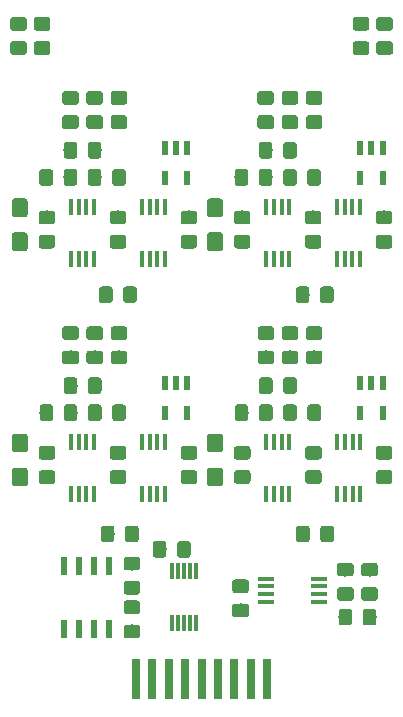
<source format=gbr>
G04 #@! TF.GenerationSoftware,KiCad,Pcbnew,(6.0.0-rc1-dev-305-gf0b8b2136)*
G04 #@! TF.CreationDate,2019-08-02T14:10:45-06:00*
G04 #@! TF.ProjectId,Slush01,536C75736830312E6B696361645F7063,rev?*
G04 #@! TF.SameCoordinates,Original*
G04 #@! TF.FileFunction,Paste,Top*
G04 #@! TF.FilePolarity,Positive*
%FSLAX46Y46*%
G04 Gerber Fmt 4.6, Leading zero omitted, Abs format (unit mm)*
G04 Created by KiCad (PCBNEW (6.0.0-rc1-dev-305-gf0b8b2136)) date 08/02/19 14:10:45*
%MOMM*%
%LPD*%
G01*
G04 APERTURE LIST*
%ADD10R,0.450000X1.450000*%
%ADD11R,0.600000X1.550000*%
%ADD12R,0.600000X1.150000*%
%ADD13C,0.100000*%
%ADD14C,1.150000*%
%ADD15C,1.350000*%
%ADD16R,1.450000X0.450000*%
%ADD17R,0.800000X3.500000*%
%ADD18R,0.300000X1.450000*%
G04 APERTURE END LIST*
D10*
G04 #@! TO.C,IC11*
X83440000Y-102502000D03*
X82790000Y-102502000D03*
X82140000Y-102502000D03*
X81490000Y-102502000D03*
X81490000Y-106952000D03*
X82140000Y-106952000D03*
X82790000Y-106952000D03*
X83440000Y-106952000D03*
G04 #@! TD*
D11*
G04 #@! TO.C,IC14*
X62185784Y-118383218D03*
X60915784Y-118383218D03*
X59645784Y-118383218D03*
X58375784Y-118383218D03*
X58375784Y-112983218D03*
X59645784Y-112983218D03*
X60915784Y-112983218D03*
X62185784Y-112983218D03*
G04 #@! TD*
D12*
G04 #@! TO.C,IC3*
X85331000Y-80136000D03*
X83431000Y-80136000D03*
X83431000Y-77636000D03*
X84381000Y-77636000D03*
X85331000Y-77636000D03*
G04 #@! TD*
G04 #@! TO.C,IC6*
X68799000Y-80136000D03*
X66899000Y-80136000D03*
X66899000Y-77636000D03*
X67849000Y-77636000D03*
X68799000Y-77636000D03*
G04 #@! TD*
G04 #@! TO.C,IC9*
X68808000Y-100059000D03*
X66908000Y-100059000D03*
X66908000Y-97559000D03*
X67858000Y-97559000D03*
X68808000Y-97559000D03*
G04 #@! TD*
G04 #@! TO.C,IC12*
X85340000Y-100059000D03*
X83440000Y-100059000D03*
X83440000Y-97559000D03*
X84390000Y-97559000D03*
X85340000Y-97559000D03*
G04 #@! TD*
D13*
G04 #@! TO.C,R13*
G36*
X59373505Y-72802204D02*
X59397773Y-72805804D01*
X59421572Y-72811765D01*
X59444671Y-72820030D01*
X59466850Y-72830520D01*
X59487893Y-72843132D01*
X59507599Y-72857747D01*
X59525777Y-72874223D01*
X59542253Y-72892401D01*
X59556868Y-72912107D01*
X59569480Y-72933150D01*
X59579970Y-72955329D01*
X59588235Y-72978428D01*
X59594196Y-73002227D01*
X59597796Y-73026495D01*
X59599000Y-73050999D01*
X59599000Y-73701001D01*
X59597796Y-73725505D01*
X59594196Y-73749773D01*
X59588235Y-73773572D01*
X59579970Y-73796671D01*
X59569480Y-73818850D01*
X59556868Y-73839893D01*
X59542253Y-73859599D01*
X59525777Y-73877777D01*
X59507599Y-73894253D01*
X59487893Y-73908868D01*
X59466850Y-73921480D01*
X59444671Y-73931970D01*
X59421572Y-73940235D01*
X59397773Y-73946196D01*
X59373505Y-73949796D01*
X59349001Y-73951000D01*
X58448999Y-73951000D01*
X58424495Y-73949796D01*
X58400227Y-73946196D01*
X58376428Y-73940235D01*
X58353329Y-73931970D01*
X58331150Y-73921480D01*
X58310107Y-73908868D01*
X58290401Y-73894253D01*
X58272223Y-73877777D01*
X58255747Y-73859599D01*
X58241132Y-73839893D01*
X58228520Y-73818850D01*
X58218030Y-73796671D01*
X58209765Y-73773572D01*
X58203804Y-73749773D01*
X58200204Y-73725505D01*
X58199000Y-73701001D01*
X58199000Y-73050999D01*
X58200204Y-73026495D01*
X58203804Y-73002227D01*
X58209765Y-72978428D01*
X58218030Y-72955329D01*
X58228520Y-72933150D01*
X58241132Y-72912107D01*
X58255747Y-72892401D01*
X58272223Y-72874223D01*
X58290401Y-72857747D01*
X58310107Y-72843132D01*
X58331150Y-72830520D01*
X58353329Y-72820030D01*
X58376428Y-72811765D01*
X58400227Y-72805804D01*
X58424495Y-72802204D01*
X58448999Y-72801000D01*
X59349001Y-72801000D01*
X59373505Y-72802204D01*
X59373505Y-72802204D01*
G37*
D14*
X58899000Y-73376000D03*
D13*
G36*
X59373505Y-74852204D02*
X59397773Y-74855804D01*
X59421572Y-74861765D01*
X59444671Y-74870030D01*
X59466850Y-74880520D01*
X59487893Y-74893132D01*
X59507599Y-74907747D01*
X59525777Y-74924223D01*
X59542253Y-74942401D01*
X59556868Y-74962107D01*
X59569480Y-74983150D01*
X59579970Y-75005329D01*
X59588235Y-75028428D01*
X59594196Y-75052227D01*
X59597796Y-75076495D01*
X59599000Y-75100999D01*
X59599000Y-75751001D01*
X59597796Y-75775505D01*
X59594196Y-75799773D01*
X59588235Y-75823572D01*
X59579970Y-75846671D01*
X59569480Y-75868850D01*
X59556868Y-75889893D01*
X59542253Y-75909599D01*
X59525777Y-75927777D01*
X59507599Y-75944253D01*
X59487893Y-75958868D01*
X59466850Y-75971480D01*
X59444671Y-75981970D01*
X59421572Y-75990235D01*
X59397773Y-75996196D01*
X59373505Y-75999796D01*
X59349001Y-76001000D01*
X58448999Y-76001000D01*
X58424495Y-75999796D01*
X58400227Y-75996196D01*
X58376428Y-75990235D01*
X58353329Y-75981970D01*
X58331150Y-75971480D01*
X58310107Y-75958868D01*
X58290401Y-75944253D01*
X58272223Y-75927777D01*
X58255747Y-75909599D01*
X58241132Y-75889893D01*
X58228520Y-75868850D01*
X58218030Y-75846671D01*
X58209765Y-75823572D01*
X58203804Y-75799773D01*
X58200204Y-75775505D01*
X58199000Y-75751001D01*
X58199000Y-75100999D01*
X58200204Y-75076495D01*
X58203804Y-75052227D01*
X58209765Y-75028428D01*
X58218030Y-75005329D01*
X58228520Y-74983150D01*
X58241132Y-74962107D01*
X58255747Y-74942401D01*
X58272223Y-74924223D01*
X58290401Y-74907747D01*
X58310107Y-74893132D01*
X58331150Y-74880520D01*
X58353329Y-74870030D01*
X58376428Y-74861765D01*
X58400227Y-74855804D01*
X58424495Y-74852204D01*
X58448999Y-74851000D01*
X59349001Y-74851000D01*
X59373505Y-74852204D01*
X59373505Y-74852204D01*
G37*
D14*
X58899000Y-75426000D03*
G04 #@! TD*
D13*
G04 #@! TO.C,R12*
G36*
X61423505Y-72802204D02*
X61447773Y-72805804D01*
X61471572Y-72811765D01*
X61494671Y-72820030D01*
X61516850Y-72830520D01*
X61537893Y-72843132D01*
X61557599Y-72857747D01*
X61575777Y-72874223D01*
X61592253Y-72892401D01*
X61606868Y-72912107D01*
X61619480Y-72933150D01*
X61629970Y-72955329D01*
X61638235Y-72978428D01*
X61644196Y-73002227D01*
X61647796Y-73026495D01*
X61649000Y-73050999D01*
X61649000Y-73701001D01*
X61647796Y-73725505D01*
X61644196Y-73749773D01*
X61638235Y-73773572D01*
X61629970Y-73796671D01*
X61619480Y-73818850D01*
X61606868Y-73839893D01*
X61592253Y-73859599D01*
X61575777Y-73877777D01*
X61557599Y-73894253D01*
X61537893Y-73908868D01*
X61516850Y-73921480D01*
X61494671Y-73931970D01*
X61471572Y-73940235D01*
X61447773Y-73946196D01*
X61423505Y-73949796D01*
X61399001Y-73951000D01*
X60498999Y-73951000D01*
X60474495Y-73949796D01*
X60450227Y-73946196D01*
X60426428Y-73940235D01*
X60403329Y-73931970D01*
X60381150Y-73921480D01*
X60360107Y-73908868D01*
X60340401Y-73894253D01*
X60322223Y-73877777D01*
X60305747Y-73859599D01*
X60291132Y-73839893D01*
X60278520Y-73818850D01*
X60268030Y-73796671D01*
X60259765Y-73773572D01*
X60253804Y-73749773D01*
X60250204Y-73725505D01*
X60249000Y-73701001D01*
X60249000Y-73050999D01*
X60250204Y-73026495D01*
X60253804Y-73002227D01*
X60259765Y-72978428D01*
X60268030Y-72955329D01*
X60278520Y-72933150D01*
X60291132Y-72912107D01*
X60305747Y-72892401D01*
X60322223Y-72874223D01*
X60340401Y-72857747D01*
X60360107Y-72843132D01*
X60381150Y-72830520D01*
X60403329Y-72820030D01*
X60426428Y-72811765D01*
X60450227Y-72805804D01*
X60474495Y-72802204D01*
X60498999Y-72801000D01*
X61399001Y-72801000D01*
X61423505Y-72802204D01*
X61423505Y-72802204D01*
G37*
D14*
X60949000Y-73376000D03*
D13*
G36*
X61423505Y-74852204D02*
X61447773Y-74855804D01*
X61471572Y-74861765D01*
X61494671Y-74870030D01*
X61516850Y-74880520D01*
X61537893Y-74893132D01*
X61557599Y-74907747D01*
X61575777Y-74924223D01*
X61592253Y-74942401D01*
X61606868Y-74962107D01*
X61619480Y-74983150D01*
X61629970Y-75005329D01*
X61638235Y-75028428D01*
X61644196Y-75052227D01*
X61647796Y-75076495D01*
X61649000Y-75100999D01*
X61649000Y-75751001D01*
X61647796Y-75775505D01*
X61644196Y-75799773D01*
X61638235Y-75823572D01*
X61629970Y-75846671D01*
X61619480Y-75868850D01*
X61606868Y-75889893D01*
X61592253Y-75909599D01*
X61575777Y-75927777D01*
X61557599Y-75944253D01*
X61537893Y-75958868D01*
X61516850Y-75971480D01*
X61494671Y-75981970D01*
X61471572Y-75990235D01*
X61447773Y-75996196D01*
X61423505Y-75999796D01*
X61399001Y-76001000D01*
X60498999Y-76001000D01*
X60474495Y-75999796D01*
X60450227Y-75996196D01*
X60426428Y-75990235D01*
X60403329Y-75981970D01*
X60381150Y-75971480D01*
X60360107Y-75958868D01*
X60340401Y-75944253D01*
X60322223Y-75927777D01*
X60305747Y-75909599D01*
X60291132Y-75889893D01*
X60278520Y-75868850D01*
X60268030Y-75846671D01*
X60259765Y-75823572D01*
X60253804Y-75799773D01*
X60250204Y-75775505D01*
X60249000Y-75751001D01*
X60249000Y-75100999D01*
X60250204Y-75076495D01*
X60253804Y-75052227D01*
X60259765Y-75028428D01*
X60268030Y-75005329D01*
X60278520Y-74983150D01*
X60291132Y-74962107D01*
X60305747Y-74942401D01*
X60322223Y-74924223D01*
X60340401Y-74907747D01*
X60360107Y-74893132D01*
X60381150Y-74880520D01*
X60403329Y-74870030D01*
X60426428Y-74861765D01*
X60450227Y-74855804D01*
X60474495Y-74852204D01*
X60498999Y-74851000D01*
X61399001Y-74851000D01*
X61423505Y-74852204D01*
X61423505Y-74852204D01*
G37*
D14*
X60949000Y-75426000D03*
G04 #@! TD*
D13*
G04 #@! TO.C,C17*
G36*
X57379505Y-82932204D02*
X57403773Y-82935804D01*
X57427572Y-82941765D01*
X57450671Y-82950030D01*
X57472850Y-82960520D01*
X57493893Y-82973132D01*
X57513599Y-82987747D01*
X57531777Y-83004223D01*
X57548253Y-83022401D01*
X57562868Y-83042107D01*
X57575480Y-83063150D01*
X57585970Y-83085329D01*
X57594235Y-83108428D01*
X57600196Y-83132227D01*
X57603796Y-83156495D01*
X57605000Y-83180999D01*
X57605000Y-83831001D01*
X57603796Y-83855505D01*
X57600196Y-83879773D01*
X57594235Y-83903572D01*
X57585970Y-83926671D01*
X57575480Y-83948850D01*
X57562868Y-83969893D01*
X57548253Y-83989599D01*
X57531777Y-84007777D01*
X57513599Y-84024253D01*
X57493893Y-84038868D01*
X57472850Y-84051480D01*
X57450671Y-84061970D01*
X57427572Y-84070235D01*
X57403773Y-84076196D01*
X57379505Y-84079796D01*
X57355001Y-84081000D01*
X56454999Y-84081000D01*
X56430495Y-84079796D01*
X56406227Y-84076196D01*
X56382428Y-84070235D01*
X56359329Y-84061970D01*
X56337150Y-84051480D01*
X56316107Y-84038868D01*
X56296401Y-84024253D01*
X56278223Y-84007777D01*
X56261747Y-83989599D01*
X56247132Y-83969893D01*
X56234520Y-83948850D01*
X56224030Y-83926671D01*
X56215765Y-83903572D01*
X56209804Y-83879773D01*
X56206204Y-83855505D01*
X56205000Y-83831001D01*
X56205000Y-83180999D01*
X56206204Y-83156495D01*
X56209804Y-83132227D01*
X56215765Y-83108428D01*
X56224030Y-83085329D01*
X56234520Y-83063150D01*
X56247132Y-83042107D01*
X56261747Y-83022401D01*
X56278223Y-83004223D01*
X56296401Y-82987747D01*
X56316107Y-82973132D01*
X56337150Y-82960520D01*
X56359329Y-82950030D01*
X56382428Y-82941765D01*
X56406227Y-82935804D01*
X56430495Y-82932204D01*
X56454999Y-82931000D01*
X57355001Y-82931000D01*
X57379505Y-82932204D01*
X57379505Y-82932204D01*
G37*
D14*
X56905000Y-83506000D03*
D13*
G36*
X57379505Y-84982204D02*
X57403773Y-84985804D01*
X57427572Y-84991765D01*
X57450671Y-85000030D01*
X57472850Y-85010520D01*
X57493893Y-85023132D01*
X57513599Y-85037747D01*
X57531777Y-85054223D01*
X57548253Y-85072401D01*
X57562868Y-85092107D01*
X57575480Y-85113150D01*
X57585970Y-85135329D01*
X57594235Y-85158428D01*
X57600196Y-85182227D01*
X57603796Y-85206495D01*
X57605000Y-85230999D01*
X57605000Y-85881001D01*
X57603796Y-85905505D01*
X57600196Y-85929773D01*
X57594235Y-85953572D01*
X57585970Y-85976671D01*
X57575480Y-85998850D01*
X57562868Y-86019893D01*
X57548253Y-86039599D01*
X57531777Y-86057777D01*
X57513599Y-86074253D01*
X57493893Y-86088868D01*
X57472850Y-86101480D01*
X57450671Y-86111970D01*
X57427572Y-86120235D01*
X57403773Y-86126196D01*
X57379505Y-86129796D01*
X57355001Y-86131000D01*
X56454999Y-86131000D01*
X56430495Y-86129796D01*
X56406227Y-86126196D01*
X56382428Y-86120235D01*
X56359329Y-86111970D01*
X56337150Y-86101480D01*
X56316107Y-86088868D01*
X56296401Y-86074253D01*
X56278223Y-86057777D01*
X56261747Y-86039599D01*
X56247132Y-86019893D01*
X56234520Y-85998850D01*
X56224030Y-85976671D01*
X56215765Y-85953572D01*
X56209804Y-85929773D01*
X56206204Y-85905505D01*
X56205000Y-85881001D01*
X56205000Y-85230999D01*
X56206204Y-85206495D01*
X56209804Y-85182227D01*
X56215765Y-85158428D01*
X56224030Y-85135329D01*
X56234520Y-85113150D01*
X56247132Y-85092107D01*
X56261747Y-85072401D01*
X56278223Y-85054223D01*
X56296401Y-85037747D01*
X56316107Y-85023132D01*
X56337150Y-85010520D01*
X56359329Y-85000030D01*
X56382428Y-84991765D01*
X56406227Y-84985804D01*
X56430495Y-84982204D01*
X56454999Y-84981000D01*
X57355001Y-84981000D01*
X57379505Y-84982204D01*
X57379505Y-84982204D01*
G37*
D14*
X56905000Y-85556000D03*
G04 #@! TD*
D13*
G04 #@! TO.C,R11*
G36*
X63473505Y-72802204D02*
X63497773Y-72805804D01*
X63521572Y-72811765D01*
X63544671Y-72820030D01*
X63566850Y-72830520D01*
X63587893Y-72843132D01*
X63607599Y-72857747D01*
X63625777Y-72874223D01*
X63642253Y-72892401D01*
X63656868Y-72912107D01*
X63669480Y-72933150D01*
X63679970Y-72955329D01*
X63688235Y-72978428D01*
X63694196Y-73002227D01*
X63697796Y-73026495D01*
X63699000Y-73050999D01*
X63699000Y-73701001D01*
X63697796Y-73725505D01*
X63694196Y-73749773D01*
X63688235Y-73773572D01*
X63679970Y-73796671D01*
X63669480Y-73818850D01*
X63656868Y-73839893D01*
X63642253Y-73859599D01*
X63625777Y-73877777D01*
X63607599Y-73894253D01*
X63587893Y-73908868D01*
X63566850Y-73921480D01*
X63544671Y-73931970D01*
X63521572Y-73940235D01*
X63497773Y-73946196D01*
X63473505Y-73949796D01*
X63449001Y-73951000D01*
X62548999Y-73951000D01*
X62524495Y-73949796D01*
X62500227Y-73946196D01*
X62476428Y-73940235D01*
X62453329Y-73931970D01*
X62431150Y-73921480D01*
X62410107Y-73908868D01*
X62390401Y-73894253D01*
X62372223Y-73877777D01*
X62355747Y-73859599D01*
X62341132Y-73839893D01*
X62328520Y-73818850D01*
X62318030Y-73796671D01*
X62309765Y-73773572D01*
X62303804Y-73749773D01*
X62300204Y-73725505D01*
X62299000Y-73701001D01*
X62299000Y-73050999D01*
X62300204Y-73026495D01*
X62303804Y-73002227D01*
X62309765Y-72978428D01*
X62318030Y-72955329D01*
X62328520Y-72933150D01*
X62341132Y-72912107D01*
X62355747Y-72892401D01*
X62372223Y-72874223D01*
X62390401Y-72857747D01*
X62410107Y-72843132D01*
X62431150Y-72830520D01*
X62453329Y-72820030D01*
X62476428Y-72811765D01*
X62500227Y-72805804D01*
X62524495Y-72802204D01*
X62548999Y-72801000D01*
X63449001Y-72801000D01*
X63473505Y-72802204D01*
X63473505Y-72802204D01*
G37*
D14*
X62999000Y-73376000D03*
D13*
G36*
X63473505Y-74852204D02*
X63497773Y-74855804D01*
X63521572Y-74861765D01*
X63544671Y-74870030D01*
X63566850Y-74880520D01*
X63587893Y-74893132D01*
X63607599Y-74907747D01*
X63625777Y-74924223D01*
X63642253Y-74942401D01*
X63656868Y-74962107D01*
X63669480Y-74983150D01*
X63679970Y-75005329D01*
X63688235Y-75028428D01*
X63694196Y-75052227D01*
X63697796Y-75076495D01*
X63699000Y-75100999D01*
X63699000Y-75751001D01*
X63697796Y-75775505D01*
X63694196Y-75799773D01*
X63688235Y-75823572D01*
X63679970Y-75846671D01*
X63669480Y-75868850D01*
X63656868Y-75889893D01*
X63642253Y-75909599D01*
X63625777Y-75927777D01*
X63607599Y-75944253D01*
X63587893Y-75958868D01*
X63566850Y-75971480D01*
X63544671Y-75981970D01*
X63521572Y-75990235D01*
X63497773Y-75996196D01*
X63473505Y-75999796D01*
X63449001Y-76001000D01*
X62548999Y-76001000D01*
X62524495Y-75999796D01*
X62500227Y-75996196D01*
X62476428Y-75990235D01*
X62453329Y-75981970D01*
X62431150Y-75971480D01*
X62410107Y-75958868D01*
X62390401Y-75944253D01*
X62372223Y-75927777D01*
X62355747Y-75909599D01*
X62341132Y-75889893D01*
X62328520Y-75868850D01*
X62318030Y-75846671D01*
X62309765Y-75823572D01*
X62303804Y-75799773D01*
X62300204Y-75775505D01*
X62299000Y-75751001D01*
X62299000Y-75100999D01*
X62300204Y-75076495D01*
X62303804Y-75052227D01*
X62309765Y-75028428D01*
X62318030Y-75005329D01*
X62328520Y-74983150D01*
X62341132Y-74962107D01*
X62355747Y-74942401D01*
X62372223Y-74924223D01*
X62390401Y-74907747D01*
X62410107Y-74893132D01*
X62431150Y-74880520D01*
X62453329Y-74870030D01*
X62476428Y-74861765D01*
X62500227Y-74855804D01*
X62524495Y-74852204D01*
X62548999Y-74851000D01*
X63449001Y-74851000D01*
X63473505Y-74852204D01*
X63473505Y-74852204D01*
G37*
D14*
X62999000Y-75426000D03*
G04 #@! TD*
D13*
G04 #@! TO.C,C18*
G36*
X55058505Y-81894704D02*
X55082773Y-81898304D01*
X55106572Y-81904265D01*
X55129671Y-81912530D01*
X55151850Y-81923020D01*
X55172893Y-81935632D01*
X55192599Y-81950247D01*
X55210777Y-81966723D01*
X55227253Y-81984901D01*
X55241868Y-82004607D01*
X55254480Y-82025650D01*
X55264970Y-82047829D01*
X55273235Y-82070928D01*
X55279196Y-82094727D01*
X55282796Y-82118995D01*
X55284000Y-82143499D01*
X55284000Y-83218501D01*
X55282796Y-83243005D01*
X55279196Y-83267273D01*
X55273235Y-83291072D01*
X55264970Y-83314171D01*
X55254480Y-83336350D01*
X55241868Y-83357393D01*
X55227253Y-83377099D01*
X55210777Y-83395277D01*
X55192599Y-83411753D01*
X55172893Y-83426368D01*
X55151850Y-83438980D01*
X55129671Y-83449470D01*
X55106572Y-83457735D01*
X55082773Y-83463696D01*
X55058505Y-83467296D01*
X55034001Y-83468500D01*
X54183999Y-83468500D01*
X54159495Y-83467296D01*
X54135227Y-83463696D01*
X54111428Y-83457735D01*
X54088329Y-83449470D01*
X54066150Y-83438980D01*
X54045107Y-83426368D01*
X54025401Y-83411753D01*
X54007223Y-83395277D01*
X53990747Y-83377099D01*
X53976132Y-83357393D01*
X53963520Y-83336350D01*
X53953030Y-83314171D01*
X53944765Y-83291072D01*
X53938804Y-83267273D01*
X53935204Y-83243005D01*
X53934000Y-83218501D01*
X53934000Y-82143499D01*
X53935204Y-82118995D01*
X53938804Y-82094727D01*
X53944765Y-82070928D01*
X53953030Y-82047829D01*
X53963520Y-82025650D01*
X53976132Y-82004607D01*
X53990747Y-81984901D01*
X54007223Y-81966723D01*
X54025401Y-81950247D01*
X54045107Y-81935632D01*
X54066150Y-81923020D01*
X54088329Y-81912530D01*
X54111428Y-81904265D01*
X54135227Y-81898304D01*
X54159495Y-81894704D01*
X54183999Y-81893500D01*
X55034001Y-81893500D01*
X55058505Y-81894704D01*
X55058505Y-81894704D01*
G37*
D15*
X54609000Y-82681000D03*
D13*
G36*
X55058505Y-84769704D02*
X55082773Y-84773304D01*
X55106572Y-84779265D01*
X55129671Y-84787530D01*
X55151850Y-84798020D01*
X55172893Y-84810632D01*
X55192599Y-84825247D01*
X55210777Y-84841723D01*
X55227253Y-84859901D01*
X55241868Y-84879607D01*
X55254480Y-84900650D01*
X55264970Y-84922829D01*
X55273235Y-84945928D01*
X55279196Y-84969727D01*
X55282796Y-84993995D01*
X55284000Y-85018499D01*
X55284000Y-86093501D01*
X55282796Y-86118005D01*
X55279196Y-86142273D01*
X55273235Y-86166072D01*
X55264970Y-86189171D01*
X55254480Y-86211350D01*
X55241868Y-86232393D01*
X55227253Y-86252099D01*
X55210777Y-86270277D01*
X55192599Y-86286753D01*
X55172893Y-86301368D01*
X55151850Y-86313980D01*
X55129671Y-86324470D01*
X55106572Y-86332735D01*
X55082773Y-86338696D01*
X55058505Y-86342296D01*
X55034001Y-86343500D01*
X54183999Y-86343500D01*
X54159495Y-86342296D01*
X54135227Y-86338696D01*
X54111428Y-86332735D01*
X54088329Y-86324470D01*
X54066150Y-86313980D01*
X54045107Y-86301368D01*
X54025401Y-86286753D01*
X54007223Y-86270277D01*
X53990747Y-86252099D01*
X53976132Y-86232393D01*
X53963520Y-86211350D01*
X53953030Y-86189171D01*
X53944765Y-86166072D01*
X53938804Y-86142273D01*
X53935204Y-86118005D01*
X53934000Y-86093501D01*
X53934000Y-85018499D01*
X53935204Y-84993995D01*
X53938804Y-84969727D01*
X53944765Y-84945928D01*
X53953030Y-84922829D01*
X53963520Y-84900650D01*
X53976132Y-84879607D01*
X53990747Y-84859901D01*
X54007223Y-84841723D01*
X54025401Y-84825247D01*
X54045107Y-84810632D01*
X54066150Y-84798020D01*
X54088329Y-84787530D01*
X54111428Y-84779265D01*
X54135227Y-84773304D01*
X54159495Y-84769704D01*
X54183999Y-84768500D01*
X55034001Y-84768500D01*
X55058505Y-84769704D01*
X55058505Y-84769704D01*
G37*
D15*
X54609000Y-85556000D03*
G04 #@! TD*
D13*
G04 #@! TO.C,R7*
G36*
X80005505Y-72802204D02*
X80029773Y-72805804D01*
X80053572Y-72811765D01*
X80076671Y-72820030D01*
X80098850Y-72830520D01*
X80119893Y-72843132D01*
X80139599Y-72857747D01*
X80157777Y-72874223D01*
X80174253Y-72892401D01*
X80188868Y-72912107D01*
X80201480Y-72933150D01*
X80211970Y-72955329D01*
X80220235Y-72978428D01*
X80226196Y-73002227D01*
X80229796Y-73026495D01*
X80231000Y-73050999D01*
X80231000Y-73701001D01*
X80229796Y-73725505D01*
X80226196Y-73749773D01*
X80220235Y-73773572D01*
X80211970Y-73796671D01*
X80201480Y-73818850D01*
X80188868Y-73839893D01*
X80174253Y-73859599D01*
X80157777Y-73877777D01*
X80139599Y-73894253D01*
X80119893Y-73908868D01*
X80098850Y-73921480D01*
X80076671Y-73931970D01*
X80053572Y-73940235D01*
X80029773Y-73946196D01*
X80005505Y-73949796D01*
X79981001Y-73951000D01*
X79080999Y-73951000D01*
X79056495Y-73949796D01*
X79032227Y-73946196D01*
X79008428Y-73940235D01*
X78985329Y-73931970D01*
X78963150Y-73921480D01*
X78942107Y-73908868D01*
X78922401Y-73894253D01*
X78904223Y-73877777D01*
X78887747Y-73859599D01*
X78873132Y-73839893D01*
X78860520Y-73818850D01*
X78850030Y-73796671D01*
X78841765Y-73773572D01*
X78835804Y-73749773D01*
X78832204Y-73725505D01*
X78831000Y-73701001D01*
X78831000Y-73050999D01*
X78832204Y-73026495D01*
X78835804Y-73002227D01*
X78841765Y-72978428D01*
X78850030Y-72955329D01*
X78860520Y-72933150D01*
X78873132Y-72912107D01*
X78887747Y-72892401D01*
X78904223Y-72874223D01*
X78922401Y-72857747D01*
X78942107Y-72843132D01*
X78963150Y-72830520D01*
X78985329Y-72820030D01*
X79008428Y-72811765D01*
X79032227Y-72805804D01*
X79056495Y-72802204D01*
X79080999Y-72801000D01*
X79981001Y-72801000D01*
X80005505Y-72802204D01*
X80005505Y-72802204D01*
G37*
D14*
X79531000Y-73376000D03*
D13*
G36*
X80005505Y-74852204D02*
X80029773Y-74855804D01*
X80053572Y-74861765D01*
X80076671Y-74870030D01*
X80098850Y-74880520D01*
X80119893Y-74893132D01*
X80139599Y-74907747D01*
X80157777Y-74924223D01*
X80174253Y-74942401D01*
X80188868Y-74962107D01*
X80201480Y-74983150D01*
X80211970Y-75005329D01*
X80220235Y-75028428D01*
X80226196Y-75052227D01*
X80229796Y-75076495D01*
X80231000Y-75100999D01*
X80231000Y-75751001D01*
X80229796Y-75775505D01*
X80226196Y-75799773D01*
X80220235Y-75823572D01*
X80211970Y-75846671D01*
X80201480Y-75868850D01*
X80188868Y-75889893D01*
X80174253Y-75909599D01*
X80157777Y-75927777D01*
X80139599Y-75944253D01*
X80119893Y-75958868D01*
X80098850Y-75971480D01*
X80076671Y-75981970D01*
X80053572Y-75990235D01*
X80029773Y-75996196D01*
X80005505Y-75999796D01*
X79981001Y-76001000D01*
X79080999Y-76001000D01*
X79056495Y-75999796D01*
X79032227Y-75996196D01*
X79008428Y-75990235D01*
X78985329Y-75981970D01*
X78963150Y-75971480D01*
X78942107Y-75958868D01*
X78922401Y-75944253D01*
X78904223Y-75927777D01*
X78887747Y-75909599D01*
X78873132Y-75889893D01*
X78860520Y-75868850D01*
X78850030Y-75846671D01*
X78841765Y-75823572D01*
X78835804Y-75799773D01*
X78832204Y-75775505D01*
X78831000Y-75751001D01*
X78831000Y-75100999D01*
X78832204Y-75076495D01*
X78835804Y-75052227D01*
X78841765Y-75028428D01*
X78850030Y-75005329D01*
X78860520Y-74983150D01*
X78873132Y-74962107D01*
X78887747Y-74942401D01*
X78904223Y-74924223D01*
X78922401Y-74907747D01*
X78942107Y-74893132D01*
X78963150Y-74880520D01*
X78985329Y-74870030D01*
X79008428Y-74861765D01*
X79032227Y-74855804D01*
X79056495Y-74852204D01*
X79080999Y-74851000D01*
X79981001Y-74851000D01*
X80005505Y-74852204D01*
X80005505Y-74852204D01*
G37*
D14*
X79531000Y-75426000D03*
G04 #@! TD*
D13*
G04 #@! TO.C,C11*
G36*
X71590505Y-81894704D02*
X71614773Y-81898304D01*
X71638572Y-81904265D01*
X71661671Y-81912530D01*
X71683850Y-81923020D01*
X71704893Y-81935632D01*
X71724599Y-81950247D01*
X71742777Y-81966723D01*
X71759253Y-81984901D01*
X71773868Y-82004607D01*
X71786480Y-82025650D01*
X71796970Y-82047829D01*
X71805235Y-82070928D01*
X71811196Y-82094727D01*
X71814796Y-82118995D01*
X71816000Y-82143499D01*
X71816000Y-83218501D01*
X71814796Y-83243005D01*
X71811196Y-83267273D01*
X71805235Y-83291072D01*
X71796970Y-83314171D01*
X71786480Y-83336350D01*
X71773868Y-83357393D01*
X71759253Y-83377099D01*
X71742777Y-83395277D01*
X71724599Y-83411753D01*
X71704893Y-83426368D01*
X71683850Y-83438980D01*
X71661671Y-83449470D01*
X71638572Y-83457735D01*
X71614773Y-83463696D01*
X71590505Y-83467296D01*
X71566001Y-83468500D01*
X70715999Y-83468500D01*
X70691495Y-83467296D01*
X70667227Y-83463696D01*
X70643428Y-83457735D01*
X70620329Y-83449470D01*
X70598150Y-83438980D01*
X70577107Y-83426368D01*
X70557401Y-83411753D01*
X70539223Y-83395277D01*
X70522747Y-83377099D01*
X70508132Y-83357393D01*
X70495520Y-83336350D01*
X70485030Y-83314171D01*
X70476765Y-83291072D01*
X70470804Y-83267273D01*
X70467204Y-83243005D01*
X70466000Y-83218501D01*
X70466000Y-82143499D01*
X70467204Y-82118995D01*
X70470804Y-82094727D01*
X70476765Y-82070928D01*
X70485030Y-82047829D01*
X70495520Y-82025650D01*
X70508132Y-82004607D01*
X70522747Y-81984901D01*
X70539223Y-81966723D01*
X70557401Y-81950247D01*
X70577107Y-81935632D01*
X70598150Y-81923020D01*
X70620329Y-81912530D01*
X70643428Y-81904265D01*
X70667227Y-81898304D01*
X70691495Y-81894704D01*
X70715999Y-81893500D01*
X71566001Y-81893500D01*
X71590505Y-81894704D01*
X71590505Y-81894704D01*
G37*
D15*
X71141000Y-82681000D03*
D13*
G36*
X71590505Y-84769704D02*
X71614773Y-84773304D01*
X71638572Y-84779265D01*
X71661671Y-84787530D01*
X71683850Y-84798020D01*
X71704893Y-84810632D01*
X71724599Y-84825247D01*
X71742777Y-84841723D01*
X71759253Y-84859901D01*
X71773868Y-84879607D01*
X71786480Y-84900650D01*
X71796970Y-84922829D01*
X71805235Y-84945928D01*
X71811196Y-84969727D01*
X71814796Y-84993995D01*
X71816000Y-85018499D01*
X71816000Y-86093501D01*
X71814796Y-86118005D01*
X71811196Y-86142273D01*
X71805235Y-86166072D01*
X71796970Y-86189171D01*
X71786480Y-86211350D01*
X71773868Y-86232393D01*
X71759253Y-86252099D01*
X71742777Y-86270277D01*
X71724599Y-86286753D01*
X71704893Y-86301368D01*
X71683850Y-86313980D01*
X71661671Y-86324470D01*
X71638572Y-86332735D01*
X71614773Y-86338696D01*
X71590505Y-86342296D01*
X71566001Y-86343500D01*
X70715999Y-86343500D01*
X70691495Y-86342296D01*
X70667227Y-86338696D01*
X70643428Y-86332735D01*
X70620329Y-86324470D01*
X70598150Y-86313980D01*
X70577107Y-86301368D01*
X70557401Y-86286753D01*
X70539223Y-86270277D01*
X70522747Y-86252099D01*
X70508132Y-86232393D01*
X70495520Y-86211350D01*
X70485030Y-86189171D01*
X70476765Y-86166072D01*
X70470804Y-86142273D01*
X70467204Y-86118005D01*
X70466000Y-86093501D01*
X70466000Y-85018499D01*
X70467204Y-84993995D01*
X70470804Y-84969727D01*
X70476765Y-84945928D01*
X70485030Y-84922829D01*
X70495520Y-84900650D01*
X70508132Y-84879607D01*
X70522747Y-84859901D01*
X70539223Y-84841723D01*
X70557401Y-84825247D01*
X70577107Y-84810632D01*
X70598150Y-84798020D01*
X70620329Y-84787530D01*
X70643428Y-84779265D01*
X70667227Y-84773304D01*
X70691495Y-84769704D01*
X70715999Y-84768500D01*
X71566001Y-84768500D01*
X71590505Y-84769704D01*
X71590505Y-84769704D01*
G37*
D15*
X71141000Y-85556000D03*
G04 #@! TD*
D13*
G04 #@! TO.C,R8*
G36*
X77955505Y-72802204D02*
X77979773Y-72805804D01*
X78003572Y-72811765D01*
X78026671Y-72820030D01*
X78048850Y-72830520D01*
X78069893Y-72843132D01*
X78089599Y-72857747D01*
X78107777Y-72874223D01*
X78124253Y-72892401D01*
X78138868Y-72912107D01*
X78151480Y-72933150D01*
X78161970Y-72955329D01*
X78170235Y-72978428D01*
X78176196Y-73002227D01*
X78179796Y-73026495D01*
X78181000Y-73050999D01*
X78181000Y-73701001D01*
X78179796Y-73725505D01*
X78176196Y-73749773D01*
X78170235Y-73773572D01*
X78161970Y-73796671D01*
X78151480Y-73818850D01*
X78138868Y-73839893D01*
X78124253Y-73859599D01*
X78107777Y-73877777D01*
X78089599Y-73894253D01*
X78069893Y-73908868D01*
X78048850Y-73921480D01*
X78026671Y-73931970D01*
X78003572Y-73940235D01*
X77979773Y-73946196D01*
X77955505Y-73949796D01*
X77931001Y-73951000D01*
X77030999Y-73951000D01*
X77006495Y-73949796D01*
X76982227Y-73946196D01*
X76958428Y-73940235D01*
X76935329Y-73931970D01*
X76913150Y-73921480D01*
X76892107Y-73908868D01*
X76872401Y-73894253D01*
X76854223Y-73877777D01*
X76837747Y-73859599D01*
X76823132Y-73839893D01*
X76810520Y-73818850D01*
X76800030Y-73796671D01*
X76791765Y-73773572D01*
X76785804Y-73749773D01*
X76782204Y-73725505D01*
X76781000Y-73701001D01*
X76781000Y-73050999D01*
X76782204Y-73026495D01*
X76785804Y-73002227D01*
X76791765Y-72978428D01*
X76800030Y-72955329D01*
X76810520Y-72933150D01*
X76823132Y-72912107D01*
X76837747Y-72892401D01*
X76854223Y-72874223D01*
X76872401Y-72857747D01*
X76892107Y-72843132D01*
X76913150Y-72830520D01*
X76935329Y-72820030D01*
X76958428Y-72811765D01*
X76982227Y-72805804D01*
X77006495Y-72802204D01*
X77030999Y-72801000D01*
X77931001Y-72801000D01*
X77955505Y-72802204D01*
X77955505Y-72802204D01*
G37*
D14*
X77481000Y-73376000D03*
D13*
G36*
X77955505Y-74852204D02*
X77979773Y-74855804D01*
X78003572Y-74861765D01*
X78026671Y-74870030D01*
X78048850Y-74880520D01*
X78069893Y-74893132D01*
X78089599Y-74907747D01*
X78107777Y-74924223D01*
X78124253Y-74942401D01*
X78138868Y-74962107D01*
X78151480Y-74983150D01*
X78161970Y-75005329D01*
X78170235Y-75028428D01*
X78176196Y-75052227D01*
X78179796Y-75076495D01*
X78181000Y-75100999D01*
X78181000Y-75751001D01*
X78179796Y-75775505D01*
X78176196Y-75799773D01*
X78170235Y-75823572D01*
X78161970Y-75846671D01*
X78151480Y-75868850D01*
X78138868Y-75889893D01*
X78124253Y-75909599D01*
X78107777Y-75927777D01*
X78089599Y-75944253D01*
X78069893Y-75958868D01*
X78048850Y-75971480D01*
X78026671Y-75981970D01*
X78003572Y-75990235D01*
X77979773Y-75996196D01*
X77955505Y-75999796D01*
X77931001Y-76001000D01*
X77030999Y-76001000D01*
X77006495Y-75999796D01*
X76982227Y-75996196D01*
X76958428Y-75990235D01*
X76935329Y-75981970D01*
X76913150Y-75971480D01*
X76892107Y-75958868D01*
X76872401Y-75944253D01*
X76854223Y-75927777D01*
X76837747Y-75909599D01*
X76823132Y-75889893D01*
X76810520Y-75868850D01*
X76800030Y-75846671D01*
X76791765Y-75823572D01*
X76785804Y-75799773D01*
X76782204Y-75775505D01*
X76781000Y-75751001D01*
X76781000Y-75100999D01*
X76782204Y-75076495D01*
X76785804Y-75052227D01*
X76791765Y-75028428D01*
X76800030Y-75005329D01*
X76810520Y-74983150D01*
X76823132Y-74962107D01*
X76837747Y-74942401D01*
X76854223Y-74924223D01*
X76872401Y-74907747D01*
X76892107Y-74893132D01*
X76913150Y-74880520D01*
X76935329Y-74870030D01*
X76958428Y-74861765D01*
X76982227Y-74855804D01*
X77006495Y-74852204D01*
X77030999Y-74851000D01*
X77931001Y-74851000D01*
X77955505Y-74852204D01*
X77955505Y-74852204D01*
G37*
D14*
X77481000Y-75426000D03*
G04 #@! TD*
D13*
G04 #@! TO.C,C7*
G36*
X77830505Y-79411204D02*
X77854773Y-79414804D01*
X77878572Y-79420765D01*
X77901671Y-79429030D01*
X77923850Y-79439520D01*
X77944893Y-79452132D01*
X77964599Y-79466747D01*
X77982777Y-79483223D01*
X77999253Y-79501401D01*
X78013868Y-79521107D01*
X78026480Y-79542150D01*
X78036970Y-79564329D01*
X78045235Y-79587428D01*
X78051196Y-79611227D01*
X78054796Y-79635495D01*
X78056000Y-79659999D01*
X78056000Y-80560001D01*
X78054796Y-80584505D01*
X78051196Y-80608773D01*
X78045235Y-80632572D01*
X78036970Y-80655671D01*
X78026480Y-80677850D01*
X78013868Y-80698893D01*
X77999253Y-80718599D01*
X77982777Y-80736777D01*
X77964599Y-80753253D01*
X77944893Y-80767868D01*
X77923850Y-80780480D01*
X77901671Y-80790970D01*
X77878572Y-80799235D01*
X77854773Y-80805196D01*
X77830505Y-80808796D01*
X77806001Y-80810000D01*
X77155999Y-80810000D01*
X77131495Y-80808796D01*
X77107227Y-80805196D01*
X77083428Y-80799235D01*
X77060329Y-80790970D01*
X77038150Y-80780480D01*
X77017107Y-80767868D01*
X76997401Y-80753253D01*
X76979223Y-80736777D01*
X76962747Y-80718599D01*
X76948132Y-80698893D01*
X76935520Y-80677850D01*
X76925030Y-80655671D01*
X76916765Y-80632572D01*
X76910804Y-80608773D01*
X76907204Y-80584505D01*
X76906000Y-80560001D01*
X76906000Y-79659999D01*
X76907204Y-79635495D01*
X76910804Y-79611227D01*
X76916765Y-79587428D01*
X76925030Y-79564329D01*
X76935520Y-79542150D01*
X76948132Y-79521107D01*
X76962747Y-79501401D01*
X76979223Y-79483223D01*
X76997401Y-79466747D01*
X77017107Y-79452132D01*
X77038150Y-79439520D01*
X77060329Y-79429030D01*
X77083428Y-79420765D01*
X77107227Y-79414804D01*
X77131495Y-79411204D01*
X77155999Y-79410000D01*
X77806001Y-79410000D01*
X77830505Y-79411204D01*
X77830505Y-79411204D01*
G37*
D14*
X77481000Y-80110000D03*
D13*
G36*
X79880505Y-79411204D02*
X79904773Y-79414804D01*
X79928572Y-79420765D01*
X79951671Y-79429030D01*
X79973850Y-79439520D01*
X79994893Y-79452132D01*
X80014599Y-79466747D01*
X80032777Y-79483223D01*
X80049253Y-79501401D01*
X80063868Y-79521107D01*
X80076480Y-79542150D01*
X80086970Y-79564329D01*
X80095235Y-79587428D01*
X80101196Y-79611227D01*
X80104796Y-79635495D01*
X80106000Y-79659999D01*
X80106000Y-80560001D01*
X80104796Y-80584505D01*
X80101196Y-80608773D01*
X80095235Y-80632572D01*
X80086970Y-80655671D01*
X80076480Y-80677850D01*
X80063868Y-80698893D01*
X80049253Y-80718599D01*
X80032777Y-80736777D01*
X80014599Y-80753253D01*
X79994893Y-80767868D01*
X79973850Y-80780480D01*
X79951671Y-80790970D01*
X79928572Y-80799235D01*
X79904773Y-80805196D01*
X79880505Y-80808796D01*
X79856001Y-80810000D01*
X79205999Y-80810000D01*
X79181495Y-80808796D01*
X79157227Y-80805196D01*
X79133428Y-80799235D01*
X79110329Y-80790970D01*
X79088150Y-80780480D01*
X79067107Y-80767868D01*
X79047401Y-80753253D01*
X79029223Y-80736777D01*
X79012747Y-80718599D01*
X78998132Y-80698893D01*
X78985520Y-80677850D01*
X78975030Y-80655671D01*
X78966765Y-80632572D01*
X78960804Y-80608773D01*
X78957204Y-80584505D01*
X78956000Y-80560001D01*
X78956000Y-79659999D01*
X78957204Y-79635495D01*
X78960804Y-79611227D01*
X78966765Y-79587428D01*
X78975030Y-79564329D01*
X78985520Y-79542150D01*
X78998132Y-79521107D01*
X79012747Y-79501401D01*
X79029223Y-79483223D01*
X79047401Y-79466747D01*
X79067107Y-79452132D01*
X79088150Y-79439520D01*
X79110329Y-79429030D01*
X79133428Y-79420765D01*
X79157227Y-79414804D01*
X79181495Y-79411204D01*
X79205999Y-79410000D01*
X79856001Y-79410000D01*
X79880505Y-79411204D01*
X79880505Y-79411204D01*
G37*
D14*
X79531000Y-80110000D03*
G04 #@! TD*
D13*
G04 #@! TO.C,C8*
G36*
X75780505Y-77115995D02*
X75804773Y-77119595D01*
X75828572Y-77125556D01*
X75851671Y-77133821D01*
X75873850Y-77144311D01*
X75894893Y-77156923D01*
X75914599Y-77171538D01*
X75932777Y-77188014D01*
X75949253Y-77206192D01*
X75963868Y-77225898D01*
X75976480Y-77246941D01*
X75986970Y-77269120D01*
X75995235Y-77292219D01*
X76001196Y-77316018D01*
X76004796Y-77340286D01*
X76006000Y-77364790D01*
X76006000Y-78264792D01*
X76004796Y-78289296D01*
X76001196Y-78313564D01*
X75995235Y-78337363D01*
X75986970Y-78360462D01*
X75976480Y-78382641D01*
X75963868Y-78403684D01*
X75949253Y-78423390D01*
X75932777Y-78441568D01*
X75914599Y-78458044D01*
X75894893Y-78472659D01*
X75873850Y-78485271D01*
X75851671Y-78495761D01*
X75828572Y-78504026D01*
X75804773Y-78509987D01*
X75780505Y-78513587D01*
X75756001Y-78514791D01*
X75105999Y-78514791D01*
X75081495Y-78513587D01*
X75057227Y-78509987D01*
X75033428Y-78504026D01*
X75010329Y-78495761D01*
X74988150Y-78485271D01*
X74967107Y-78472659D01*
X74947401Y-78458044D01*
X74929223Y-78441568D01*
X74912747Y-78423390D01*
X74898132Y-78403684D01*
X74885520Y-78382641D01*
X74875030Y-78360462D01*
X74866765Y-78337363D01*
X74860804Y-78313564D01*
X74857204Y-78289296D01*
X74856000Y-78264792D01*
X74856000Y-77364790D01*
X74857204Y-77340286D01*
X74860804Y-77316018D01*
X74866765Y-77292219D01*
X74875030Y-77269120D01*
X74885520Y-77246941D01*
X74898132Y-77225898D01*
X74912747Y-77206192D01*
X74929223Y-77188014D01*
X74947401Y-77171538D01*
X74967107Y-77156923D01*
X74988150Y-77144311D01*
X75010329Y-77133821D01*
X75033428Y-77125556D01*
X75057227Y-77119595D01*
X75081495Y-77115995D01*
X75105999Y-77114791D01*
X75756001Y-77114791D01*
X75780505Y-77115995D01*
X75780505Y-77115995D01*
G37*
D14*
X75431000Y-77814791D03*
D13*
G36*
X77830505Y-77115995D02*
X77854773Y-77119595D01*
X77878572Y-77125556D01*
X77901671Y-77133821D01*
X77923850Y-77144311D01*
X77944893Y-77156923D01*
X77964599Y-77171538D01*
X77982777Y-77188014D01*
X77999253Y-77206192D01*
X78013868Y-77225898D01*
X78026480Y-77246941D01*
X78036970Y-77269120D01*
X78045235Y-77292219D01*
X78051196Y-77316018D01*
X78054796Y-77340286D01*
X78056000Y-77364790D01*
X78056000Y-78264792D01*
X78054796Y-78289296D01*
X78051196Y-78313564D01*
X78045235Y-78337363D01*
X78036970Y-78360462D01*
X78026480Y-78382641D01*
X78013868Y-78403684D01*
X77999253Y-78423390D01*
X77982777Y-78441568D01*
X77964599Y-78458044D01*
X77944893Y-78472659D01*
X77923850Y-78485271D01*
X77901671Y-78495761D01*
X77878572Y-78504026D01*
X77854773Y-78509987D01*
X77830505Y-78513587D01*
X77806001Y-78514791D01*
X77155999Y-78514791D01*
X77131495Y-78513587D01*
X77107227Y-78509987D01*
X77083428Y-78504026D01*
X77060329Y-78495761D01*
X77038150Y-78485271D01*
X77017107Y-78472659D01*
X76997401Y-78458044D01*
X76979223Y-78441568D01*
X76962747Y-78423390D01*
X76948132Y-78403684D01*
X76935520Y-78382641D01*
X76925030Y-78360462D01*
X76916765Y-78337363D01*
X76910804Y-78313564D01*
X76907204Y-78289296D01*
X76906000Y-78264792D01*
X76906000Y-77364790D01*
X76907204Y-77340286D01*
X76910804Y-77316018D01*
X76916765Y-77292219D01*
X76925030Y-77269120D01*
X76935520Y-77246941D01*
X76948132Y-77225898D01*
X76962747Y-77206192D01*
X76979223Y-77188014D01*
X76997401Y-77171538D01*
X77017107Y-77156923D01*
X77038150Y-77144311D01*
X77060329Y-77133821D01*
X77083428Y-77125556D01*
X77107227Y-77119595D01*
X77131495Y-77115995D01*
X77155999Y-77114791D01*
X77806001Y-77114791D01*
X77830505Y-77115995D01*
X77830505Y-77115995D01*
G37*
D14*
X77481000Y-77814791D03*
G04 #@! TD*
D13*
G04 #@! TO.C,R9*
G36*
X75905505Y-72802204D02*
X75929773Y-72805804D01*
X75953572Y-72811765D01*
X75976671Y-72820030D01*
X75998850Y-72830520D01*
X76019893Y-72843132D01*
X76039599Y-72857747D01*
X76057777Y-72874223D01*
X76074253Y-72892401D01*
X76088868Y-72912107D01*
X76101480Y-72933150D01*
X76111970Y-72955329D01*
X76120235Y-72978428D01*
X76126196Y-73002227D01*
X76129796Y-73026495D01*
X76131000Y-73050999D01*
X76131000Y-73701001D01*
X76129796Y-73725505D01*
X76126196Y-73749773D01*
X76120235Y-73773572D01*
X76111970Y-73796671D01*
X76101480Y-73818850D01*
X76088868Y-73839893D01*
X76074253Y-73859599D01*
X76057777Y-73877777D01*
X76039599Y-73894253D01*
X76019893Y-73908868D01*
X75998850Y-73921480D01*
X75976671Y-73931970D01*
X75953572Y-73940235D01*
X75929773Y-73946196D01*
X75905505Y-73949796D01*
X75881001Y-73951000D01*
X74980999Y-73951000D01*
X74956495Y-73949796D01*
X74932227Y-73946196D01*
X74908428Y-73940235D01*
X74885329Y-73931970D01*
X74863150Y-73921480D01*
X74842107Y-73908868D01*
X74822401Y-73894253D01*
X74804223Y-73877777D01*
X74787747Y-73859599D01*
X74773132Y-73839893D01*
X74760520Y-73818850D01*
X74750030Y-73796671D01*
X74741765Y-73773572D01*
X74735804Y-73749773D01*
X74732204Y-73725505D01*
X74731000Y-73701001D01*
X74731000Y-73050999D01*
X74732204Y-73026495D01*
X74735804Y-73002227D01*
X74741765Y-72978428D01*
X74750030Y-72955329D01*
X74760520Y-72933150D01*
X74773132Y-72912107D01*
X74787747Y-72892401D01*
X74804223Y-72874223D01*
X74822401Y-72857747D01*
X74842107Y-72843132D01*
X74863150Y-72830520D01*
X74885329Y-72820030D01*
X74908428Y-72811765D01*
X74932227Y-72805804D01*
X74956495Y-72802204D01*
X74980999Y-72801000D01*
X75881001Y-72801000D01*
X75905505Y-72802204D01*
X75905505Y-72802204D01*
G37*
D14*
X75431000Y-73376000D03*
D13*
G36*
X75905505Y-74852204D02*
X75929773Y-74855804D01*
X75953572Y-74861765D01*
X75976671Y-74870030D01*
X75998850Y-74880520D01*
X76019893Y-74893132D01*
X76039599Y-74907747D01*
X76057777Y-74924223D01*
X76074253Y-74942401D01*
X76088868Y-74962107D01*
X76101480Y-74983150D01*
X76111970Y-75005329D01*
X76120235Y-75028428D01*
X76126196Y-75052227D01*
X76129796Y-75076495D01*
X76131000Y-75100999D01*
X76131000Y-75751001D01*
X76129796Y-75775505D01*
X76126196Y-75799773D01*
X76120235Y-75823572D01*
X76111970Y-75846671D01*
X76101480Y-75868850D01*
X76088868Y-75889893D01*
X76074253Y-75909599D01*
X76057777Y-75927777D01*
X76039599Y-75944253D01*
X76019893Y-75958868D01*
X75998850Y-75971480D01*
X75976671Y-75981970D01*
X75953572Y-75990235D01*
X75929773Y-75996196D01*
X75905505Y-75999796D01*
X75881001Y-76001000D01*
X74980999Y-76001000D01*
X74956495Y-75999796D01*
X74932227Y-75996196D01*
X74908428Y-75990235D01*
X74885329Y-75981970D01*
X74863150Y-75971480D01*
X74842107Y-75958868D01*
X74822401Y-75944253D01*
X74804223Y-75927777D01*
X74787747Y-75909599D01*
X74773132Y-75889893D01*
X74760520Y-75868850D01*
X74750030Y-75846671D01*
X74741765Y-75823572D01*
X74735804Y-75799773D01*
X74732204Y-75775505D01*
X74731000Y-75751001D01*
X74731000Y-75100999D01*
X74732204Y-75076495D01*
X74735804Y-75052227D01*
X74741765Y-75028428D01*
X74750030Y-75005329D01*
X74760520Y-74983150D01*
X74773132Y-74962107D01*
X74787747Y-74942401D01*
X74804223Y-74924223D01*
X74822401Y-74907747D01*
X74842107Y-74893132D01*
X74863150Y-74880520D01*
X74885329Y-74870030D01*
X74908428Y-74861765D01*
X74932227Y-74855804D01*
X74956495Y-74852204D01*
X74980999Y-74851000D01*
X75881001Y-74851000D01*
X75905505Y-74852204D01*
X75905505Y-74852204D01*
G37*
D14*
X75431000Y-75426000D03*
G04 #@! TD*
D13*
G04 #@! TO.C,C10*
G36*
X73911505Y-82932204D02*
X73935773Y-82935804D01*
X73959572Y-82941765D01*
X73982671Y-82950030D01*
X74004850Y-82960520D01*
X74025893Y-82973132D01*
X74045599Y-82987747D01*
X74063777Y-83004223D01*
X74080253Y-83022401D01*
X74094868Y-83042107D01*
X74107480Y-83063150D01*
X74117970Y-83085329D01*
X74126235Y-83108428D01*
X74132196Y-83132227D01*
X74135796Y-83156495D01*
X74137000Y-83180999D01*
X74137000Y-83831001D01*
X74135796Y-83855505D01*
X74132196Y-83879773D01*
X74126235Y-83903572D01*
X74117970Y-83926671D01*
X74107480Y-83948850D01*
X74094868Y-83969893D01*
X74080253Y-83989599D01*
X74063777Y-84007777D01*
X74045599Y-84024253D01*
X74025893Y-84038868D01*
X74004850Y-84051480D01*
X73982671Y-84061970D01*
X73959572Y-84070235D01*
X73935773Y-84076196D01*
X73911505Y-84079796D01*
X73887001Y-84081000D01*
X72986999Y-84081000D01*
X72962495Y-84079796D01*
X72938227Y-84076196D01*
X72914428Y-84070235D01*
X72891329Y-84061970D01*
X72869150Y-84051480D01*
X72848107Y-84038868D01*
X72828401Y-84024253D01*
X72810223Y-84007777D01*
X72793747Y-83989599D01*
X72779132Y-83969893D01*
X72766520Y-83948850D01*
X72756030Y-83926671D01*
X72747765Y-83903572D01*
X72741804Y-83879773D01*
X72738204Y-83855505D01*
X72737000Y-83831001D01*
X72737000Y-83180999D01*
X72738204Y-83156495D01*
X72741804Y-83132227D01*
X72747765Y-83108428D01*
X72756030Y-83085329D01*
X72766520Y-83063150D01*
X72779132Y-83042107D01*
X72793747Y-83022401D01*
X72810223Y-83004223D01*
X72828401Y-82987747D01*
X72848107Y-82973132D01*
X72869150Y-82960520D01*
X72891329Y-82950030D01*
X72914428Y-82941765D01*
X72938227Y-82935804D01*
X72962495Y-82932204D01*
X72986999Y-82931000D01*
X73887001Y-82931000D01*
X73911505Y-82932204D01*
X73911505Y-82932204D01*
G37*
D14*
X73437000Y-83506000D03*
D13*
G36*
X73911505Y-84982204D02*
X73935773Y-84985804D01*
X73959572Y-84991765D01*
X73982671Y-85000030D01*
X74004850Y-85010520D01*
X74025893Y-85023132D01*
X74045599Y-85037747D01*
X74063777Y-85054223D01*
X74080253Y-85072401D01*
X74094868Y-85092107D01*
X74107480Y-85113150D01*
X74117970Y-85135329D01*
X74126235Y-85158428D01*
X74132196Y-85182227D01*
X74135796Y-85206495D01*
X74137000Y-85230999D01*
X74137000Y-85881001D01*
X74135796Y-85905505D01*
X74132196Y-85929773D01*
X74126235Y-85953572D01*
X74117970Y-85976671D01*
X74107480Y-85998850D01*
X74094868Y-86019893D01*
X74080253Y-86039599D01*
X74063777Y-86057777D01*
X74045599Y-86074253D01*
X74025893Y-86088868D01*
X74004850Y-86101480D01*
X73982671Y-86111970D01*
X73959572Y-86120235D01*
X73935773Y-86126196D01*
X73911505Y-86129796D01*
X73887001Y-86131000D01*
X72986999Y-86131000D01*
X72962495Y-86129796D01*
X72938227Y-86126196D01*
X72914428Y-86120235D01*
X72891329Y-86111970D01*
X72869150Y-86101480D01*
X72848107Y-86088868D01*
X72828401Y-86074253D01*
X72810223Y-86057777D01*
X72793747Y-86039599D01*
X72779132Y-86019893D01*
X72766520Y-85998850D01*
X72756030Y-85976671D01*
X72747765Y-85953572D01*
X72741804Y-85929773D01*
X72738204Y-85905505D01*
X72737000Y-85881001D01*
X72737000Y-85230999D01*
X72738204Y-85206495D01*
X72741804Y-85182227D01*
X72747765Y-85158428D01*
X72756030Y-85135329D01*
X72766520Y-85113150D01*
X72779132Y-85092107D01*
X72793747Y-85072401D01*
X72810223Y-85054223D01*
X72828401Y-85037747D01*
X72848107Y-85023132D01*
X72869150Y-85010520D01*
X72891329Y-85000030D01*
X72914428Y-84991765D01*
X72938227Y-84985804D01*
X72962495Y-84982204D01*
X72986999Y-84981000D01*
X73887001Y-84981000D01*
X73911505Y-84982204D01*
X73911505Y-84982204D01*
G37*
D14*
X73437000Y-85556000D03*
G04 #@! TD*
D13*
G04 #@! TO.C,C5*
G36*
X79930505Y-82932204D02*
X79954773Y-82935804D01*
X79978572Y-82941765D01*
X80001671Y-82950030D01*
X80023850Y-82960520D01*
X80044893Y-82973132D01*
X80064599Y-82987747D01*
X80082777Y-83004223D01*
X80099253Y-83022401D01*
X80113868Y-83042107D01*
X80126480Y-83063150D01*
X80136970Y-83085329D01*
X80145235Y-83108428D01*
X80151196Y-83132227D01*
X80154796Y-83156495D01*
X80156000Y-83180999D01*
X80156000Y-83831001D01*
X80154796Y-83855505D01*
X80151196Y-83879773D01*
X80145235Y-83903572D01*
X80136970Y-83926671D01*
X80126480Y-83948850D01*
X80113868Y-83969893D01*
X80099253Y-83989599D01*
X80082777Y-84007777D01*
X80064599Y-84024253D01*
X80044893Y-84038868D01*
X80023850Y-84051480D01*
X80001671Y-84061970D01*
X79978572Y-84070235D01*
X79954773Y-84076196D01*
X79930505Y-84079796D01*
X79906001Y-84081000D01*
X79005999Y-84081000D01*
X78981495Y-84079796D01*
X78957227Y-84076196D01*
X78933428Y-84070235D01*
X78910329Y-84061970D01*
X78888150Y-84051480D01*
X78867107Y-84038868D01*
X78847401Y-84024253D01*
X78829223Y-84007777D01*
X78812747Y-83989599D01*
X78798132Y-83969893D01*
X78785520Y-83948850D01*
X78775030Y-83926671D01*
X78766765Y-83903572D01*
X78760804Y-83879773D01*
X78757204Y-83855505D01*
X78756000Y-83831001D01*
X78756000Y-83180999D01*
X78757204Y-83156495D01*
X78760804Y-83132227D01*
X78766765Y-83108428D01*
X78775030Y-83085329D01*
X78785520Y-83063150D01*
X78798132Y-83042107D01*
X78812747Y-83022401D01*
X78829223Y-83004223D01*
X78847401Y-82987747D01*
X78867107Y-82973132D01*
X78888150Y-82960520D01*
X78910329Y-82950030D01*
X78933428Y-82941765D01*
X78957227Y-82935804D01*
X78981495Y-82932204D01*
X79005999Y-82931000D01*
X79906001Y-82931000D01*
X79930505Y-82932204D01*
X79930505Y-82932204D01*
G37*
D14*
X79456000Y-83506000D03*
D13*
G36*
X79930505Y-84982204D02*
X79954773Y-84985804D01*
X79978572Y-84991765D01*
X80001671Y-85000030D01*
X80023850Y-85010520D01*
X80044893Y-85023132D01*
X80064599Y-85037747D01*
X80082777Y-85054223D01*
X80099253Y-85072401D01*
X80113868Y-85092107D01*
X80126480Y-85113150D01*
X80136970Y-85135329D01*
X80145235Y-85158428D01*
X80151196Y-85182227D01*
X80154796Y-85206495D01*
X80156000Y-85230999D01*
X80156000Y-85881001D01*
X80154796Y-85905505D01*
X80151196Y-85929773D01*
X80145235Y-85953572D01*
X80136970Y-85976671D01*
X80126480Y-85998850D01*
X80113868Y-86019893D01*
X80099253Y-86039599D01*
X80082777Y-86057777D01*
X80064599Y-86074253D01*
X80044893Y-86088868D01*
X80023850Y-86101480D01*
X80001671Y-86111970D01*
X79978572Y-86120235D01*
X79954773Y-86126196D01*
X79930505Y-86129796D01*
X79906001Y-86131000D01*
X79005999Y-86131000D01*
X78981495Y-86129796D01*
X78957227Y-86126196D01*
X78933428Y-86120235D01*
X78910329Y-86111970D01*
X78888150Y-86101480D01*
X78867107Y-86088868D01*
X78847401Y-86074253D01*
X78829223Y-86057777D01*
X78812747Y-86039599D01*
X78798132Y-86019893D01*
X78785520Y-85998850D01*
X78775030Y-85976671D01*
X78766765Y-85953572D01*
X78760804Y-85929773D01*
X78757204Y-85905505D01*
X78756000Y-85881001D01*
X78756000Y-85230999D01*
X78757204Y-85206495D01*
X78760804Y-85182227D01*
X78766765Y-85158428D01*
X78775030Y-85135329D01*
X78785520Y-85113150D01*
X78798132Y-85092107D01*
X78812747Y-85072401D01*
X78829223Y-85054223D01*
X78847401Y-85037747D01*
X78867107Y-85023132D01*
X78888150Y-85010520D01*
X78910329Y-85000030D01*
X78933428Y-84991765D01*
X78957227Y-84985804D01*
X78981495Y-84982204D01*
X79005999Y-84981000D01*
X79906001Y-84981000D01*
X79930505Y-84982204D01*
X79930505Y-84982204D01*
G37*
D14*
X79456000Y-85556000D03*
G04 #@! TD*
D13*
G04 #@! TO.C,C6*
G36*
X85930505Y-82932204D02*
X85954773Y-82935804D01*
X85978572Y-82941765D01*
X86001671Y-82950030D01*
X86023850Y-82960520D01*
X86044893Y-82973132D01*
X86064599Y-82987747D01*
X86082777Y-83004223D01*
X86099253Y-83022401D01*
X86113868Y-83042107D01*
X86126480Y-83063150D01*
X86136970Y-83085329D01*
X86145235Y-83108428D01*
X86151196Y-83132227D01*
X86154796Y-83156495D01*
X86156000Y-83180999D01*
X86156000Y-83831001D01*
X86154796Y-83855505D01*
X86151196Y-83879773D01*
X86145235Y-83903572D01*
X86136970Y-83926671D01*
X86126480Y-83948850D01*
X86113868Y-83969893D01*
X86099253Y-83989599D01*
X86082777Y-84007777D01*
X86064599Y-84024253D01*
X86044893Y-84038868D01*
X86023850Y-84051480D01*
X86001671Y-84061970D01*
X85978572Y-84070235D01*
X85954773Y-84076196D01*
X85930505Y-84079796D01*
X85906001Y-84081000D01*
X85005999Y-84081000D01*
X84981495Y-84079796D01*
X84957227Y-84076196D01*
X84933428Y-84070235D01*
X84910329Y-84061970D01*
X84888150Y-84051480D01*
X84867107Y-84038868D01*
X84847401Y-84024253D01*
X84829223Y-84007777D01*
X84812747Y-83989599D01*
X84798132Y-83969893D01*
X84785520Y-83948850D01*
X84775030Y-83926671D01*
X84766765Y-83903572D01*
X84760804Y-83879773D01*
X84757204Y-83855505D01*
X84756000Y-83831001D01*
X84756000Y-83180999D01*
X84757204Y-83156495D01*
X84760804Y-83132227D01*
X84766765Y-83108428D01*
X84775030Y-83085329D01*
X84785520Y-83063150D01*
X84798132Y-83042107D01*
X84812747Y-83022401D01*
X84829223Y-83004223D01*
X84847401Y-82987747D01*
X84867107Y-82973132D01*
X84888150Y-82960520D01*
X84910329Y-82950030D01*
X84933428Y-82941765D01*
X84957227Y-82935804D01*
X84981495Y-82932204D01*
X85005999Y-82931000D01*
X85906001Y-82931000D01*
X85930505Y-82932204D01*
X85930505Y-82932204D01*
G37*
D14*
X85456000Y-83506000D03*
D13*
G36*
X85930910Y-84982202D02*
X85955135Y-84985795D01*
X85978891Y-84991746D01*
X86001949Y-84999996D01*
X86024087Y-85010467D01*
X86045093Y-85023057D01*
X86064763Y-85037645D01*
X86082908Y-85054092D01*
X86099355Y-85072237D01*
X86113943Y-85091907D01*
X86126533Y-85112913D01*
X86137004Y-85135051D01*
X86145254Y-85158109D01*
X86151205Y-85181865D01*
X86154798Y-85206090D01*
X86156000Y-85230550D01*
X86156000Y-85881450D01*
X86154798Y-85905910D01*
X86151205Y-85930135D01*
X86145254Y-85953891D01*
X86137004Y-85976949D01*
X86126533Y-85999087D01*
X86113943Y-86020093D01*
X86099355Y-86039763D01*
X86082908Y-86057908D01*
X86064763Y-86074355D01*
X86045093Y-86088943D01*
X86024087Y-86101533D01*
X86001949Y-86112004D01*
X85978891Y-86120254D01*
X85955135Y-86126205D01*
X85930910Y-86129798D01*
X85906450Y-86131000D01*
X85005550Y-86131000D01*
X84981090Y-86129798D01*
X84956865Y-86126205D01*
X84933109Y-86120254D01*
X84910051Y-86112004D01*
X84887913Y-86101533D01*
X84866907Y-86088943D01*
X84847237Y-86074355D01*
X84829092Y-86057908D01*
X84812645Y-86039763D01*
X84798057Y-86020093D01*
X84785467Y-85999087D01*
X84774996Y-85976949D01*
X84766746Y-85953891D01*
X84760795Y-85930135D01*
X84757202Y-85905910D01*
X84756000Y-85881450D01*
X84756000Y-85230550D01*
X84757202Y-85206090D01*
X84760795Y-85181865D01*
X84766746Y-85158109D01*
X84774996Y-85135051D01*
X84785467Y-85112913D01*
X84798057Y-85091907D01*
X84812645Y-85072237D01*
X84829092Y-85054092D01*
X84847237Y-85037645D01*
X84866907Y-85023057D01*
X84887913Y-85010467D01*
X84910051Y-84999996D01*
X84933109Y-84991746D01*
X84956865Y-84985795D01*
X84981090Y-84982202D01*
X85005550Y-84981000D01*
X85906450Y-84981000D01*
X85930910Y-84982202D01*
X85930910Y-84982202D01*
G37*
D14*
X85456000Y-85556000D03*
G04 #@! TD*
D13*
G04 #@! TO.C,C9*
G36*
X73730505Y-79411204D02*
X73754773Y-79414804D01*
X73778572Y-79420765D01*
X73801671Y-79429030D01*
X73823850Y-79439520D01*
X73844893Y-79452132D01*
X73864599Y-79466747D01*
X73882777Y-79483223D01*
X73899253Y-79501401D01*
X73913868Y-79521107D01*
X73926480Y-79542150D01*
X73936970Y-79564329D01*
X73945235Y-79587428D01*
X73951196Y-79611227D01*
X73954796Y-79635495D01*
X73956000Y-79659999D01*
X73956000Y-80560001D01*
X73954796Y-80584505D01*
X73951196Y-80608773D01*
X73945235Y-80632572D01*
X73936970Y-80655671D01*
X73926480Y-80677850D01*
X73913868Y-80698893D01*
X73899253Y-80718599D01*
X73882777Y-80736777D01*
X73864599Y-80753253D01*
X73844893Y-80767868D01*
X73823850Y-80780480D01*
X73801671Y-80790970D01*
X73778572Y-80799235D01*
X73754773Y-80805196D01*
X73730505Y-80808796D01*
X73706001Y-80810000D01*
X73055999Y-80810000D01*
X73031495Y-80808796D01*
X73007227Y-80805196D01*
X72983428Y-80799235D01*
X72960329Y-80790970D01*
X72938150Y-80780480D01*
X72917107Y-80767868D01*
X72897401Y-80753253D01*
X72879223Y-80736777D01*
X72862747Y-80718599D01*
X72848132Y-80698893D01*
X72835520Y-80677850D01*
X72825030Y-80655671D01*
X72816765Y-80632572D01*
X72810804Y-80608773D01*
X72807204Y-80584505D01*
X72806000Y-80560001D01*
X72806000Y-79659999D01*
X72807204Y-79635495D01*
X72810804Y-79611227D01*
X72816765Y-79587428D01*
X72825030Y-79564329D01*
X72835520Y-79542150D01*
X72848132Y-79521107D01*
X72862747Y-79501401D01*
X72879223Y-79483223D01*
X72897401Y-79466747D01*
X72917107Y-79452132D01*
X72938150Y-79439520D01*
X72960329Y-79429030D01*
X72983428Y-79420765D01*
X73007227Y-79414804D01*
X73031495Y-79411204D01*
X73055999Y-79410000D01*
X73706001Y-79410000D01*
X73730505Y-79411204D01*
X73730505Y-79411204D01*
G37*
D14*
X73381000Y-80110000D03*
D13*
G36*
X75780505Y-79411204D02*
X75804773Y-79414804D01*
X75828572Y-79420765D01*
X75851671Y-79429030D01*
X75873850Y-79439520D01*
X75894893Y-79452132D01*
X75914599Y-79466747D01*
X75932777Y-79483223D01*
X75949253Y-79501401D01*
X75963868Y-79521107D01*
X75976480Y-79542150D01*
X75986970Y-79564329D01*
X75995235Y-79587428D01*
X76001196Y-79611227D01*
X76004796Y-79635495D01*
X76006000Y-79659999D01*
X76006000Y-80560001D01*
X76004796Y-80584505D01*
X76001196Y-80608773D01*
X75995235Y-80632572D01*
X75986970Y-80655671D01*
X75976480Y-80677850D01*
X75963868Y-80698893D01*
X75949253Y-80718599D01*
X75932777Y-80736777D01*
X75914599Y-80753253D01*
X75894893Y-80767868D01*
X75873850Y-80780480D01*
X75851671Y-80790970D01*
X75828572Y-80799235D01*
X75804773Y-80805196D01*
X75780505Y-80808796D01*
X75756001Y-80810000D01*
X75105999Y-80810000D01*
X75081495Y-80808796D01*
X75057227Y-80805196D01*
X75033428Y-80799235D01*
X75010329Y-80790970D01*
X74988150Y-80780480D01*
X74967107Y-80767868D01*
X74947401Y-80753253D01*
X74929223Y-80736777D01*
X74912747Y-80718599D01*
X74898132Y-80698893D01*
X74885520Y-80677850D01*
X74875030Y-80655671D01*
X74866765Y-80632572D01*
X74860804Y-80608773D01*
X74857204Y-80584505D01*
X74856000Y-80560001D01*
X74856000Y-79659999D01*
X74857204Y-79635495D01*
X74860804Y-79611227D01*
X74866765Y-79587428D01*
X74875030Y-79564329D01*
X74885520Y-79542150D01*
X74898132Y-79521107D01*
X74912747Y-79501401D01*
X74929223Y-79483223D01*
X74947401Y-79466747D01*
X74967107Y-79452132D01*
X74988150Y-79439520D01*
X75010329Y-79429030D01*
X75033428Y-79420765D01*
X75057227Y-79414804D01*
X75081495Y-79411204D01*
X75105999Y-79410000D01*
X75756001Y-79410000D01*
X75780505Y-79411204D01*
X75780505Y-79411204D01*
G37*
D14*
X75431000Y-80110000D03*
G04 #@! TD*
D13*
G04 #@! TO.C,C13*
G36*
X69398505Y-82932204D02*
X69422773Y-82935804D01*
X69446572Y-82941765D01*
X69469671Y-82950030D01*
X69491850Y-82960520D01*
X69512893Y-82973132D01*
X69532599Y-82987747D01*
X69550777Y-83004223D01*
X69567253Y-83022401D01*
X69581868Y-83042107D01*
X69594480Y-83063150D01*
X69604970Y-83085329D01*
X69613235Y-83108428D01*
X69619196Y-83132227D01*
X69622796Y-83156495D01*
X69624000Y-83180999D01*
X69624000Y-83831001D01*
X69622796Y-83855505D01*
X69619196Y-83879773D01*
X69613235Y-83903572D01*
X69604970Y-83926671D01*
X69594480Y-83948850D01*
X69581868Y-83969893D01*
X69567253Y-83989599D01*
X69550777Y-84007777D01*
X69532599Y-84024253D01*
X69512893Y-84038868D01*
X69491850Y-84051480D01*
X69469671Y-84061970D01*
X69446572Y-84070235D01*
X69422773Y-84076196D01*
X69398505Y-84079796D01*
X69374001Y-84081000D01*
X68473999Y-84081000D01*
X68449495Y-84079796D01*
X68425227Y-84076196D01*
X68401428Y-84070235D01*
X68378329Y-84061970D01*
X68356150Y-84051480D01*
X68335107Y-84038868D01*
X68315401Y-84024253D01*
X68297223Y-84007777D01*
X68280747Y-83989599D01*
X68266132Y-83969893D01*
X68253520Y-83948850D01*
X68243030Y-83926671D01*
X68234765Y-83903572D01*
X68228804Y-83879773D01*
X68225204Y-83855505D01*
X68224000Y-83831001D01*
X68224000Y-83180999D01*
X68225204Y-83156495D01*
X68228804Y-83132227D01*
X68234765Y-83108428D01*
X68243030Y-83085329D01*
X68253520Y-83063150D01*
X68266132Y-83042107D01*
X68280747Y-83022401D01*
X68297223Y-83004223D01*
X68315401Y-82987747D01*
X68335107Y-82973132D01*
X68356150Y-82960520D01*
X68378329Y-82950030D01*
X68401428Y-82941765D01*
X68425227Y-82935804D01*
X68449495Y-82932204D01*
X68473999Y-82931000D01*
X69374001Y-82931000D01*
X69398505Y-82932204D01*
X69398505Y-82932204D01*
G37*
D14*
X68924000Y-83506000D03*
D13*
G36*
X69398505Y-84982204D02*
X69422773Y-84985804D01*
X69446572Y-84991765D01*
X69469671Y-85000030D01*
X69491850Y-85010520D01*
X69512893Y-85023132D01*
X69532599Y-85037747D01*
X69550777Y-85054223D01*
X69567253Y-85072401D01*
X69581868Y-85092107D01*
X69594480Y-85113150D01*
X69604970Y-85135329D01*
X69613235Y-85158428D01*
X69619196Y-85182227D01*
X69622796Y-85206495D01*
X69624000Y-85230999D01*
X69624000Y-85881001D01*
X69622796Y-85905505D01*
X69619196Y-85929773D01*
X69613235Y-85953572D01*
X69604970Y-85976671D01*
X69594480Y-85998850D01*
X69581868Y-86019893D01*
X69567253Y-86039599D01*
X69550777Y-86057777D01*
X69532599Y-86074253D01*
X69512893Y-86088868D01*
X69491850Y-86101480D01*
X69469671Y-86111970D01*
X69446572Y-86120235D01*
X69422773Y-86126196D01*
X69398505Y-86129796D01*
X69374001Y-86131000D01*
X68473999Y-86131000D01*
X68449495Y-86129796D01*
X68425227Y-86126196D01*
X68401428Y-86120235D01*
X68378329Y-86111970D01*
X68356150Y-86101480D01*
X68335107Y-86088868D01*
X68315401Y-86074253D01*
X68297223Y-86057777D01*
X68280747Y-86039599D01*
X68266132Y-86019893D01*
X68253520Y-85998850D01*
X68243030Y-85976671D01*
X68234765Y-85953572D01*
X68228804Y-85929773D01*
X68225204Y-85905505D01*
X68224000Y-85881001D01*
X68224000Y-85230999D01*
X68225204Y-85206495D01*
X68228804Y-85182227D01*
X68234765Y-85158428D01*
X68243030Y-85135329D01*
X68253520Y-85113150D01*
X68266132Y-85092107D01*
X68280747Y-85072401D01*
X68297223Y-85054223D01*
X68315401Y-85037747D01*
X68335107Y-85023132D01*
X68356150Y-85010520D01*
X68378329Y-85000030D01*
X68401428Y-84991765D01*
X68425227Y-84985804D01*
X68449495Y-84982204D01*
X68473999Y-84981000D01*
X69374001Y-84981000D01*
X69398505Y-84982204D01*
X69398505Y-84982204D01*
G37*
D14*
X68924000Y-85556000D03*
G04 #@! TD*
D13*
G04 #@! TO.C,C12*
G36*
X63398505Y-82932204D02*
X63422773Y-82935804D01*
X63446572Y-82941765D01*
X63469671Y-82950030D01*
X63491850Y-82960520D01*
X63512893Y-82973132D01*
X63532599Y-82987747D01*
X63550777Y-83004223D01*
X63567253Y-83022401D01*
X63581868Y-83042107D01*
X63594480Y-83063150D01*
X63604970Y-83085329D01*
X63613235Y-83108428D01*
X63619196Y-83132227D01*
X63622796Y-83156495D01*
X63624000Y-83180999D01*
X63624000Y-83831001D01*
X63622796Y-83855505D01*
X63619196Y-83879773D01*
X63613235Y-83903572D01*
X63604970Y-83926671D01*
X63594480Y-83948850D01*
X63581868Y-83969893D01*
X63567253Y-83989599D01*
X63550777Y-84007777D01*
X63532599Y-84024253D01*
X63512893Y-84038868D01*
X63491850Y-84051480D01*
X63469671Y-84061970D01*
X63446572Y-84070235D01*
X63422773Y-84076196D01*
X63398505Y-84079796D01*
X63374001Y-84081000D01*
X62473999Y-84081000D01*
X62449495Y-84079796D01*
X62425227Y-84076196D01*
X62401428Y-84070235D01*
X62378329Y-84061970D01*
X62356150Y-84051480D01*
X62335107Y-84038868D01*
X62315401Y-84024253D01*
X62297223Y-84007777D01*
X62280747Y-83989599D01*
X62266132Y-83969893D01*
X62253520Y-83948850D01*
X62243030Y-83926671D01*
X62234765Y-83903572D01*
X62228804Y-83879773D01*
X62225204Y-83855505D01*
X62224000Y-83831001D01*
X62224000Y-83180999D01*
X62225204Y-83156495D01*
X62228804Y-83132227D01*
X62234765Y-83108428D01*
X62243030Y-83085329D01*
X62253520Y-83063150D01*
X62266132Y-83042107D01*
X62280747Y-83022401D01*
X62297223Y-83004223D01*
X62315401Y-82987747D01*
X62335107Y-82973132D01*
X62356150Y-82960520D01*
X62378329Y-82950030D01*
X62401428Y-82941765D01*
X62425227Y-82935804D01*
X62449495Y-82932204D01*
X62473999Y-82931000D01*
X63374001Y-82931000D01*
X63398505Y-82932204D01*
X63398505Y-82932204D01*
G37*
D14*
X62924000Y-83506000D03*
D13*
G36*
X63398505Y-84982204D02*
X63422773Y-84985804D01*
X63446572Y-84991765D01*
X63469671Y-85000030D01*
X63491850Y-85010520D01*
X63512893Y-85023132D01*
X63532599Y-85037747D01*
X63550777Y-85054223D01*
X63567253Y-85072401D01*
X63581868Y-85092107D01*
X63594480Y-85113150D01*
X63604970Y-85135329D01*
X63613235Y-85158428D01*
X63619196Y-85182227D01*
X63622796Y-85206495D01*
X63624000Y-85230999D01*
X63624000Y-85881001D01*
X63622796Y-85905505D01*
X63619196Y-85929773D01*
X63613235Y-85953572D01*
X63604970Y-85976671D01*
X63594480Y-85998850D01*
X63581868Y-86019893D01*
X63567253Y-86039599D01*
X63550777Y-86057777D01*
X63532599Y-86074253D01*
X63512893Y-86088868D01*
X63491850Y-86101480D01*
X63469671Y-86111970D01*
X63446572Y-86120235D01*
X63422773Y-86126196D01*
X63398505Y-86129796D01*
X63374001Y-86131000D01*
X62473999Y-86131000D01*
X62449495Y-86129796D01*
X62425227Y-86126196D01*
X62401428Y-86120235D01*
X62378329Y-86111970D01*
X62356150Y-86101480D01*
X62335107Y-86088868D01*
X62315401Y-86074253D01*
X62297223Y-86057777D01*
X62280747Y-86039599D01*
X62266132Y-86019893D01*
X62253520Y-85998850D01*
X62243030Y-85976671D01*
X62234765Y-85953572D01*
X62228804Y-85929773D01*
X62225204Y-85905505D01*
X62224000Y-85881001D01*
X62224000Y-85230999D01*
X62225204Y-85206495D01*
X62228804Y-85182227D01*
X62234765Y-85158428D01*
X62243030Y-85135329D01*
X62253520Y-85113150D01*
X62266132Y-85092107D01*
X62280747Y-85072401D01*
X62297223Y-85054223D01*
X62315401Y-85037747D01*
X62335107Y-85023132D01*
X62356150Y-85010520D01*
X62378329Y-85000030D01*
X62401428Y-84991765D01*
X62425227Y-84985804D01*
X62449495Y-84982204D01*
X62473999Y-84981000D01*
X63374001Y-84981000D01*
X63398505Y-84982204D01*
X63398505Y-84982204D01*
G37*
D14*
X62924000Y-85556000D03*
G04 #@! TD*
D13*
G04 #@! TO.C,C16*
G36*
X57198505Y-79411204D02*
X57222773Y-79414804D01*
X57246572Y-79420765D01*
X57269671Y-79429030D01*
X57291850Y-79439520D01*
X57312893Y-79452132D01*
X57332599Y-79466747D01*
X57350777Y-79483223D01*
X57367253Y-79501401D01*
X57381868Y-79521107D01*
X57394480Y-79542150D01*
X57404970Y-79564329D01*
X57413235Y-79587428D01*
X57419196Y-79611227D01*
X57422796Y-79635495D01*
X57424000Y-79659999D01*
X57424000Y-80560001D01*
X57422796Y-80584505D01*
X57419196Y-80608773D01*
X57413235Y-80632572D01*
X57404970Y-80655671D01*
X57394480Y-80677850D01*
X57381868Y-80698893D01*
X57367253Y-80718599D01*
X57350777Y-80736777D01*
X57332599Y-80753253D01*
X57312893Y-80767868D01*
X57291850Y-80780480D01*
X57269671Y-80790970D01*
X57246572Y-80799235D01*
X57222773Y-80805196D01*
X57198505Y-80808796D01*
X57174001Y-80810000D01*
X56523999Y-80810000D01*
X56499495Y-80808796D01*
X56475227Y-80805196D01*
X56451428Y-80799235D01*
X56428329Y-80790970D01*
X56406150Y-80780480D01*
X56385107Y-80767868D01*
X56365401Y-80753253D01*
X56347223Y-80736777D01*
X56330747Y-80718599D01*
X56316132Y-80698893D01*
X56303520Y-80677850D01*
X56293030Y-80655671D01*
X56284765Y-80632572D01*
X56278804Y-80608773D01*
X56275204Y-80584505D01*
X56274000Y-80560001D01*
X56274000Y-79659999D01*
X56275204Y-79635495D01*
X56278804Y-79611227D01*
X56284765Y-79587428D01*
X56293030Y-79564329D01*
X56303520Y-79542150D01*
X56316132Y-79521107D01*
X56330747Y-79501401D01*
X56347223Y-79483223D01*
X56365401Y-79466747D01*
X56385107Y-79452132D01*
X56406150Y-79439520D01*
X56428329Y-79429030D01*
X56451428Y-79420765D01*
X56475227Y-79414804D01*
X56499495Y-79411204D01*
X56523999Y-79410000D01*
X57174001Y-79410000D01*
X57198505Y-79411204D01*
X57198505Y-79411204D01*
G37*
D14*
X56849000Y-80110000D03*
D13*
G36*
X59248505Y-79411204D02*
X59272773Y-79414804D01*
X59296572Y-79420765D01*
X59319671Y-79429030D01*
X59341850Y-79439520D01*
X59362893Y-79452132D01*
X59382599Y-79466747D01*
X59400777Y-79483223D01*
X59417253Y-79501401D01*
X59431868Y-79521107D01*
X59444480Y-79542150D01*
X59454970Y-79564329D01*
X59463235Y-79587428D01*
X59469196Y-79611227D01*
X59472796Y-79635495D01*
X59474000Y-79659999D01*
X59474000Y-80560001D01*
X59472796Y-80584505D01*
X59469196Y-80608773D01*
X59463235Y-80632572D01*
X59454970Y-80655671D01*
X59444480Y-80677850D01*
X59431868Y-80698893D01*
X59417253Y-80718599D01*
X59400777Y-80736777D01*
X59382599Y-80753253D01*
X59362893Y-80767868D01*
X59341850Y-80780480D01*
X59319671Y-80790970D01*
X59296572Y-80799235D01*
X59272773Y-80805196D01*
X59248505Y-80808796D01*
X59224001Y-80810000D01*
X58573999Y-80810000D01*
X58549495Y-80808796D01*
X58525227Y-80805196D01*
X58501428Y-80799235D01*
X58478329Y-80790970D01*
X58456150Y-80780480D01*
X58435107Y-80767868D01*
X58415401Y-80753253D01*
X58397223Y-80736777D01*
X58380747Y-80718599D01*
X58366132Y-80698893D01*
X58353520Y-80677850D01*
X58343030Y-80655671D01*
X58334765Y-80632572D01*
X58328804Y-80608773D01*
X58325204Y-80584505D01*
X58324000Y-80560001D01*
X58324000Y-79659999D01*
X58325204Y-79635495D01*
X58328804Y-79611227D01*
X58334765Y-79587428D01*
X58343030Y-79564329D01*
X58353520Y-79542150D01*
X58366132Y-79521107D01*
X58380747Y-79501401D01*
X58397223Y-79483223D01*
X58415401Y-79466747D01*
X58435107Y-79452132D01*
X58456150Y-79439520D01*
X58478329Y-79429030D01*
X58501428Y-79420765D01*
X58525227Y-79414804D01*
X58549495Y-79411204D01*
X58573999Y-79410000D01*
X59224001Y-79410000D01*
X59248505Y-79411204D01*
X59248505Y-79411204D01*
G37*
D14*
X58899000Y-80110000D03*
G04 #@! TD*
D13*
G04 #@! TO.C,C15*
G36*
X59248505Y-77115995D02*
X59272773Y-77119595D01*
X59296572Y-77125556D01*
X59319671Y-77133821D01*
X59341850Y-77144311D01*
X59362893Y-77156923D01*
X59382599Y-77171538D01*
X59400777Y-77188014D01*
X59417253Y-77206192D01*
X59431868Y-77225898D01*
X59444480Y-77246941D01*
X59454970Y-77269120D01*
X59463235Y-77292219D01*
X59469196Y-77316018D01*
X59472796Y-77340286D01*
X59474000Y-77364790D01*
X59474000Y-78264792D01*
X59472796Y-78289296D01*
X59469196Y-78313564D01*
X59463235Y-78337363D01*
X59454970Y-78360462D01*
X59444480Y-78382641D01*
X59431868Y-78403684D01*
X59417253Y-78423390D01*
X59400777Y-78441568D01*
X59382599Y-78458044D01*
X59362893Y-78472659D01*
X59341850Y-78485271D01*
X59319671Y-78495761D01*
X59296572Y-78504026D01*
X59272773Y-78509987D01*
X59248505Y-78513587D01*
X59224001Y-78514791D01*
X58573999Y-78514791D01*
X58549495Y-78513587D01*
X58525227Y-78509987D01*
X58501428Y-78504026D01*
X58478329Y-78495761D01*
X58456150Y-78485271D01*
X58435107Y-78472659D01*
X58415401Y-78458044D01*
X58397223Y-78441568D01*
X58380747Y-78423390D01*
X58366132Y-78403684D01*
X58353520Y-78382641D01*
X58343030Y-78360462D01*
X58334765Y-78337363D01*
X58328804Y-78313564D01*
X58325204Y-78289296D01*
X58324000Y-78264792D01*
X58324000Y-77364790D01*
X58325204Y-77340286D01*
X58328804Y-77316018D01*
X58334765Y-77292219D01*
X58343030Y-77269120D01*
X58353520Y-77246941D01*
X58366132Y-77225898D01*
X58380747Y-77206192D01*
X58397223Y-77188014D01*
X58415401Y-77171538D01*
X58435107Y-77156923D01*
X58456150Y-77144311D01*
X58478329Y-77133821D01*
X58501428Y-77125556D01*
X58525227Y-77119595D01*
X58549495Y-77115995D01*
X58573999Y-77114791D01*
X59224001Y-77114791D01*
X59248505Y-77115995D01*
X59248505Y-77115995D01*
G37*
D14*
X58899000Y-77814791D03*
D13*
G36*
X61298505Y-77115995D02*
X61322773Y-77119595D01*
X61346572Y-77125556D01*
X61369671Y-77133821D01*
X61391850Y-77144311D01*
X61412893Y-77156923D01*
X61432599Y-77171538D01*
X61450777Y-77188014D01*
X61467253Y-77206192D01*
X61481868Y-77225898D01*
X61494480Y-77246941D01*
X61504970Y-77269120D01*
X61513235Y-77292219D01*
X61519196Y-77316018D01*
X61522796Y-77340286D01*
X61524000Y-77364790D01*
X61524000Y-78264792D01*
X61522796Y-78289296D01*
X61519196Y-78313564D01*
X61513235Y-78337363D01*
X61504970Y-78360462D01*
X61494480Y-78382641D01*
X61481868Y-78403684D01*
X61467253Y-78423390D01*
X61450777Y-78441568D01*
X61432599Y-78458044D01*
X61412893Y-78472659D01*
X61391850Y-78485271D01*
X61369671Y-78495761D01*
X61346572Y-78504026D01*
X61322773Y-78509987D01*
X61298505Y-78513587D01*
X61274001Y-78514791D01*
X60623999Y-78514791D01*
X60599495Y-78513587D01*
X60575227Y-78509987D01*
X60551428Y-78504026D01*
X60528329Y-78495761D01*
X60506150Y-78485271D01*
X60485107Y-78472659D01*
X60465401Y-78458044D01*
X60447223Y-78441568D01*
X60430747Y-78423390D01*
X60416132Y-78403684D01*
X60403520Y-78382641D01*
X60393030Y-78360462D01*
X60384765Y-78337363D01*
X60378804Y-78313564D01*
X60375204Y-78289296D01*
X60374000Y-78264792D01*
X60374000Y-77364790D01*
X60375204Y-77340286D01*
X60378804Y-77316018D01*
X60384765Y-77292219D01*
X60393030Y-77269120D01*
X60403520Y-77246941D01*
X60416132Y-77225898D01*
X60430747Y-77206192D01*
X60447223Y-77188014D01*
X60465401Y-77171538D01*
X60485107Y-77156923D01*
X60506150Y-77144311D01*
X60528329Y-77133821D01*
X60551428Y-77125556D01*
X60575227Y-77119595D01*
X60599495Y-77115995D01*
X60623999Y-77114791D01*
X61274001Y-77114791D01*
X61298505Y-77115995D01*
X61298505Y-77115995D01*
G37*
D14*
X60949000Y-77814791D03*
G04 #@! TD*
D13*
G04 #@! TO.C,C14*
G36*
X61298505Y-79411204D02*
X61322773Y-79414804D01*
X61346572Y-79420765D01*
X61369671Y-79429030D01*
X61391850Y-79439520D01*
X61412893Y-79452132D01*
X61432599Y-79466747D01*
X61450777Y-79483223D01*
X61467253Y-79501401D01*
X61481868Y-79521107D01*
X61494480Y-79542150D01*
X61504970Y-79564329D01*
X61513235Y-79587428D01*
X61519196Y-79611227D01*
X61522796Y-79635495D01*
X61524000Y-79659999D01*
X61524000Y-80560001D01*
X61522796Y-80584505D01*
X61519196Y-80608773D01*
X61513235Y-80632572D01*
X61504970Y-80655671D01*
X61494480Y-80677850D01*
X61481868Y-80698893D01*
X61467253Y-80718599D01*
X61450777Y-80736777D01*
X61432599Y-80753253D01*
X61412893Y-80767868D01*
X61391850Y-80780480D01*
X61369671Y-80790970D01*
X61346572Y-80799235D01*
X61322773Y-80805196D01*
X61298505Y-80808796D01*
X61274001Y-80810000D01*
X60623999Y-80810000D01*
X60599495Y-80808796D01*
X60575227Y-80805196D01*
X60551428Y-80799235D01*
X60528329Y-80790970D01*
X60506150Y-80780480D01*
X60485107Y-80767868D01*
X60465401Y-80753253D01*
X60447223Y-80736777D01*
X60430747Y-80718599D01*
X60416132Y-80698893D01*
X60403520Y-80677850D01*
X60393030Y-80655671D01*
X60384765Y-80632572D01*
X60378804Y-80608773D01*
X60375204Y-80584505D01*
X60374000Y-80560001D01*
X60374000Y-79659999D01*
X60375204Y-79635495D01*
X60378804Y-79611227D01*
X60384765Y-79587428D01*
X60393030Y-79564329D01*
X60403520Y-79542150D01*
X60416132Y-79521107D01*
X60430747Y-79501401D01*
X60447223Y-79483223D01*
X60465401Y-79466747D01*
X60485107Y-79452132D01*
X60506150Y-79439520D01*
X60528329Y-79429030D01*
X60551428Y-79420765D01*
X60575227Y-79414804D01*
X60599495Y-79411204D01*
X60623999Y-79410000D01*
X61274001Y-79410000D01*
X61298505Y-79411204D01*
X61298505Y-79411204D01*
G37*
D14*
X60949000Y-80110000D03*
D13*
G36*
X63348505Y-79411204D02*
X63372773Y-79414804D01*
X63396572Y-79420765D01*
X63419671Y-79429030D01*
X63441850Y-79439520D01*
X63462893Y-79452132D01*
X63482599Y-79466747D01*
X63500777Y-79483223D01*
X63517253Y-79501401D01*
X63531868Y-79521107D01*
X63544480Y-79542150D01*
X63554970Y-79564329D01*
X63563235Y-79587428D01*
X63569196Y-79611227D01*
X63572796Y-79635495D01*
X63574000Y-79659999D01*
X63574000Y-80560001D01*
X63572796Y-80584505D01*
X63569196Y-80608773D01*
X63563235Y-80632572D01*
X63554970Y-80655671D01*
X63544480Y-80677850D01*
X63531868Y-80698893D01*
X63517253Y-80718599D01*
X63500777Y-80736777D01*
X63482599Y-80753253D01*
X63462893Y-80767868D01*
X63441850Y-80780480D01*
X63419671Y-80790970D01*
X63396572Y-80799235D01*
X63372773Y-80805196D01*
X63348505Y-80808796D01*
X63324001Y-80810000D01*
X62673999Y-80810000D01*
X62649495Y-80808796D01*
X62625227Y-80805196D01*
X62601428Y-80799235D01*
X62578329Y-80790970D01*
X62556150Y-80780480D01*
X62535107Y-80767868D01*
X62515401Y-80753253D01*
X62497223Y-80736777D01*
X62480747Y-80718599D01*
X62466132Y-80698893D01*
X62453520Y-80677850D01*
X62443030Y-80655671D01*
X62434765Y-80632572D01*
X62428804Y-80608773D01*
X62425204Y-80584505D01*
X62424000Y-80560001D01*
X62424000Y-79659999D01*
X62425204Y-79635495D01*
X62428804Y-79611227D01*
X62434765Y-79587428D01*
X62443030Y-79564329D01*
X62453520Y-79542150D01*
X62466132Y-79521107D01*
X62480747Y-79501401D01*
X62497223Y-79483223D01*
X62515401Y-79466747D01*
X62535107Y-79452132D01*
X62556150Y-79439520D01*
X62578329Y-79429030D01*
X62601428Y-79420765D01*
X62625227Y-79414804D01*
X62649495Y-79411204D01*
X62673999Y-79410000D01*
X63324001Y-79410000D01*
X63348505Y-79411204D01*
X63348505Y-79411204D01*
G37*
D14*
X62999000Y-80110000D03*
G04 #@! TD*
D13*
G04 #@! TO.C,C28*
G36*
X77839505Y-99334204D02*
X77863773Y-99337804D01*
X77887572Y-99343765D01*
X77910671Y-99352030D01*
X77932850Y-99362520D01*
X77953893Y-99375132D01*
X77973599Y-99389747D01*
X77991777Y-99406223D01*
X78008253Y-99424401D01*
X78022868Y-99444107D01*
X78035480Y-99465150D01*
X78045970Y-99487329D01*
X78054235Y-99510428D01*
X78060196Y-99534227D01*
X78063796Y-99558495D01*
X78065000Y-99582999D01*
X78065000Y-100483001D01*
X78063796Y-100507505D01*
X78060196Y-100531773D01*
X78054235Y-100555572D01*
X78045970Y-100578671D01*
X78035480Y-100600850D01*
X78022868Y-100621893D01*
X78008253Y-100641599D01*
X77991777Y-100659777D01*
X77973599Y-100676253D01*
X77953893Y-100690868D01*
X77932850Y-100703480D01*
X77910671Y-100713970D01*
X77887572Y-100722235D01*
X77863773Y-100728196D01*
X77839505Y-100731796D01*
X77815001Y-100733000D01*
X77164999Y-100733000D01*
X77140495Y-100731796D01*
X77116227Y-100728196D01*
X77092428Y-100722235D01*
X77069329Y-100713970D01*
X77047150Y-100703480D01*
X77026107Y-100690868D01*
X77006401Y-100676253D01*
X76988223Y-100659777D01*
X76971747Y-100641599D01*
X76957132Y-100621893D01*
X76944520Y-100600850D01*
X76934030Y-100578671D01*
X76925765Y-100555572D01*
X76919804Y-100531773D01*
X76916204Y-100507505D01*
X76915000Y-100483001D01*
X76915000Y-99582999D01*
X76916204Y-99558495D01*
X76919804Y-99534227D01*
X76925765Y-99510428D01*
X76934030Y-99487329D01*
X76944520Y-99465150D01*
X76957132Y-99444107D01*
X76971747Y-99424401D01*
X76988223Y-99406223D01*
X77006401Y-99389747D01*
X77026107Y-99375132D01*
X77047150Y-99362520D01*
X77069329Y-99352030D01*
X77092428Y-99343765D01*
X77116227Y-99337804D01*
X77140495Y-99334204D01*
X77164999Y-99333000D01*
X77815001Y-99333000D01*
X77839505Y-99334204D01*
X77839505Y-99334204D01*
G37*
D14*
X77490000Y-100033000D03*
D13*
G36*
X79889505Y-99334204D02*
X79913773Y-99337804D01*
X79937572Y-99343765D01*
X79960671Y-99352030D01*
X79982850Y-99362520D01*
X80003893Y-99375132D01*
X80023599Y-99389747D01*
X80041777Y-99406223D01*
X80058253Y-99424401D01*
X80072868Y-99444107D01*
X80085480Y-99465150D01*
X80095970Y-99487329D01*
X80104235Y-99510428D01*
X80110196Y-99534227D01*
X80113796Y-99558495D01*
X80115000Y-99582999D01*
X80115000Y-100483001D01*
X80113796Y-100507505D01*
X80110196Y-100531773D01*
X80104235Y-100555572D01*
X80095970Y-100578671D01*
X80085480Y-100600850D01*
X80072868Y-100621893D01*
X80058253Y-100641599D01*
X80041777Y-100659777D01*
X80023599Y-100676253D01*
X80003893Y-100690868D01*
X79982850Y-100703480D01*
X79960671Y-100713970D01*
X79937572Y-100722235D01*
X79913773Y-100728196D01*
X79889505Y-100731796D01*
X79865001Y-100733000D01*
X79214999Y-100733000D01*
X79190495Y-100731796D01*
X79166227Y-100728196D01*
X79142428Y-100722235D01*
X79119329Y-100713970D01*
X79097150Y-100703480D01*
X79076107Y-100690868D01*
X79056401Y-100676253D01*
X79038223Y-100659777D01*
X79021747Y-100641599D01*
X79007132Y-100621893D01*
X78994520Y-100600850D01*
X78984030Y-100578671D01*
X78975765Y-100555572D01*
X78969804Y-100531773D01*
X78966204Y-100507505D01*
X78965000Y-100483001D01*
X78965000Y-99582999D01*
X78966204Y-99558495D01*
X78969804Y-99534227D01*
X78975765Y-99510428D01*
X78984030Y-99487329D01*
X78994520Y-99465150D01*
X79007132Y-99444107D01*
X79021747Y-99424401D01*
X79038223Y-99406223D01*
X79056401Y-99389747D01*
X79076107Y-99375132D01*
X79097150Y-99362520D01*
X79119329Y-99352030D01*
X79142428Y-99343765D01*
X79166227Y-99337804D01*
X79190495Y-99334204D01*
X79214999Y-99333000D01*
X79865001Y-99333000D01*
X79889505Y-99334204D01*
X79889505Y-99334204D01*
G37*
D14*
X79540000Y-100033000D03*
G04 #@! TD*
D13*
G04 #@! TO.C,R21*
G36*
X75914505Y-92725204D02*
X75938773Y-92728804D01*
X75962572Y-92734765D01*
X75985671Y-92743030D01*
X76007850Y-92753520D01*
X76028893Y-92766132D01*
X76048599Y-92780747D01*
X76066777Y-92797223D01*
X76083253Y-92815401D01*
X76097868Y-92835107D01*
X76110480Y-92856150D01*
X76120970Y-92878329D01*
X76129235Y-92901428D01*
X76135196Y-92925227D01*
X76138796Y-92949495D01*
X76140000Y-92973999D01*
X76140000Y-93624001D01*
X76138796Y-93648505D01*
X76135196Y-93672773D01*
X76129235Y-93696572D01*
X76120970Y-93719671D01*
X76110480Y-93741850D01*
X76097868Y-93762893D01*
X76083253Y-93782599D01*
X76066777Y-93800777D01*
X76048599Y-93817253D01*
X76028893Y-93831868D01*
X76007850Y-93844480D01*
X75985671Y-93854970D01*
X75962572Y-93863235D01*
X75938773Y-93869196D01*
X75914505Y-93872796D01*
X75890001Y-93874000D01*
X74989999Y-93874000D01*
X74965495Y-93872796D01*
X74941227Y-93869196D01*
X74917428Y-93863235D01*
X74894329Y-93854970D01*
X74872150Y-93844480D01*
X74851107Y-93831868D01*
X74831401Y-93817253D01*
X74813223Y-93800777D01*
X74796747Y-93782599D01*
X74782132Y-93762893D01*
X74769520Y-93741850D01*
X74759030Y-93719671D01*
X74750765Y-93696572D01*
X74744804Y-93672773D01*
X74741204Y-93648505D01*
X74740000Y-93624001D01*
X74740000Y-92973999D01*
X74741204Y-92949495D01*
X74744804Y-92925227D01*
X74750765Y-92901428D01*
X74759030Y-92878329D01*
X74769520Y-92856150D01*
X74782132Y-92835107D01*
X74796747Y-92815401D01*
X74813223Y-92797223D01*
X74831401Y-92780747D01*
X74851107Y-92766132D01*
X74872150Y-92753520D01*
X74894329Y-92743030D01*
X74917428Y-92734765D01*
X74941227Y-92728804D01*
X74965495Y-92725204D01*
X74989999Y-92724000D01*
X75890001Y-92724000D01*
X75914505Y-92725204D01*
X75914505Y-92725204D01*
G37*
D14*
X75440000Y-93299000D03*
D13*
G36*
X75914505Y-94775204D02*
X75938773Y-94778804D01*
X75962572Y-94784765D01*
X75985671Y-94793030D01*
X76007850Y-94803520D01*
X76028893Y-94816132D01*
X76048599Y-94830747D01*
X76066777Y-94847223D01*
X76083253Y-94865401D01*
X76097868Y-94885107D01*
X76110480Y-94906150D01*
X76120970Y-94928329D01*
X76129235Y-94951428D01*
X76135196Y-94975227D01*
X76138796Y-94999495D01*
X76140000Y-95023999D01*
X76140000Y-95674001D01*
X76138796Y-95698505D01*
X76135196Y-95722773D01*
X76129235Y-95746572D01*
X76120970Y-95769671D01*
X76110480Y-95791850D01*
X76097868Y-95812893D01*
X76083253Y-95832599D01*
X76066777Y-95850777D01*
X76048599Y-95867253D01*
X76028893Y-95881868D01*
X76007850Y-95894480D01*
X75985671Y-95904970D01*
X75962572Y-95913235D01*
X75938773Y-95919196D01*
X75914505Y-95922796D01*
X75890001Y-95924000D01*
X74989999Y-95924000D01*
X74965495Y-95922796D01*
X74941227Y-95919196D01*
X74917428Y-95913235D01*
X74894329Y-95904970D01*
X74872150Y-95894480D01*
X74851107Y-95881868D01*
X74831401Y-95867253D01*
X74813223Y-95850777D01*
X74796747Y-95832599D01*
X74782132Y-95812893D01*
X74769520Y-95791850D01*
X74759030Y-95769671D01*
X74750765Y-95746572D01*
X74744804Y-95722773D01*
X74741204Y-95698505D01*
X74740000Y-95674001D01*
X74740000Y-95023999D01*
X74741204Y-94999495D01*
X74744804Y-94975227D01*
X74750765Y-94951428D01*
X74759030Y-94928329D01*
X74769520Y-94906150D01*
X74782132Y-94885107D01*
X74796747Y-94865401D01*
X74813223Y-94847223D01*
X74831401Y-94830747D01*
X74851107Y-94816132D01*
X74872150Y-94803520D01*
X74894329Y-94793030D01*
X74917428Y-94784765D01*
X74941227Y-94778804D01*
X74965495Y-94775204D01*
X74989999Y-94774000D01*
X75890001Y-94774000D01*
X75914505Y-94775204D01*
X75914505Y-94775204D01*
G37*
D14*
X75440000Y-95349000D03*
G04 #@! TD*
D13*
G04 #@! TO.C,R20*
G36*
X77964505Y-92725204D02*
X77988773Y-92728804D01*
X78012572Y-92734765D01*
X78035671Y-92743030D01*
X78057850Y-92753520D01*
X78078893Y-92766132D01*
X78098599Y-92780747D01*
X78116777Y-92797223D01*
X78133253Y-92815401D01*
X78147868Y-92835107D01*
X78160480Y-92856150D01*
X78170970Y-92878329D01*
X78179235Y-92901428D01*
X78185196Y-92925227D01*
X78188796Y-92949495D01*
X78190000Y-92973999D01*
X78190000Y-93624001D01*
X78188796Y-93648505D01*
X78185196Y-93672773D01*
X78179235Y-93696572D01*
X78170970Y-93719671D01*
X78160480Y-93741850D01*
X78147868Y-93762893D01*
X78133253Y-93782599D01*
X78116777Y-93800777D01*
X78098599Y-93817253D01*
X78078893Y-93831868D01*
X78057850Y-93844480D01*
X78035671Y-93854970D01*
X78012572Y-93863235D01*
X77988773Y-93869196D01*
X77964505Y-93872796D01*
X77940001Y-93874000D01*
X77039999Y-93874000D01*
X77015495Y-93872796D01*
X76991227Y-93869196D01*
X76967428Y-93863235D01*
X76944329Y-93854970D01*
X76922150Y-93844480D01*
X76901107Y-93831868D01*
X76881401Y-93817253D01*
X76863223Y-93800777D01*
X76846747Y-93782599D01*
X76832132Y-93762893D01*
X76819520Y-93741850D01*
X76809030Y-93719671D01*
X76800765Y-93696572D01*
X76794804Y-93672773D01*
X76791204Y-93648505D01*
X76790000Y-93624001D01*
X76790000Y-92973999D01*
X76791204Y-92949495D01*
X76794804Y-92925227D01*
X76800765Y-92901428D01*
X76809030Y-92878329D01*
X76819520Y-92856150D01*
X76832132Y-92835107D01*
X76846747Y-92815401D01*
X76863223Y-92797223D01*
X76881401Y-92780747D01*
X76901107Y-92766132D01*
X76922150Y-92753520D01*
X76944329Y-92743030D01*
X76967428Y-92734765D01*
X76991227Y-92728804D01*
X77015495Y-92725204D01*
X77039999Y-92724000D01*
X77940001Y-92724000D01*
X77964505Y-92725204D01*
X77964505Y-92725204D01*
G37*
D14*
X77490000Y-93299000D03*
D13*
G36*
X77964505Y-94775204D02*
X77988773Y-94778804D01*
X78012572Y-94784765D01*
X78035671Y-94793030D01*
X78057850Y-94803520D01*
X78078893Y-94816132D01*
X78098599Y-94830747D01*
X78116777Y-94847223D01*
X78133253Y-94865401D01*
X78147868Y-94885107D01*
X78160480Y-94906150D01*
X78170970Y-94928329D01*
X78179235Y-94951428D01*
X78185196Y-94975227D01*
X78188796Y-94999495D01*
X78190000Y-95023999D01*
X78190000Y-95674001D01*
X78188796Y-95698505D01*
X78185196Y-95722773D01*
X78179235Y-95746572D01*
X78170970Y-95769671D01*
X78160480Y-95791850D01*
X78147868Y-95812893D01*
X78133253Y-95832599D01*
X78116777Y-95850777D01*
X78098599Y-95867253D01*
X78078893Y-95881868D01*
X78057850Y-95894480D01*
X78035671Y-95904970D01*
X78012572Y-95913235D01*
X77988773Y-95919196D01*
X77964505Y-95922796D01*
X77940001Y-95924000D01*
X77039999Y-95924000D01*
X77015495Y-95922796D01*
X76991227Y-95919196D01*
X76967428Y-95913235D01*
X76944329Y-95904970D01*
X76922150Y-95894480D01*
X76901107Y-95881868D01*
X76881401Y-95867253D01*
X76863223Y-95850777D01*
X76846747Y-95832599D01*
X76832132Y-95812893D01*
X76819520Y-95791850D01*
X76809030Y-95769671D01*
X76800765Y-95746572D01*
X76794804Y-95722773D01*
X76791204Y-95698505D01*
X76790000Y-95674001D01*
X76790000Y-95023999D01*
X76791204Y-94999495D01*
X76794804Y-94975227D01*
X76800765Y-94951428D01*
X76809030Y-94928329D01*
X76819520Y-94906150D01*
X76832132Y-94885107D01*
X76846747Y-94865401D01*
X76863223Y-94847223D01*
X76881401Y-94830747D01*
X76901107Y-94816132D01*
X76922150Y-94803520D01*
X76944329Y-94793030D01*
X76967428Y-94784765D01*
X76991227Y-94778804D01*
X77015495Y-94775204D01*
X77039999Y-94774000D01*
X77940001Y-94774000D01*
X77964505Y-94775204D01*
X77964505Y-94775204D01*
G37*
D14*
X77490000Y-95349000D03*
G04 #@! TD*
D13*
G04 #@! TO.C,C31*
G36*
X73920505Y-102855204D02*
X73944773Y-102858804D01*
X73968572Y-102864765D01*
X73991671Y-102873030D01*
X74013850Y-102883520D01*
X74034893Y-102896132D01*
X74054599Y-102910747D01*
X74072777Y-102927223D01*
X74089253Y-102945401D01*
X74103868Y-102965107D01*
X74116480Y-102986150D01*
X74126970Y-103008329D01*
X74135235Y-103031428D01*
X74141196Y-103055227D01*
X74144796Y-103079495D01*
X74146000Y-103103999D01*
X74146000Y-103754001D01*
X74144796Y-103778505D01*
X74141196Y-103802773D01*
X74135235Y-103826572D01*
X74126970Y-103849671D01*
X74116480Y-103871850D01*
X74103868Y-103892893D01*
X74089253Y-103912599D01*
X74072777Y-103930777D01*
X74054599Y-103947253D01*
X74034893Y-103961868D01*
X74013850Y-103974480D01*
X73991671Y-103984970D01*
X73968572Y-103993235D01*
X73944773Y-103999196D01*
X73920505Y-104002796D01*
X73896001Y-104004000D01*
X72995999Y-104004000D01*
X72971495Y-104002796D01*
X72947227Y-103999196D01*
X72923428Y-103993235D01*
X72900329Y-103984970D01*
X72878150Y-103974480D01*
X72857107Y-103961868D01*
X72837401Y-103947253D01*
X72819223Y-103930777D01*
X72802747Y-103912599D01*
X72788132Y-103892893D01*
X72775520Y-103871850D01*
X72765030Y-103849671D01*
X72756765Y-103826572D01*
X72750804Y-103802773D01*
X72747204Y-103778505D01*
X72746000Y-103754001D01*
X72746000Y-103103999D01*
X72747204Y-103079495D01*
X72750804Y-103055227D01*
X72756765Y-103031428D01*
X72765030Y-103008329D01*
X72775520Y-102986150D01*
X72788132Y-102965107D01*
X72802747Y-102945401D01*
X72819223Y-102927223D01*
X72837401Y-102910747D01*
X72857107Y-102896132D01*
X72878150Y-102883520D01*
X72900329Y-102873030D01*
X72923428Y-102864765D01*
X72947227Y-102858804D01*
X72971495Y-102855204D01*
X72995999Y-102854000D01*
X73896001Y-102854000D01*
X73920505Y-102855204D01*
X73920505Y-102855204D01*
G37*
D14*
X73446000Y-103429000D03*
D13*
G36*
X73920505Y-104905204D02*
X73944773Y-104908804D01*
X73968572Y-104914765D01*
X73991671Y-104923030D01*
X74013850Y-104933520D01*
X74034893Y-104946132D01*
X74054599Y-104960747D01*
X74072777Y-104977223D01*
X74089253Y-104995401D01*
X74103868Y-105015107D01*
X74116480Y-105036150D01*
X74126970Y-105058329D01*
X74135235Y-105081428D01*
X74141196Y-105105227D01*
X74144796Y-105129495D01*
X74146000Y-105153999D01*
X74146000Y-105804001D01*
X74144796Y-105828505D01*
X74141196Y-105852773D01*
X74135235Y-105876572D01*
X74126970Y-105899671D01*
X74116480Y-105921850D01*
X74103868Y-105942893D01*
X74089253Y-105962599D01*
X74072777Y-105980777D01*
X74054599Y-105997253D01*
X74034893Y-106011868D01*
X74013850Y-106024480D01*
X73991671Y-106034970D01*
X73968572Y-106043235D01*
X73944773Y-106049196D01*
X73920505Y-106052796D01*
X73896001Y-106054000D01*
X72995999Y-106054000D01*
X72971495Y-106052796D01*
X72947227Y-106049196D01*
X72923428Y-106043235D01*
X72900329Y-106034970D01*
X72878150Y-106024480D01*
X72857107Y-106011868D01*
X72837401Y-105997253D01*
X72819223Y-105980777D01*
X72802747Y-105962599D01*
X72788132Y-105942893D01*
X72775520Y-105921850D01*
X72765030Y-105899671D01*
X72756765Y-105876572D01*
X72750804Y-105852773D01*
X72747204Y-105828505D01*
X72746000Y-105804001D01*
X72746000Y-105153999D01*
X72747204Y-105129495D01*
X72750804Y-105105227D01*
X72756765Y-105081428D01*
X72765030Y-105058329D01*
X72775520Y-105036150D01*
X72788132Y-105015107D01*
X72802747Y-104995401D01*
X72819223Y-104977223D01*
X72837401Y-104960747D01*
X72857107Y-104946132D01*
X72878150Y-104933520D01*
X72900329Y-104923030D01*
X72923428Y-104914765D01*
X72947227Y-104908804D01*
X72971495Y-104905204D01*
X72995999Y-104904000D01*
X73896001Y-104904000D01*
X73920505Y-104905204D01*
X73920505Y-104905204D01*
G37*
D14*
X73446000Y-105479000D03*
G04 #@! TD*
D13*
G04 #@! TO.C,R19*
G36*
X80014505Y-92725204D02*
X80038773Y-92728804D01*
X80062572Y-92734765D01*
X80085671Y-92743030D01*
X80107850Y-92753520D01*
X80128893Y-92766132D01*
X80148599Y-92780747D01*
X80166777Y-92797223D01*
X80183253Y-92815401D01*
X80197868Y-92835107D01*
X80210480Y-92856150D01*
X80220970Y-92878329D01*
X80229235Y-92901428D01*
X80235196Y-92925227D01*
X80238796Y-92949495D01*
X80240000Y-92973999D01*
X80240000Y-93624001D01*
X80238796Y-93648505D01*
X80235196Y-93672773D01*
X80229235Y-93696572D01*
X80220970Y-93719671D01*
X80210480Y-93741850D01*
X80197868Y-93762893D01*
X80183253Y-93782599D01*
X80166777Y-93800777D01*
X80148599Y-93817253D01*
X80128893Y-93831868D01*
X80107850Y-93844480D01*
X80085671Y-93854970D01*
X80062572Y-93863235D01*
X80038773Y-93869196D01*
X80014505Y-93872796D01*
X79990001Y-93874000D01*
X79089999Y-93874000D01*
X79065495Y-93872796D01*
X79041227Y-93869196D01*
X79017428Y-93863235D01*
X78994329Y-93854970D01*
X78972150Y-93844480D01*
X78951107Y-93831868D01*
X78931401Y-93817253D01*
X78913223Y-93800777D01*
X78896747Y-93782599D01*
X78882132Y-93762893D01*
X78869520Y-93741850D01*
X78859030Y-93719671D01*
X78850765Y-93696572D01*
X78844804Y-93672773D01*
X78841204Y-93648505D01*
X78840000Y-93624001D01*
X78840000Y-92973999D01*
X78841204Y-92949495D01*
X78844804Y-92925227D01*
X78850765Y-92901428D01*
X78859030Y-92878329D01*
X78869520Y-92856150D01*
X78882132Y-92835107D01*
X78896747Y-92815401D01*
X78913223Y-92797223D01*
X78931401Y-92780747D01*
X78951107Y-92766132D01*
X78972150Y-92753520D01*
X78994329Y-92743030D01*
X79017428Y-92734765D01*
X79041227Y-92728804D01*
X79065495Y-92725204D01*
X79089999Y-92724000D01*
X79990001Y-92724000D01*
X80014505Y-92725204D01*
X80014505Y-92725204D01*
G37*
D14*
X79540000Y-93299000D03*
D13*
G36*
X80014505Y-94775204D02*
X80038773Y-94778804D01*
X80062572Y-94784765D01*
X80085671Y-94793030D01*
X80107850Y-94803520D01*
X80128893Y-94816132D01*
X80148599Y-94830747D01*
X80166777Y-94847223D01*
X80183253Y-94865401D01*
X80197868Y-94885107D01*
X80210480Y-94906150D01*
X80220970Y-94928329D01*
X80229235Y-94951428D01*
X80235196Y-94975227D01*
X80238796Y-94999495D01*
X80240000Y-95023999D01*
X80240000Y-95674001D01*
X80238796Y-95698505D01*
X80235196Y-95722773D01*
X80229235Y-95746572D01*
X80220970Y-95769671D01*
X80210480Y-95791850D01*
X80197868Y-95812893D01*
X80183253Y-95832599D01*
X80166777Y-95850777D01*
X80148599Y-95867253D01*
X80128893Y-95881868D01*
X80107850Y-95894480D01*
X80085671Y-95904970D01*
X80062572Y-95913235D01*
X80038773Y-95919196D01*
X80014505Y-95922796D01*
X79990001Y-95924000D01*
X79089999Y-95924000D01*
X79065495Y-95922796D01*
X79041227Y-95919196D01*
X79017428Y-95913235D01*
X78994329Y-95904970D01*
X78972150Y-95894480D01*
X78951107Y-95881868D01*
X78931401Y-95867253D01*
X78913223Y-95850777D01*
X78896747Y-95832599D01*
X78882132Y-95812893D01*
X78869520Y-95791850D01*
X78859030Y-95769671D01*
X78850765Y-95746572D01*
X78844804Y-95722773D01*
X78841204Y-95698505D01*
X78840000Y-95674001D01*
X78840000Y-95023999D01*
X78841204Y-94999495D01*
X78844804Y-94975227D01*
X78850765Y-94951428D01*
X78859030Y-94928329D01*
X78869520Y-94906150D01*
X78882132Y-94885107D01*
X78896747Y-94865401D01*
X78913223Y-94847223D01*
X78931401Y-94830747D01*
X78951107Y-94816132D01*
X78972150Y-94803520D01*
X78994329Y-94793030D01*
X79017428Y-94784765D01*
X79041227Y-94778804D01*
X79065495Y-94775204D01*
X79089999Y-94774000D01*
X79990001Y-94774000D01*
X80014505Y-94775204D01*
X80014505Y-94775204D01*
G37*
D14*
X79540000Y-95349000D03*
G04 #@! TD*
D13*
G04 #@! TO.C,C32*
G36*
X71599505Y-101817704D02*
X71623773Y-101821304D01*
X71647572Y-101827265D01*
X71670671Y-101835530D01*
X71692850Y-101846020D01*
X71713893Y-101858632D01*
X71733599Y-101873247D01*
X71751777Y-101889723D01*
X71768253Y-101907901D01*
X71782868Y-101927607D01*
X71795480Y-101948650D01*
X71805970Y-101970829D01*
X71814235Y-101993928D01*
X71820196Y-102017727D01*
X71823796Y-102041995D01*
X71825000Y-102066499D01*
X71825000Y-103141501D01*
X71823796Y-103166005D01*
X71820196Y-103190273D01*
X71814235Y-103214072D01*
X71805970Y-103237171D01*
X71795480Y-103259350D01*
X71782868Y-103280393D01*
X71768253Y-103300099D01*
X71751777Y-103318277D01*
X71733599Y-103334753D01*
X71713893Y-103349368D01*
X71692850Y-103361980D01*
X71670671Y-103372470D01*
X71647572Y-103380735D01*
X71623773Y-103386696D01*
X71599505Y-103390296D01*
X71575001Y-103391500D01*
X70724999Y-103391500D01*
X70700495Y-103390296D01*
X70676227Y-103386696D01*
X70652428Y-103380735D01*
X70629329Y-103372470D01*
X70607150Y-103361980D01*
X70586107Y-103349368D01*
X70566401Y-103334753D01*
X70548223Y-103318277D01*
X70531747Y-103300099D01*
X70517132Y-103280393D01*
X70504520Y-103259350D01*
X70494030Y-103237171D01*
X70485765Y-103214072D01*
X70479804Y-103190273D01*
X70476204Y-103166005D01*
X70475000Y-103141501D01*
X70475000Y-102066499D01*
X70476204Y-102041995D01*
X70479804Y-102017727D01*
X70485765Y-101993928D01*
X70494030Y-101970829D01*
X70504520Y-101948650D01*
X70517132Y-101927607D01*
X70531747Y-101907901D01*
X70548223Y-101889723D01*
X70566401Y-101873247D01*
X70586107Y-101858632D01*
X70607150Y-101846020D01*
X70629329Y-101835530D01*
X70652428Y-101827265D01*
X70676227Y-101821304D01*
X70700495Y-101817704D01*
X70724999Y-101816500D01*
X71575001Y-101816500D01*
X71599505Y-101817704D01*
X71599505Y-101817704D01*
G37*
D15*
X71150000Y-102604000D03*
D13*
G36*
X71599505Y-104692704D02*
X71623773Y-104696304D01*
X71647572Y-104702265D01*
X71670671Y-104710530D01*
X71692850Y-104721020D01*
X71713893Y-104733632D01*
X71733599Y-104748247D01*
X71751777Y-104764723D01*
X71768253Y-104782901D01*
X71782868Y-104802607D01*
X71795480Y-104823650D01*
X71805970Y-104845829D01*
X71814235Y-104868928D01*
X71820196Y-104892727D01*
X71823796Y-104916995D01*
X71825000Y-104941499D01*
X71825000Y-106016501D01*
X71823796Y-106041005D01*
X71820196Y-106065273D01*
X71814235Y-106089072D01*
X71805970Y-106112171D01*
X71795480Y-106134350D01*
X71782868Y-106155393D01*
X71768253Y-106175099D01*
X71751777Y-106193277D01*
X71733599Y-106209753D01*
X71713893Y-106224368D01*
X71692850Y-106236980D01*
X71670671Y-106247470D01*
X71647572Y-106255735D01*
X71623773Y-106261696D01*
X71599505Y-106265296D01*
X71575001Y-106266500D01*
X70724999Y-106266500D01*
X70700495Y-106265296D01*
X70676227Y-106261696D01*
X70652428Y-106255735D01*
X70629329Y-106247470D01*
X70607150Y-106236980D01*
X70586107Y-106224368D01*
X70566401Y-106209753D01*
X70548223Y-106193277D01*
X70531747Y-106175099D01*
X70517132Y-106155393D01*
X70504520Y-106134350D01*
X70494030Y-106112171D01*
X70485765Y-106089072D01*
X70479804Y-106065273D01*
X70476204Y-106041005D01*
X70475000Y-106016501D01*
X70475000Y-104941499D01*
X70476204Y-104916995D01*
X70479804Y-104892727D01*
X70485765Y-104868928D01*
X70494030Y-104845829D01*
X70504520Y-104823650D01*
X70517132Y-104802607D01*
X70531747Y-104782901D01*
X70548223Y-104764723D01*
X70566401Y-104748247D01*
X70586107Y-104733632D01*
X70607150Y-104721020D01*
X70629329Y-104710530D01*
X70652428Y-104702265D01*
X70676227Y-104696304D01*
X70700495Y-104692704D01*
X70724999Y-104691500D01*
X71575001Y-104691500D01*
X71599505Y-104692704D01*
X71599505Y-104692704D01*
G37*
D15*
X71150000Y-105479000D03*
G04 #@! TD*
D13*
G04 #@! TO.C,C27*
G36*
X85939505Y-102855204D02*
X85963773Y-102858804D01*
X85987572Y-102864765D01*
X86010671Y-102873030D01*
X86032850Y-102883520D01*
X86053893Y-102896132D01*
X86073599Y-102910747D01*
X86091777Y-102927223D01*
X86108253Y-102945401D01*
X86122868Y-102965107D01*
X86135480Y-102986150D01*
X86145970Y-103008329D01*
X86154235Y-103031428D01*
X86160196Y-103055227D01*
X86163796Y-103079495D01*
X86165000Y-103103999D01*
X86165000Y-103754001D01*
X86163796Y-103778505D01*
X86160196Y-103802773D01*
X86154235Y-103826572D01*
X86145970Y-103849671D01*
X86135480Y-103871850D01*
X86122868Y-103892893D01*
X86108253Y-103912599D01*
X86091777Y-103930777D01*
X86073599Y-103947253D01*
X86053893Y-103961868D01*
X86032850Y-103974480D01*
X86010671Y-103984970D01*
X85987572Y-103993235D01*
X85963773Y-103999196D01*
X85939505Y-104002796D01*
X85915001Y-104004000D01*
X85014999Y-104004000D01*
X84990495Y-104002796D01*
X84966227Y-103999196D01*
X84942428Y-103993235D01*
X84919329Y-103984970D01*
X84897150Y-103974480D01*
X84876107Y-103961868D01*
X84856401Y-103947253D01*
X84838223Y-103930777D01*
X84821747Y-103912599D01*
X84807132Y-103892893D01*
X84794520Y-103871850D01*
X84784030Y-103849671D01*
X84775765Y-103826572D01*
X84769804Y-103802773D01*
X84766204Y-103778505D01*
X84765000Y-103754001D01*
X84765000Y-103103999D01*
X84766204Y-103079495D01*
X84769804Y-103055227D01*
X84775765Y-103031428D01*
X84784030Y-103008329D01*
X84794520Y-102986150D01*
X84807132Y-102965107D01*
X84821747Y-102945401D01*
X84838223Y-102927223D01*
X84856401Y-102910747D01*
X84876107Y-102896132D01*
X84897150Y-102883520D01*
X84919329Y-102873030D01*
X84942428Y-102864765D01*
X84966227Y-102858804D01*
X84990495Y-102855204D01*
X85014999Y-102854000D01*
X85915001Y-102854000D01*
X85939505Y-102855204D01*
X85939505Y-102855204D01*
G37*
D14*
X85465000Y-103429000D03*
D13*
G36*
X85939505Y-104905204D02*
X85963773Y-104908804D01*
X85987572Y-104914765D01*
X86010671Y-104923030D01*
X86032850Y-104933520D01*
X86053893Y-104946132D01*
X86073599Y-104960747D01*
X86091777Y-104977223D01*
X86108253Y-104995401D01*
X86122868Y-105015107D01*
X86135480Y-105036150D01*
X86145970Y-105058329D01*
X86154235Y-105081428D01*
X86160196Y-105105227D01*
X86163796Y-105129495D01*
X86165000Y-105153999D01*
X86165000Y-105804001D01*
X86163796Y-105828505D01*
X86160196Y-105852773D01*
X86154235Y-105876572D01*
X86145970Y-105899671D01*
X86135480Y-105921850D01*
X86122868Y-105942893D01*
X86108253Y-105962599D01*
X86091777Y-105980777D01*
X86073599Y-105997253D01*
X86053893Y-106011868D01*
X86032850Y-106024480D01*
X86010671Y-106034970D01*
X85987572Y-106043235D01*
X85963773Y-106049196D01*
X85939505Y-106052796D01*
X85915001Y-106054000D01*
X85014999Y-106054000D01*
X84990495Y-106052796D01*
X84966227Y-106049196D01*
X84942428Y-106043235D01*
X84919329Y-106034970D01*
X84897150Y-106024480D01*
X84876107Y-106011868D01*
X84856401Y-105997253D01*
X84838223Y-105980777D01*
X84821747Y-105962599D01*
X84807132Y-105942893D01*
X84794520Y-105921850D01*
X84784030Y-105899671D01*
X84775765Y-105876572D01*
X84769804Y-105852773D01*
X84766204Y-105828505D01*
X84765000Y-105804001D01*
X84765000Y-105153999D01*
X84766204Y-105129495D01*
X84769804Y-105105227D01*
X84775765Y-105081428D01*
X84784030Y-105058329D01*
X84794520Y-105036150D01*
X84807132Y-105015107D01*
X84821747Y-104995401D01*
X84838223Y-104977223D01*
X84856401Y-104960747D01*
X84876107Y-104946132D01*
X84897150Y-104933520D01*
X84919329Y-104923030D01*
X84942428Y-104914765D01*
X84966227Y-104908804D01*
X84990495Y-104905204D01*
X85014999Y-104904000D01*
X85915001Y-104904000D01*
X85939505Y-104905204D01*
X85939505Y-104905204D01*
G37*
D14*
X85465000Y-105479000D03*
G04 #@! TD*
D13*
G04 #@! TO.C,C26*
G36*
X79939505Y-102855204D02*
X79963773Y-102858804D01*
X79987572Y-102864765D01*
X80010671Y-102873030D01*
X80032850Y-102883520D01*
X80053893Y-102896132D01*
X80073599Y-102910747D01*
X80091777Y-102927223D01*
X80108253Y-102945401D01*
X80122868Y-102965107D01*
X80135480Y-102986150D01*
X80145970Y-103008329D01*
X80154235Y-103031428D01*
X80160196Y-103055227D01*
X80163796Y-103079495D01*
X80165000Y-103103999D01*
X80165000Y-103754001D01*
X80163796Y-103778505D01*
X80160196Y-103802773D01*
X80154235Y-103826572D01*
X80145970Y-103849671D01*
X80135480Y-103871850D01*
X80122868Y-103892893D01*
X80108253Y-103912599D01*
X80091777Y-103930777D01*
X80073599Y-103947253D01*
X80053893Y-103961868D01*
X80032850Y-103974480D01*
X80010671Y-103984970D01*
X79987572Y-103993235D01*
X79963773Y-103999196D01*
X79939505Y-104002796D01*
X79915001Y-104004000D01*
X79014999Y-104004000D01*
X78990495Y-104002796D01*
X78966227Y-103999196D01*
X78942428Y-103993235D01*
X78919329Y-103984970D01*
X78897150Y-103974480D01*
X78876107Y-103961868D01*
X78856401Y-103947253D01*
X78838223Y-103930777D01*
X78821747Y-103912599D01*
X78807132Y-103892893D01*
X78794520Y-103871850D01*
X78784030Y-103849671D01*
X78775765Y-103826572D01*
X78769804Y-103802773D01*
X78766204Y-103778505D01*
X78765000Y-103754001D01*
X78765000Y-103103999D01*
X78766204Y-103079495D01*
X78769804Y-103055227D01*
X78775765Y-103031428D01*
X78784030Y-103008329D01*
X78794520Y-102986150D01*
X78807132Y-102965107D01*
X78821747Y-102945401D01*
X78838223Y-102927223D01*
X78856401Y-102910747D01*
X78876107Y-102896132D01*
X78897150Y-102883520D01*
X78919329Y-102873030D01*
X78942428Y-102864765D01*
X78966227Y-102858804D01*
X78990495Y-102855204D01*
X79014999Y-102854000D01*
X79915001Y-102854000D01*
X79939505Y-102855204D01*
X79939505Y-102855204D01*
G37*
D14*
X79465000Y-103429000D03*
D13*
G36*
X79939505Y-104905204D02*
X79963773Y-104908804D01*
X79987572Y-104914765D01*
X80010671Y-104923030D01*
X80032850Y-104933520D01*
X80053893Y-104946132D01*
X80073599Y-104960747D01*
X80091777Y-104977223D01*
X80108253Y-104995401D01*
X80122868Y-105015107D01*
X80135480Y-105036150D01*
X80145970Y-105058329D01*
X80154235Y-105081428D01*
X80160196Y-105105227D01*
X80163796Y-105129495D01*
X80165000Y-105153999D01*
X80165000Y-105804001D01*
X80163796Y-105828505D01*
X80160196Y-105852773D01*
X80154235Y-105876572D01*
X80145970Y-105899671D01*
X80135480Y-105921850D01*
X80122868Y-105942893D01*
X80108253Y-105962599D01*
X80091777Y-105980777D01*
X80073599Y-105997253D01*
X80053893Y-106011868D01*
X80032850Y-106024480D01*
X80010671Y-106034970D01*
X79987572Y-106043235D01*
X79963773Y-106049196D01*
X79939505Y-106052796D01*
X79915001Y-106054000D01*
X79014999Y-106054000D01*
X78990495Y-106052796D01*
X78966227Y-106049196D01*
X78942428Y-106043235D01*
X78919329Y-106034970D01*
X78897150Y-106024480D01*
X78876107Y-106011868D01*
X78856401Y-105997253D01*
X78838223Y-105980777D01*
X78821747Y-105962599D01*
X78807132Y-105942893D01*
X78794520Y-105921850D01*
X78784030Y-105899671D01*
X78775765Y-105876572D01*
X78769804Y-105852773D01*
X78766204Y-105828505D01*
X78765000Y-105804001D01*
X78765000Y-105153999D01*
X78766204Y-105129495D01*
X78769804Y-105105227D01*
X78775765Y-105081428D01*
X78784030Y-105058329D01*
X78794520Y-105036150D01*
X78807132Y-105015107D01*
X78821747Y-104995401D01*
X78838223Y-104977223D01*
X78856401Y-104960747D01*
X78876107Y-104946132D01*
X78897150Y-104933520D01*
X78919329Y-104923030D01*
X78942428Y-104914765D01*
X78966227Y-104908804D01*
X78990495Y-104905204D01*
X79014999Y-104904000D01*
X79915001Y-104904000D01*
X79939505Y-104905204D01*
X79939505Y-104905204D01*
G37*
D14*
X79465000Y-105479000D03*
G04 #@! TD*
D13*
G04 #@! TO.C,C30*
G36*
X73739505Y-99334204D02*
X73763773Y-99337804D01*
X73787572Y-99343765D01*
X73810671Y-99352030D01*
X73832850Y-99362520D01*
X73853893Y-99375132D01*
X73873599Y-99389747D01*
X73891777Y-99406223D01*
X73908253Y-99424401D01*
X73922868Y-99444107D01*
X73935480Y-99465150D01*
X73945970Y-99487329D01*
X73954235Y-99510428D01*
X73960196Y-99534227D01*
X73963796Y-99558495D01*
X73965000Y-99582999D01*
X73965000Y-100483001D01*
X73963796Y-100507505D01*
X73960196Y-100531773D01*
X73954235Y-100555572D01*
X73945970Y-100578671D01*
X73935480Y-100600850D01*
X73922868Y-100621893D01*
X73908253Y-100641599D01*
X73891777Y-100659777D01*
X73873599Y-100676253D01*
X73853893Y-100690868D01*
X73832850Y-100703480D01*
X73810671Y-100713970D01*
X73787572Y-100722235D01*
X73763773Y-100728196D01*
X73739505Y-100731796D01*
X73715001Y-100733000D01*
X73064999Y-100733000D01*
X73040495Y-100731796D01*
X73016227Y-100728196D01*
X72992428Y-100722235D01*
X72969329Y-100713970D01*
X72947150Y-100703480D01*
X72926107Y-100690868D01*
X72906401Y-100676253D01*
X72888223Y-100659777D01*
X72871747Y-100641599D01*
X72857132Y-100621893D01*
X72844520Y-100600850D01*
X72834030Y-100578671D01*
X72825765Y-100555572D01*
X72819804Y-100531773D01*
X72816204Y-100507505D01*
X72815000Y-100483001D01*
X72815000Y-99582999D01*
X72816204Y-99558495D01*
X72819804Y-99534227D01*
X72825765Y-99510428D01*
X72834030Y-99487329D01*
X72844520Y-99465150D01*
X72857132Y-99444107D01*
X72871747Y-99424401D01*
X72888223Y-99406223D01*
X72906401Y-99389747D01*
X72926107Y-99375132D01*
X72947150Y-99362520D01*
X72969329Y-99352030D01*
X72992428Y-99343765D01*
X73016227Y-99337804D01*
X73040495Y-99334204D01*
X73064999Y-99333000D01*
X73715001Y-99333000D01*
X73739505Y-99334204D01*
X73739505Y-99334204D01*
G37*
D14*
X73390000Y-100033000D03*
D13*
G36*
X75789505Y-99334204D02*
X75813773Y-99337804D01*
X75837572Y-99343765D01*
X75860671Y-99352030D01*
X75882850Y-99362520D01*
X75903893Y-99375132D01*
X75923599Y-99389747D01*
X75941777Y-99406223D01*
X75958253Y-99424401D01*
X75972868Y-99444107D01*
X75985480Y-99465150D01*
X75995970Y-99487329D01*
X76004235Y-99510428D01*
X76010196Y-99534227D01*
X76013796Y-99558495D01*
X76015000Y-99582999D01*
X76015000Y-100483001D01*
X76013796Y-100507505D01*
X76010196Y-100531773D01*
X76004235Y-100555572D01*
X75995970Y-100578671D01*
X75985480Y-100600850D01*
X75972868Y-100621893D01*
X75958253Y-100641599D01*
X75941777Y-100659777D01*
X75923599Y-100676253D01*
X75903893Y-100690868D01*
X75882850Y-100703480D01*
X75860671Y-100713970D01*
X75837572Y-100722235D01*
X75813773Y-100728196D01*
X75789505Y-100731796D01*
X75765001Y-100733000D01*
X75114999Y-100733000D01*
X75090495Y-100731796D01*
X75066227Y-100728196D01*
X75042428Y-100722235D01*
X75019329Y-100713970D01*
X74997150Y-100703480D01*
X74976107Y-100690868D01*
X74956401Y-100676253D01*
X74938223Y-100659777D01*
X74921747Y-100641599D01*
X74907132Y-100621893D01*
X74894520Y-100600850D01*
X74884030Y-100578671D01*
X74875765Y-100555572D01*
X74869804Y-100531773D01*
X74866204Y-100507505D01*
X74865000Y-100483001D01*
X74865000Y-99582999D01*
X74866204Y-99558495D01*
X74869804Y-99534227D01*
X74875765Y-99510428D01*
X74884030Y-99487329D01*
X74894520Y-99465150D01*
X74907132Y-99444107D01*
X74921747Y-99424401D01*
X74938223Y-99406223D01*
X74956401Y-99389747D01*
X74976107Y-99375132D01*
X74997150Y-99362520D01*
X75019329Y-99352030D01*
X75042428Y-99343765D01*
X75066227Y-99337804D01*
X75090495Y-99334204D01*
X75114999Y-99333000D01*
X75765001Y-99333000D01*
X75789505Y-99334204D01*
X75789505Y-99334204D01*
G37*
D14*
X75440000Y-100033000D03*
G04 #@! TD*
D13*
G04 #@! TO.C,C29*
G36*
X75789505Y-97038995D02*
X75813773Y-97042595D01*
X75837572Y-97048556D01*
X75860671Y-97056821D01*
X75882850Y-97067311D01*
X75903893Y-97079923D01*
X75923599Y-97094538D01*
X75941777Y-97111014D01*
X75958253Y-97129192D01*
X75972868Y-97148898D01*
X75985480Y-97169941D01*
X75995970Y-97192120D01*
X76004235Y-97215219D01*
X76010196Y-97239018D01*
X76013796Y-97263286D01*
X76015000Y-97287790D01*
X76015000Y-98187792D01*
X76013796Y-98212296D01*
X76010196Y-98236564D01*
X76004235Y-98260363D01*
X75995970Y-98283462D01*
X75985480Y-98305641D01*
X75972868Y-98326684D01*
X75958253Y-98346390D01*
X75941777Y-98364568D01*
X75923599Y-98381044D01*
X75903893Y-98395659D01*
X75882850Y-98408271D01*
X75860671Y-98418761D01*
X75837572Y-98427026D01*
X75813773Y-98432987D01*
X75789505Y-98436587D01*
X75765001Y-98437791D01*
X75114999Y-98437791D01*
X75090495Y-98436587D01*
X75066227Y-98432987D01*
X75042428Y-98427026D01*
X75019329Y-98418761D01*
X74997150Y-98408271D01*
X74976107Y-98395659D01*
X74956401Y-98381044D01*
X74938223Y-98364568D01*
X74921747Y-98346390D01*
X74907132Y-98326684D01*
X74894520Y-98305641D01*
X74884030Y-98283462D01*
X74875765Y-98260363D01*
X74869804Y-98236564D01*
X74866204Y-98212296D01*
X74865000Y-98187792D01*
X74865000Y-97287790D01*
X74866204Y-97263286D01*
X74869804Y-97239018D01*
X74875765Y-97215219D01*
X74884030Y-97192120D01*
X74894520Y-97169941D01*
X74907132Y-97148898D01*
X74921747Y-97129192D01*
X74938223Y-97111014D01*
X74956401Y-97094538D01*
X74976107Y-97079923D01*
X74997150Y-97067311D01*
X75019329Y-97056821D01*
X75042428Y-97048556D01*
X75066227Y-97042595D01*
X75090495Y-97038995D01*
X75114999Y-97037791D01*
X75765001Y-97037791D01*
X75789505Y-97038995D01*
X75789505Y-97038995D01*
G37*
D14*
X75440000Y-97737791D03*
D13*
G36*
X77839505Y-97038995D02*
X77863773Y-97042595D01*
X77887572Y-97048556D01*
X77910671Y-97056821D01*
X77932850Y-97067311D01*
X77953893Y-97079923D01*
X77973599Y-97094538D01*
X77991777Y-97111014D01*
X78008253Y-97129192D01*
X78022868Y-97148898D01*
X78035480Y-97169941D01*
X78045970Y-97192120D01*
X78054235Y-97215219D01*
X78060196Y-97239018D01*
X78063796Y-97263286D01*
X78065000Y-97287790D01*
X78065000Y-98187792D01*
X78063796Y-98212296D01*
X78060196Y-98236564D01*
X78054235Y-98260363D01*
X78045970Y-98283462D01*
X78035480Y-98305641D01*
X78022868Y-98326684D01*
X78008253Y-98346390D01*
X77991777Y-98364568D01*
X77973599Y-98381044D01*
X77953893Y-98395659D01*
X77932850Y-98408271D01*
X77910671Y-98418761D01*
X77887572Y-98427026D01*
X77863773Y-98432987D01*
X77839505Y-98436587D01*
X77815001Y-98437791D01*
X77164999Y-98437791D01*
X77140495Y-98436587D01*
X77116227Y-98432987D01*
X77092428Y-98427026D01*
X77069329Y-98418761D01*
X77047150Y-98408271D01*
X77026107Y-98395659D01*
X77006401Y-98381044D01*
X76988223Y-98364568D01*
X76971747Y-98346390D01*
X76957132Y-98326684D01*
X76944520Y-98305641D01*
X76934030Y-98283462D01*
X76925765Y-98260363D01*
X76919804Y-98236564D01*
X76916204Y-98212296D01*
X76915000Y-98187792D01*
X76915000Y-97287790D01*
X76916204Y-97263286D01*
X76919804Y-97239018D01*
X76925765Y-97215219D01*
X76934030Y-97192120D01*
X76944520Y-97169941D01*
X76957132Y-97148898D01*
X76971747Y-97129192D01*
X76988223Y-97111014D01*
X77006401Y-97094538D01*
X77026107Y-97079923D01*
X77047150Y-97067311D01*
X77069329Y-97056821D01*
X77092428Y-97048556D01*
X77116227Y-97042595D01*
X77140495Y-97038995D01*
X77164999Y-97037791D01*
X77815001Y-97037791D01*
X77839505Y-97038995D01*
X77839505Y-97038995D01*
G37*
D14*
X77490000Y-97737791D03*
G04 #@! TD*
D13*
G04 #@! TO.C,C1*
G36*
X64574505Y-115931204D02*
X64598773Y-115934804D01*
X64622572Y-115940765D01*
X64645671Y-115949030D01*
X64667850Y-115959520D01*
X64688893Y-115972132D01*
X64708599Y-115986747D01*
X64726777Y-116003223D01*
X64743253Y-116021401D01*
X64757868Y-116041107D01*
X64770480Y-116062150D01*
X64780970Y-116084329D01*
X64789235Y-116107428D01*
X64795196Y-116131227D01*
X64798796Y-116155495D01*
X64800000Y-116179999D01*
X64800000Y-116830001D01*
X64798796Y-116854505D01*
X64795196Y-116878773D01*
X64789235Y-116902572D01*
X64780970Y-116925671D01*
X64770480Y-116947850D01*
X64757868Y-116968893D01*
X64743253Y-116988599D01*
X64726777Y-117006777D01*
X64708599Y-117023253D01*
X64688893Y-117037868D01*
X64667850Y-117050480D01*
X64645671Y-117060970D01*
X64622572Y-117069235D01*
X64598773Y-117075196D01*
X64574505Y-117078796D01*
X64550001Y-117080000D01*
X63649999Y-117080000D01*
X63625495Y-117078796D01*
X63601227Y-117075196D01*
X63577428Y-117069235D01*
X63554329Y-117060970D01*
X63532150Y-117050480D01*
X63511107Y-117037868D01*
X63491401Y-117023253D01*
X63473223Y-117006777D01*
X63456747Y-116988599D01*
X63442132Y-116968893D01*
X63429520Y-116947850D01*
X63419030Y-116925671D01*
X63410765Y-116902572D01*
X63404804Y-116878773D01*
X63401204Y-116854505D01*
X63400000Y-116830001D01*
X63400000Y-116179999D01*
X63401204Y-116155495D01*
X63404804Y-116131227D01*
X63410765Y-116107428D01*
X63419030Y-116084329D01*
X63429520Y-116062150D01*
X63442132Y-116041107D01*
X63456747Y-116021401D01*
X63473223Y-116003223D01*
X63491401Y-115986747D01*
X63511107Y-115972132D01*
X63532150Y-115959520D01*
X63554329Y-115949030D01*
X63577428Y-115940765D01*
X63601227Y-115934804D01*
X63625495Y-115931204D01*
X63649999Y-115930000D01*
X64550001Y-115930000D01*
X64574505Y-115931204D01*
X64574505Y-115931204D01*
G37*
D14*
X64100000Y-116505000D03*
D13*
G36*
X64574505Y-117981204D02*
X64598773Y-117984804D01*
X64622572Y-117990765D01*
X64645671Y-117999030D01*
X64667850Y-118009520D01*
X64688893Y-118022132D01*
X64708599Y-118036747D01*
X64726777Y-118053223D01*
X64743253Y-118071401D01*
X64757868Y-118091107D01*
X64770480Y-118112150D01*
X64780970Y-118134329D01*
X64789235Y-118157428D01*
X64795196Y-118181227D01*
X64798796Y-118205495D01*
X64800000Y-118229999D01*
X64800000Y-118880001D01*
X64798796Y-118904505D01*
X64795196Y-118928773D01*
X64789235Y-118952572D01*
X64780970Y-118975671D01*
X64770480Y-118997850D01*
X64757868Y-119018893D01*
X64743253Y-119038599D01*
X64726777Y-119056777D01*
X64708599Y-119073253D01*
X64688893Y-119087868D01*
X64667850Y-119100480D01*
X64645671Y-119110970D01*
X64622572Y-119119235D01*
X64598773Y-119125196D01*
X64574505Y-119128796D01*
X64550001Y-119130000D01*
X63649999Y-119130000D01*
X63625495Y-119128796D01*
X63601227Y-119125196D01*
X63577428Y-119119235D01*
X63554329Y-119110970D01*
X63532150Y-119100480D01*
X63511107Y-119087868D01*
X63491401Y-119073253D01*
X63473223Y-119056777D01*
X63456747Y-119038599D01*
X63442132Y-119018893D01*
X63429520Y-118997850D01*
X63419030Y-118975671D01*
X63410765Y-118952572D01*
X63404804Y-118928773D01*
X63401204Y-118904505D01*
X63400000Y-118880001D01*
X63400000Y-118229999D01*
X63401204Y-118205495D01*
X63404804Y-118181227D01*
X63410765Y-118157428D01*
X63419030Y-118134329D01*
X63429520Y-118112150D01*
X63442132Y-118091107D01*
X63456747Y-118071401D01*
X63473223Y-118053223D01*
X63491401Y-118036747D01*
X63511107Y-118022132D01*
X63532150Y-118009520D01*
X63554329Y-117999030D01*
X63577428Y-117990765D01*
X63601227Y-117984804D01*
X63625495Y-117981204D01*
X63649999Y-117980000D01*
X64550001Y-117980000D01*
X64574505Y-117981204D01*
X64574505Y-117981204D01*
G37*
D14*
X64100000Y-118555000D03*
G04 #@! TD*
D13*
G04 #@! TO.C,C2*
G36*
X64574505Y-114281204D02*
X64598773Y-114284804D01*
X64622572Y-114290765D01*
X64645671Y-114299030D01*
X64667850Y-114309520D01*
X64688893Y-114322132D01*
X64708599Y-114336747D01*
X64726777Y-114353223D01*
X64743253Y-114371401D01*
X64757868Y-114391107D01*
X64770480Y-114412150D01*
X64780970Y-114434329D01*
X64789235Y-114457428D01*
X64795196Y-114481227D01*
X64798796Y-114505495D01*
X64800000Y-114529999D01*
X64800000Y-115180001D01*
X64798796Y-115204505D01*
X64795196Y-115228773D01*
X64789235Y-115252572D01*
X64780970Y-115275671D01*
X64770480Y-115297850D01*
X64757868Y-115318893D01*
X64743253Y-115338599D01*
X64726777Y-115356777D01*
X64708599Y-115373253D01*
X64688893Y-115387868D01*
X64667850Y-115400480D01*
X64645671Y-115410970D01*
X64622572Y-115419235D01*
X64598773Y-115425196D01*
X64574505Y-115428796D01*
X64550001Y-115430000D01*
X63649999Y-115430000D01*
X63625495Y-115428796D01*
X63601227Y-115425196D01*
X63577428Y-115419235D01*
X63554329Y-115410970D01*
X63532150Y-115400480D01*
X63511107Y-115387868D01*
X63491401Y-115373253D01*
X63473223Y-115356777D01*
X63456747Y-115338599D01*
X63442132Y-115318893D01*
X63429520Y-115297850D01*
X63419030Y-115275671D01*
X63410765Y-115252572D01*
X63404804Y-115228773D01*
X63401204Y-115204505D01*
X63400000Y-115180001D01*
X63400000Y-114529999D01*
X63401204Y-114505495D01*
X63404804Y-114481227D01*
X63410765Y-114457428D01*
X63419030Y-114434329D01*
X63429520Y-114412150D01*
X63442132Y-114391107D01*
X63456747Y-114371401D01*
X63473223Y-114353223D01*
X63491401Y-114336747D01*
X63511107Y-114322132D01*
X63532150Y-114309520D01*
X63554329Y-114299030D01*
X63577428Y-114290765D01*
X63601227Y-114284804D01*
X63625495Y-114281204D01*
X63649999Y-114280000D01*
X64550001Y-114280000D01*
X64574505Y-114281204D01*
X64574505Y-114281204D01*
G37*
D14*
X64100000Y-114855000D03*
D13*
G36*
X64574505Y-112231204D02*
X64598773Y-112234804D01*
X64622572Y-112240765D01*
X64645671Y-112249030D01*
X64667850Y-112259520D01*
X64688893Y-112272132D01*
X64708599Y-112286747D01*
X64726777Y-112303223D01*
X64743253Y-112321401D01*
X64757868Y-112341107D01*
X64770480Y-112362150D01*
X64780970Y-112384329D01*
X64789235Y-112407428D01*
X64795196Y-112431227D01*
X64798796Y-112455495D01*
X64800000Y-112479999D01*
X64800000Y-113130001D01*
X64798796Y-113154505D01*
X64795196Y-113178773D01*
X64789235Y-113202572D01*
X64780970Y-113225671D01*
X64770480Y-113247850D01*
X64757868Y-113268893D01*
X64743253Y-113288599D01*
X64726777Y-113306777D01*
X64708599Y-113323253D01*
X64688893Y-113337868D01*
X64667850Y-113350480D01*
X64645671Y-113360970D01*
X64622572Y-113369235D01*
X64598773Y-113375196D01*
X64574505Y-113378796D01*
X64550001Y-113380000D01*
X63649999Y-113380000D01*
X63625495Y-113378796D01*
X63601227Y-113375196D01*
X63577428Y-113369235D01*
X63554329Y-113360970D01*
X63532150Y-113350480D01*
X63511107Y-113337868D01*
X63491401Y-113323253D01*
X63473223Y-113306777D01*
X63456747Y-113288599D01*
X63442132Y-113268893D01*
X63429520Y-113247850D01*
X63419030Y-113225671D01*
X63410765Y-113202572D01*
X63404804Y-113178773D01*
X63401204Y-113154505D01*
X63400000Y-113130001D01*
X63400000Y-112479999D01*
X63401204Y-112455495D01*
X63404804Y-112431227D01*
X63410765Y-112407428D01*
X63419030Y-112384329D01*
X63429520Y-112362150D01*
X63442132Y-112341107D01*
X63456747Y-112321401D01*
X63473223Y-112303223D01*
X63491401Y-112286747D01*
X63511107Y-112272132D01*
X63532150Y-112259520D01*
X63554329Y-112249030D01*
X63577428Y-112240765D01*
X63601227Y-112234804D01*
X63625495Y-112231204D01*
X63649999Y-112230000D01*
X64550001Y-112230000D01*
X64574505Y-112231204D01*
X64574505Y-112231204D01*
G37*
D14*
X64100000Y-112805000D03*
G04 #@! TD*
D13*
G04 #@! TO.C,C3*
G36*
X73774505Y-116201204D02*
X73798773Y-116204804D01*
X73822572Y-116210765D01*
X73845671Y-116219030D01*
X73867850Y-116229520D01*
X73888893Y-116242132D01*
X73908599Y-116256747D01*
X73926777Y-116273223D01*
X73943253Y-116291401D01*
X73957868Y-116311107D01*
X73970480Y-116332150D01*
X73980970Y-116354329D01*
X73989235Y-116377428D01*
X73995196Y-116401227D01*
X73998796Y-116425495D01*
X74000000Y-116449999D01*
X74000000Y-117100001D01*
X73998796Y-117124505D01*
X73995196Y-117148773D01*
X73989235Y-117172572D01*
X73980970Y-117195671D01*
X73970480Y-117217850D01*
X73957868Y-117238893D01*
X73943253Y-117258599D01*
X73926777Y-117276777D01*
X73908599Y-117293253D01*
X73888893Y-117307868D01*
X73867850Y-117320480D01*
X73845671Y-117330970D01*
X73822572Y-117339235D01*
X73798773Y-117345196D01*
X73774505Y-117348796D01*
X73750001Y-117350000D01*
X72849999Y-117350000D01*
X72825495Y-117348796D01*
X72801227Y-117345196D01*
X72777428Y-117339235D01*
X72754329Y-117330970D01*
X72732150Y-117320480D01*
X72711107Y-117307868D01*
X72691401Y-117293253D01*
X72673223Y-117276777D01*
X72656747Y-117258599D01*
X72642132Y-117238893D01*
X72629520Y-117217850D01*
X72619030Y-117195671D01*
X72610765Y-117172572D01*
X72604804Y-117148773D01*
X72601204Y-117124505D01*
X72600000Y-117100001D01*
X72600000Y-116449999D01*
X72601204Y-116425495D01*
X72604804Y-116401227D01*
X72610765Y-116377428D01*
X72619030Y-116354329D01*
X72629520Y-116332150D01*
X72642132Y-116311107D01*
X72656747Y-116291401D01*
X72673223Y-116273223D01*
X72691401Y-116256747D01*
X72711107Y-116242132D01*
X72732150Y-116229520D01*
X72754329Y-116219030D01*
X72777428Y-116210765D01*
X72801227Y-116204804D01*
X72825495Y-116201204D01*
X72849999Y-116200000D01*
X73750001Y-116200000D01*
X73774505Y-116201204D01*
X73774505Y-116201204D01*
G37*
D14*
X73300000Y-116775000D03*
D13*
G36*
X73774505Y-114151204D02*
X73798773Y-114154804D01*
X73822572Y-114160765D01*
X73845671Y-114169030D01*
X73867850Y-114179520D01*
X73888893Y-114192132D01*
X73908599Y-114206747D01*
X73926777Y-114223223D01*
X73943253Y-114241401D01*
X73957868Y-114261107D01*
X73970480Y-114282150D01*
X73980970Y-114304329D01*
X73989235Y-114327428D01*
X73995196Y-114351227D01*
X73998796Y-114375495D01*
X74000000Y-114399999D01*
X74000000Y-115050001D01*
X73998796Y-115074505D01*
X73995196Y-115098773D01*
X73989235Y-115122572D01*
X73980970Y-115145671D01*
X73970480Y-115167850D01*
X73957868Y-115188893D01*
X73943253Y-115208599D01*
X73926777Y-115226777D01*
X73908599Y-115243253D01*
X73888893Y-115257868D01*
X73867850Y-115270480D01*
X73845671Y-115280970D01*
X73822572Y-115289235D01*
X73798773Y-115295196D01*
X73774505Y-115298796D01*
X73750001Y-115300000D01*
X72849999Y-115300000D01*
X72825495Y-115298796D01*
X72801227Y-115295196D01*
X72777428Y-115289235D01*
X72754329Y-115280970D01*
X72732150Y-115270480D01*
X72711107Y-115257868D01*
X72691401Y-115243253D01*
X72673223Y-115226777D01*
X72656747Y-115208599D01*
X72642132Y-115188893D01*
X72629520Y-115167850D01*
X72619030Y-115145671D01*
X72610765Y-115122572D01*
X72604804Y-115098773D01*
X72601204Y-115074505D01*
X72600000Y-115050001D01*
X72600000Y-114399999D01*
X72601204Y-114375495D01*
X72604804Y-114351227D01*
X72610765Y-114327428D01*
X72619030Y-114304329D01*
X72629520Y-114282150D01*
X72642132Y-114261107D01*
X72656747Y-114241401D01*
X72673223Y-114223223D01*
X72691401Y-114206747D01*
X72711107Y-114192132D01*
X72732150Y-114179520D01*
X72754329Y-114169030D01*
X72777428Y-114160765D01*
X72801227Y-114154804D01*
X72825495Y-114151204D01*
X72849999Y-114150000D01*
X73750001Y-114150000D01*
X73774505Y-114151204D01*
X73774505Y-114151204D01*
G37*
D14*
X73300000Y-114725000D03*
G04 #@! TD*
D13*
G04 #@! TO.C,C4*
G36*
X84574505Y-116651204D02*
X84598773Y-116654804D01*
X84622572Y-116660765D01*
X84645671Y-116669030D01*
X84667850Y-116679520D01*
X84688893Y-116692132D01*
X84708599Y-116706747D01*
X84726777Y-116723223D01*
X84743253Y-116741401D01*
X84757868Y-116761107D01*
X84770480Y-116782150D01*
X84780970Y-116804329D01*
X84789235Y-116827428D01*
X84795196Y-116851227D01*
X84798796Y-116875495D01*
X84800000Y-116899999D01*
X84800000Y-117800001D01*
X84798796Y-117824505D01*
X84795196Y-117848773D01*
X84789235Y-117872572D01*
X84780970Y-117895671D01*
X84770480Y-117917850D01*
X84757868Y-117938893D01*
X84743253Y-117958599D01*
X84726777Y-117976777D01*
X84708599Y-117993253D01*
X84688893Y-118007868D01*
X84667850Y-118020480D01*
X84645671Y-118030970D01*
X84622572Y-118039235D01*
X84598773Y-118045196D01*
X84574505Y-118048796D01*
X84550001Y-118050000D01*
X83899999Y-118050000D01*
X83875495Y-118048796D01*
X83851227Y-118045196D01*
X83827428Y-118039235D01*
X83804329Y-118030970D01*
X83782150Y-118020480D01*
X83761107Y-118007868D01*
X83741401Y-117993253D01*
X83723223Y-117976777D01*
X83706747Y-117958599D01*
X83692132Y-117938893D01*
X83679520Y-117917850D01*
X83669030Y-117895671D01*
X83660765Y-117872572D01*
X83654804Y-117848773D01*
X83651204Y-117824505D01*
X83650000Y-117800001D01*
X83650000Y-116899999D01*
X83651204Y-116875495D01*
X83654804Y-116851227D01*
X83660765Y-116827428D01*
X83669030Y-116804329D01*
X83679520Y-116782150D01*
X83692132Y-116761107D01*
X83706747Y-116741401D01*
X83723223Y-116723223D01*
X83741401Y-116706747D01*
X83761107Y-116692132D01*
X83782150Y-116679520D01*
X83804329Y-116669030D01*
X83827428Y-116660765D01*
X83851227Y-116654804D01*
X83875495Y-116651204D01*
X83899999Y-116650000D01*
X84550001Y-116650000D01*
X84574505Y-116651204D01*
X84574505Y-116651204D01*
G37*
D14*
X84225000Y-117350000D03*
D13*
G36*
X82524505Y-116651204D02*
X82548773Y-116654804D01*
X82572572Y-116660765D01*
X82595671Y-116669030D01*
X82617850Y-116679520D01*
X82638893Y-116692132D01*
X82658599Y-116706747D01*
X82676777Y-116723223D01*
X82693253Y-116741401D01*
X82707868Y-116761107D01*
X82720480Y-116782150D01*
X82730970Y-116804329D01*
X82739235Y-116827428D01*
X82745196Y-116851227D01*
X82748796Y-116875495D01*
X82750000Y-116899999D01*
X82750000Y-117800001D01*
X82748796Y-117824505D01*
X82745196Y-117848773D01*
X82739235Y-117872572D01*
X82730970Y-117895671D01*
X82720480Y-117917850D01*
X82707868Y-117938893D01*
X82693253Y-117958599D01*
X82676777Y-117976777D01*
X82658599Y-117993253D01*
X82638893Y-118007868D01*
X82617850Y-118020480D01*
X82595671Y-118030970D01*
X82572572Y-118039235D01*
X82548773Y-118045196D01*
X82524505Y-118048796D01*
X82500001Y-118050000D01*
X81849999Y-118050000D01*
X81825495Y-118048796D01*
X81801227Y-118045196D01*
X81777428Y-118039235D01*
X81754329Y-118030970D01*
X81732150Y-118020480D01*
X81711107Y-118007868D01*
X81691401Y-117993253D01*
X81673223Y-117976777D01*
X81656747Y-117958599D01*
X81642132Y-117938893D01*
X81629520Y-117917850D01*
X81619030Y-117895671D01*
X81610765Y-117872572D01*
X81604804Y-117848773D01*
X81601204Y-117824505D01*
X81600000Y-117800001D01*
X81600000Y-116899999D01*
X81601204Y-116875495D01*
X81604804Y-116851227D01*
X81610765Y-116827428D01*
X81619030Y-116804329D01*
X81629520Y-116782150D01*
X81642132Y-116761107D01*
X81656747Y-116741401D01*
X81673223Y-116723223D01*
X81691401Y-116706747D01*
X81711107Y-116692132D01*
X81732150Y-116679520D01*
X81754329Y-116669030D01*
X81777428Y-116660765D01*
X81801227Y-116654804D01*
X81825495Y-116651204D01*
X81849999Y-116650000D01*
X82500001Y-116650000D01*
X82524505Y-116651204D01*
X82524505Y-116651204D01*
G37*
D14*
X82175000Y-117350000D03*
G04 #@! TD*
D13*
G04 #@! TO.C,C19*
G36*
X63407505Y-102855204D02*
X63431773Y-102858804D01*
X63455572Y-102864765D01*
X63478671Y-102873030D01*
X63500850Y-102883520D01*
X63521893Y-102896132D01*
X63541599Y-102910747D01*
X63559777Y-102927223D01*
X63576253Y-102945401D01*
X63590868Y-102965107D01*
X63603480Y-102986150D01*
X63613970Y-103008329D01*
X63622235Y-103031428D01*
X63628196Y-103055227D01*
X63631796Y-103079495D01*
X63633000Y-103103999D01*
X63633000Y-103754001D01*
X63631796Y-103778505D01*
X63628196Y-103802773D01*
X63622235Y-103826572D01*
X63613970Y-103849671D01*
X63603480Y-103871850D01*
X63590868Y-103892893D01*
X63576253Y-103912599D01*
X63559777Y-103930777D01*
X63541599Y-103947253D01*
X63521893Y-103961868D01*
X63500850Y-103974480D01*
X63478671Y-103984970D01*
X63455572Y-103993235D01*
X63431773Y-103999196D01*
X63407505Y-104002796D01*
X63383001Y-104004000D01*
X62482999Y-104004000D01*
X62458495Y-104002796D01*
X62434227Y-103999196D01*
X62410428Y-103993235D01*
X62387329Y-103984970D01*
X62365150Y-103974480D01*
X62344107Y-103961868D01*
X62324401Y-103947253D01*
X62306223Y-103930777D01*
X62289747Y-103912599D01*
X62275132Y-103892893D01*
X62262520Y-103871850D01*
X62252030Y-103849671D01*
X62243765Y-103826572D01*
X62237804Y-103802773D01*
X62234204Y-103778505D01*
X62233000Y-103754001D01*
X62233000Y-103103999D01*
X62234204Y-103079495D01*
X62237804Y-103055227D01*
X62243765Y-103031428D01*
X62252030Y-103008329D01*
X62262520Y-102986150D01*
X62275132Y-102965107D01*
X62289747Y-102945401D01*
X62306223Y-102927223D01*
X62324401Y-102910747D01*
X62344107Y-102896132D01*
X62365150Y-102883520D01*
X62387329Y-102873030D01*
X62410428Y-102864765D01*
X62434227Y-102858804D01*
X62458495Y-102855204D01*
X62482999Y-102854000D01*
X63383001Y-102854000D01*
X63407505Y-102855204D01*
X63407505Y-102855204D01*
G37*
D14*
X62933000Y-103429000D03*
D13*
G36*
X63407505Y-104905204D02*
X63431773Y-104908804D01*
X63455572Y-104914765D01*
X63478671Y-104923030D01*
X63500850Y-104933520D01*
X63521893Y-104946132D01*
X63541599Y-104960747D01*
X63559777Y-104977223D01*
X63576253Y-104995401D01*
X63590868Y-105015107D01*
X63603480Y-105036150D01*
X63613970Y-105058329D01*
X63622235Y-105081428D01*
X63628196Y-105105227D01*
X63631796Y-105129495D01*
X63633000Y-105153999D01*
X63633000Y-105804001D01*
X63631796Y-105828505D01*
X63628196Y-105852773D01*
X63622235Y-105876572D01*
X63613970Y-105899671D01*
X63603480Y-105921850D01*
X63590868Y-105942893D01*
X63576253Y-105962599D01*
X63559777Y-105980777D01*
X63541599Y-105997253D01*
X63521893Y-106011868D01*
X63500850Y-106024480D01*
X63478671Y-106034970D01*
X63455572Y-106043235D01*
X63431773Y-106049196D01*
X63407505Y-106052796D01*
X63383001Y-106054000D01*
X62482999Y-106054000D01*
X62458495Y-106052796D01*
X62434227Y-106049196D01*
X62410428Y-106043235D01*
X62387329Y-106034970D01*
X62365150Y-106024480D01*
X62344107Y-106011868D01*
X62324401Y-105997253D01*
X62306223Y-105980777D01*
X62289747Y-105962599D01*
X62275132Y-105942893D01*
X62262520Y-105921850D01*
X62252030Y-105899671D01*
X62243765Y-105876572D01*
X62237804Y-105852773D01*
X62234204Y-105828505D01*
X62233000Y-105804001D01*
X62233000Y-105153999D01*
X62234204Y-105129495D01*
X62237804Y-105105227D01*
X62243765Y-105081428D01*
X62252030Y-105058329D01*
X62262520Y-105036150D01*
X62275132Y-105015107D01*
X62289747Y-104995401D01*
X62306223Y-104977223D01*
X62324401Y-104960747D01*
X62344107Y-104946132D01*
X62365150Y-104933520D01*
X62387329Y-104923030D01*
X62410428Y-104914765D01*
X62434227Y-104908804D01*
X62458495Y-104905204D01*
X62482999Y-104904000D01*
X63383001Y-104904000D01*
X63407505Y-104905204D01*
X63407505Y-104905204D01*
G37*
D14*
X62933000Y-105479000D03*
G04 #@! TD*
D13*
G04 #@! TO.C,C20*
G36*
X69407505Y-102855204D02*
X69431773Y-102858804D01*
X69455572Y-102864765D01*
X69478671Y-102873030D01*
X69500850Y-102883520D01*
X69521893Y-102896132D01*
X69541599Y-102910747D01*
X69559777Y-102927223D01*
X69576253Y-102945401D01*
X69590868Y-102965107D01*
X69603480Y-102986150D01*
X69613970Y-103008329D01*
X69622235Y-103031428D01*
X69628196Y-103055227D01*
X69631796Y-103079495D01*
X69633000Y-103103999D01*
X69633000Y-103754001D01*
X69631796Y-103778505D01*
X69628196Y-103802773D01*
X69622235Y-103826572D01*
X69613970Y-103849671D01*
X69603480Y-103871850D01*
X69590868Y-103892893D01*
X69576253Y-103912599D01*
X69559777Y-103930777D01*
X69541599Y-103947253D01*
X69521893Y-103961868D01*
X69500850Y-103974480D01*
X69478671Y-103984970D01*
X69455572Y-103993235D01*
X69431773Y-103999196D01*
X69407505Y-104002796D01*
X69383001Y-104004000D01*
X68482999Y-104004000D01*
X68458495Y-104002796D01*
X68434227Y-103999196D01*
X68410428Y-103993235D01*
X68387329Y-103984970D01*
X68365150Y-103974480D01*
X68344107Y-103961868D01*
X68324401Y-103947253D01*
X68306223Y-103930777D01*
X68289747Y-103912599D01*
X68275132Y-103892893D01*
X68262520Y-103871850D01*
X68252030Y-103849671D01*
X68243765Y-103826572D01*
X68237804Y-103802773D01*
X68234204Y-103778505D01*
X68233000Y-103754001D01*
X68233000Y-103103999D01*
X68234204Y-103079495D01*
X68237804Y-103055227D01*
X68243765Y-103031428D01*
X68252030Y-103008329D01*
X68262520Y-102986150D01*
X68275132Y-102965107D01*
X68289747Y-102945401D01*
X68306223Y-102927223D01*
X68324401Y-102910747D01*
X68344107Y-102896132D01*
X68365150Y-102883520D01*
X68387329Y-102873030D01*
X68410428Y-102864765D01*
X68434227Y-102858804D01*
X68458495Y-102855204D01*
X68482999Y-102854000D01*
X69383001Y-102854000D01*
X69407505Y-102855204D01*
X69407505Y-102855204D01*
G37*
D14*
X68933000Y-103429000D03*
D13*
G36*
X69407910Y-104905202D02*
X69432135Y-104908795D01*
X69455891Y-104914746D01*
X69478949Y-104922996D01*
X69501087Y-104933467D01*
X69522093Y-104946057D01*
X69541763Y-104960645D01*
X69559908Y-104977092D01*
X69576355Y-104995237D01*
X69590943Y-105014907D01*
X69603533Y-105035913D01*
X69614004Y-105058051D01*
X69622254Y-105081109D01*
X69628205Y-105104865D01*
X69631798Y-105129090D01*
X69633000Y-105153550D01*
X69633000Y-105804450D01*
X69631798Y-105828910D01*
X69628205Y-105853135D01*
X69622254Y-105876891D01*
X69614004Y-105899949D01*
X69603533Y-105922087D01*
X69590943Y-105943093D01*
X69576355Y-105962763D01*
X69559908Y-105980908D01*
X69541763Y-105997355D01*
X69522093Y-106011943D01*
X69501087Y-106024533D01*
X69478949Y-106035004D01*
X69455891Y-106043254D01*
X69432135Y-106049205D01*
X69407910Y-106052798D01*
X69383450Y-106054000D01*
X68482550Y-106054000D01*
X68458090Y-106052798D01*
X68433865Y-106049205D01*
X68410109Y-106043254D01*
X68387051Y-106035004D01*
X68364913Y-106024533D01*
X68343907Y-106011943D01*
X68324237Y-105997355D01*
X68306092Y-105980908D01*
X68289645Y-105962763D01*
X68275057Y-105943093D01*
X68262467Y-105922087D01*
X68251996Y-105899949D01*
X68243746Y-105876891D01*
X68237795Y-105853135D01*
X68234202Y-105828910D01*
X68233000Y-105804450D01*
X68233000Y-105153550D01*
X68234202Y-105129090D01*
X68237795Y-105104865D01*
X68243746Y-105081109D01*
X68251996Y-105058051D01*
X68262467Y-105035913D01*
X68275057Y-105014907D01*
X68289645Y-104995237D01*
X68306092Y-104977092D01*
X68324237Y-104960645D01*
X68343907Y-104946057D01*
X68364913Y-104933467D01*
X68387051Y-104922996D01*
X68410109Y-104914746D01*
X68433865Y-104908795D01*
X68458090Y-104905202D01*
X68482550Y-104904000D01*
X69383450Y-104904000D01*
X69407910Y-104905202D01*
X69407910Y-104905202D01*
G37*
D14*
X68933000Y-105479000D03*
G04 #@! TD*
D13*
G04 #@! TO.C,C21*
G36*
X61307505Y-99334204D02*
X61331773Y-99337804D01*
X61355572Y-99343765D01*
X61378671Y-99352030D01*
X61400850Y-99362520D01*
X61421893Y-99375132D01*
X61441599Y-99389747D01*
X61459777Y-99406223D01*
X61476253Y-99424401D01*
X61490868Y-99444107D01*
X61503480Y-99465150D01*
X61513970Y-99487329D01*
X61522235Y-99510428D01*
X61528196Y-99534227D01*
X61531796Y-99558495D01*
X61533000Y-99582999D01*
X61533000Y-100483001D01*
X61531796Y-100507505D01*
X61528196Y-100531773D01*
X61522235Y-100555572D01*
X61513970Y-100578671D01*
X61503480Y-100600850D01*
X61490868Y-100621893D01*
X61476253Y-100641599D01*
X61459777Y-100659777D01*
X61441599Y-100676253D01*
X61421893Y-100690868D01*
X61400850Y-100703480D01*
X61378671Y-100713970D01*
X61355572Y-100722235D01*
X61331773Y-100728196D01*
X61307505Y-100731796D01*
X61283001Y-100733000D01*
X60632999Y-100733000D01*
X60608495Y-100731796D01*
X60584227Y-100728196D01*
X60560428Y-100722235D01*
X60537329Y-100713970D01*
X60515150Y-100703480D01*
X60494107Y-100690868D01*
X60474401Y-100676253D01*
X60456223Y-100659777D01*
X60439747Y-100641599D01*
X60425132Y-100621893D01*
X60412520Y-100600850D01*
X60402030Y-100578671D01*
X60393765Y-100555572D01*
X60387804Y-100531773D01*
X60384204Y-100507505D01*
X60383000Y-100483001D01*
X60383000Y-99582999D01*
X60384204Y-99558495D01*
X60387804Y-99534227D01*
X60393765Y-99510428D01*
X60402030Y-99487329D01*
X60412520Y-99465150D01*
X60425132Y-99444107D01*
X60439747Y-99424401D01*
X60456223Y-99406223D01*
X60474401Y-99389747D01*
X60494107Y-99375132D01*
X60515150Y-99362520D01*
X60537329Y-99352030D01*
X60560428Y-99343765D01*
X60584227Y-99337804D01*
X60608495Y-99334204D01*
X60632999Y-99333000D01*
X61283001Y-99333000D01*
X61307505Y-99334204D01*
X61307505Y-99334204D01*
G37*
D14*
X60958000Y-100033000D03*
D13*
G36*
X63357505Y-99334204D02*
X63381773Y-99337804D01*
X63405572Y-99343765D01*
X63428671Y-99352030D01*
X63450850Y-99362520D01*
X63471893Y-99375132D01*
X63491599Y-99389747D01*
X63509777Y-99406223D01*
X63526253Y-99424401D01*
X63540868Y-99444107D01*
X63553480Y-99465150D01*
X63563970Y-99487329D01*
X63572235Y-99510428D01*
X63578196Y-99534227D01*
X63581796Y-99558495D01*
X63583000Y-99582999D01*
X63583000Y-100483001D01*
X63581796Y-100507505D01*
X63578196Y-100531773D01*
X63572235Y-100555572D01*
X63563970Y-100578671D01*
X63553480Y-100600850D01*
X63540868Y-100621893D01*
X63526253Y-100641599D01*
X63509777Y-100659777D01*
X63491599Y-100676253D01*
X63471893Y-100690868D01*
X63450850Y-100703480D01*
X63428671Y-100713970D01*
X63405572Y-100722235D01*
X63381773Y-100728196D01*
X63357505Y-100731796D01*
X63333001Y-100733000D01*
X62682999Y-100733000D01*
X62658495Y-100731796D01*
X62634227Y-100728196D01*
X62610428Y-100722235D01*
X62587329Y-100713970D01*
X62565150Y-100703480D01*
X62544107Y-100690868D01*
X62524401Y-100676253D01*
X62506223Y-100659777D01*
X62489747Y-100641599D01*
X62475132Y-100621893D01*
X62462520Y-100600850D01*
X62452030Y-100578671D01*
X62443765Y-100555572D01*
X62437804Y-100531773D01*
X62434204Y-100507505D01*
X62433000Y-100483001D01*
X62433000Y-99582999D01*
X62434204Y-99558495D01*
X62437804Y-99534227D01*
X62443765Y-99510428D01*
X62452030Y-99487329D01*
X62462520Y-99465150D01*
X62475132Y-99444107D01*
X62489747Y-99424401D01*
X62506223Y-99406223D01*
X62524401Y-99389747D01*
X62544107Y-99375132D01*
X62565150Y-99362520D01*
X62587329Y-99352030D01*
X62610428Y-99343765D01*
X62634227Y-99337804D01*
X62658495Y-99334204D01*
X62682999Y-99333000D01*
X63333001Y-99333000D01*
X63357505Y-99334204D01*
X63357505Y-99334204D01*
G37*
D14*
X63008000Y-100033000D03*
G04 #@! TD*
D13*
G04 #@! TO.C,C22*
G36*
X59257505Y-97038995D02*
X59281773Y-97042595D01*
X59305572Y-97048556D01*
X59328671Y-97056821D01*
X59350850Y-97067311D01*
X59371893Y-97079923D01*
X59391599Y-97094538D01*
X59409777Y-97111014D01*
X59426253Y-97129192D01*
X59440868Y-97148898D01*
X59453480Y-97169941D01*
X59463970Y-97192120D01*
X59472235Y-97215219D01*
X59478196Y-97239018D01*
X59481796Y-97263286D01*
X59483000Y-97287790D01*
X59483000Y-98187792D01*
X59481796Y-98212296D01*
X59478196Y-98236564D01*
X59472235Y-98260363D01*
X59463970Y-98283462D01*
X59453480Y-98305641D01*
X59440868Y-98326684D01*
X59426253Y-98346390D01*
X59409777Y-98364568D01*
X59391599Y-98381044D01*
X59371893Y-98395659D01*
X59350850Y-98408271D01*
X59328671Y-98418761D01*
X59305572Y-98427026D01*
X59281773Y-98432987D01*
X59257505Y-98436587D01*
X59233001Y-98437791D01*
X58582999Y-98437791D01*
X58558495Y-98436587D01*
X58534227Y-98432987D01*
X58510428Y-98427026D01*
X58487329Y-98418761D01*
X58465150Y-98408271D01*
X58444107Y-98395659D01*
X58424401Y-98381044D01*
X58406223Y-98364568D01*
X58389747Y-98346390D01*
X58375132Y-98326684D01*
X58362520Y-98305641D01*
X58352030Y-98283462D01*
X58343765Y-98260363D01*
X58337804Y-98236564D01*
X58334204Y-98212296D01*
X58333000Y-98187792D01*
X58333000Y-97287790D01*
X58334204Y-97263286D01*
X58337804Y-97239018D01*
X58343765Y-97215219D01*
X58352030Y-97192120D01*
X58362520Y-97169941D01*
X58375132Y-97148898D01*
X58389747Y-97129192D01*
X58406223Y-97111014D01*
X58424401Y-97094538D01*
X58444107Y-97079923D01*
X58465150Y-97067311D01*
X58487329Y-97056821D01*
X58510428Y-97048556D01*
X58534227Y-97042595D01*
X58558495Y-97038995D01*
X58582999Y-97037791D01*
X59233001Y-97037791D01*
X59257505Y-97038995D01*
X59257505Y-97038995D01*
G37*
D14*
X58908000Y-97737791D03*
D13*
G36*
X61307505Y-97038995D02*
X61331773Y-97042595D01*
X61355572Y-97048556D01*
X61378671Y-97056821D01*
X61400850Y-97067311D01*
X61421893Y-97079923D01*
X61441599Y-97094538D01*
X61459777Y-97111014D01*
X61476253Y-97129192D01*
X61490868Y-97148898D01*
X61503480Y-97169941D01*
X61513970Y-97192120D01*
X61522235Y-97215219D01*
X61528196Y-97239018D01*
X61531796Y-97263286D01*
X61533000Y-97287790D01*
X61533000Y-98187792D01*
X61531796Y-98212296D01*
X61528196Y-98236564D01*
X61522235Y-98260363D01*
X61513970Y-98283462D01*
X61503480Y-98305641D01*
X61490868Y-98326684D01*
X61476253Y-98346390D01*
X61459777Y-98364568D01*
X61441599Y-98381044D01*
X61421893Y-98395659D01*
X61400850Y-98408271D01*
X61378671Y-98418761D01*
X61355572Y-98427026D01*
X61331773Y-98432987D01*
X61307505Y-98436587D01*
X61283001Y-98437791D01*
X60632999Y-98437791D01*
X60608495Y-98436587D01*
X60584227Y-98432987D01*
X60560428Y-98427026D01*
X60537329Y-98418761D01*
X60515150Y-98408271D01*
X60494107Y-98395659D01*
X60474401Y-98381044D01*
X60456223Y-98364568D01*
X60439747Y-98346390D01*
X60425132Y-98326684D01*
X60412520Y-98305641D01*
X60402030Y-98283462D01*
X60393765Y-98260363D01*
X60387804Y-98236564D01*
X60384204Y-98212296D01*
X60383000Y-98187792D01*
X60383000Y-97287790D01*
X60384204Y-97263286D01*
X60387804Y-97239018D01*
X60393765Y-97215219D01*
X60402030Y-97192120D01*
X60412520Y-97169941D01*
X60425132Y-97148898D01*
X60439747Y-97129192D01*
X60456223Y-97111014D01*
X60474401Y-97094538D01*
X60494107Y-97079923D01*
X60515150Y-97067311D01*
X60537329Y-97056821D01*
X60560428Y-97048556D01*
X60584227Y-97042595D01*
X60608495Y-97038995D01*
X60632999Y-97037791D01*
X61283001Y-97037791D01*
X61307505Y-97038995D01*
X61307505Y-97038995D01*
G37*
D14*
X60958000Y-97737791D03*
G04 #@! TD*
D13*
G04 #@! TO.C,C23*
G36*
X57207505Y-99334204D02*
X57231773Y-99337804D01*
X57255572Y-99343765D01*
X57278671Y-99352030D01*
X57300850Y-99362520D01*
X57321893Y-99375132D01*
X57341599Y-99389747D01*
X57359777Y-99406223D01*
X57376253Y-99424401D01*
X57390868Y-99444107D01*
X57403480Y-99465150D01*
X57413970Y-99487329D01*
X57422235Y-99510428D01*
X57428196Y-99534227D01*
X57431796Y-99558495D01*
X57433000Y-99582999D01*
X57433000Y-100483001D01*
X57431796Y-100507505D01*
X57428196Y-100531773D01*
X57422235Y-100555572D01*
X57413970Y-100578671D01*
X57403480Y-100600850D01*
X57390868Y-100621893D01*
X57376253Y-100641599D01*
X57359777Y-100659777D01*
X57341599Y-100676253D01*
X57321893Y-100690868D01*
X57300850Y-100703480D01*
X57278671Y-100713970D01*
X57255572Y-100722235D01*
X57231773Y-100728196D01*
X57207505Y-100731796D01*
X57183001Y-100733000D01*
X56532999Y-100733000D01*
X56508495Y-100731796D01*
X56484227Y-100728196D01*
X56460428Y-100722235D01*
X56437329Y-100713970D01*
X56415150Y-100703480D01*
X56394107Y-100690868D01*
X56374401Y-100676253D01*
X56356223Y-100659777D01*
X56339747Y-100641599D01*
X56325132Y-100621893D01*
X56312520Y-100600850D01*
X56302030Y-100578671D01*
X56293765Y-100555572D01*
X56287804Y-100531773D01*
X56284204Y-100507505D01*
X56283000Y-100483001D01*
X56283000Y-99582999D01*
X56284204Y-99558495D01*
X56287804Y-99534227D01*
X56293765Y-99510428D01*
X56302030Y-99487329D01*
X56312520Y-99465150D01*
X56325132Y-99444107D01*
X56339747Y-99424401D01*
X56356223Y-99406223D01*
X56374401Y-99389747D01*
X56394107Y-99375132D01*
X56415150Y-99362520D01*
X56437329Y-99352030D01*
X56460428Y-99343765D01*
X56484227Y-99337804D01*
X56508495Y-99334204D01*
X56532999Y-99333000D01*
X57183001Y-99333000D01*
X57207505Y-99334204D01*
X57207505Y-99334204D01*
G37*
D14*
X56858000Y-100033000D03*
D13*
G36*
X59257505Y-99334204D02*
X59281773Y-99337804D01*
X59305572Y-99343765D01*
X59328671Y-99352030D01*
X59350850Y-99362520D01*
X59371893Y-99375132D01*
X59391599Y-99389747D01*
X59409777Y-99406223D01*
X59426253Y-99424401D01*
X59440868Y-99444107D01*
X59453480Y-99465150D01*
X59463970Y-99487329D01*
X59472235Y-99510428D01*
X59478196Y-99534227D01*
X59481796Y-99558495D01*
X59483000Y-99582999D01*
X59483000Y-100483001D01*
X59481796Y-100507505D01*
X59478196Y-100531773D01*
X59472235Y-100555572D01*
X59463970Y-100578671D01*
X59453480Y-100600850D01*
X59440868Y-100621893D01*
X59426253Y-100641599D01*
X59409777Y-100659777D01*
X59391599Y-100676253D01*
X59371893Y-100690868D01*
X59350850Y-100703480D01*
X59328671Y-100713970D01*
X59305572Y-100722235D01*
X59281773Y-100728196D01*
X59257505Y-100731796D01*
X59233001Y-100733000D01*
X58582999Y-100733000D01*
X58558495Y-100731796D01*
X58534227Y-100728196D01*
X58510428Y-100722235D01*
X58487329Y-100713970D01*
X58465150Y-100703480D01*
X58444107Y-100690868D01*
X58424401Y-100676253D01*
X58406223Y-100659777D01*
X58389747Y-100641599D01*
X58375132Y-100621893D01*
X58362520Y-100600850D01*
X58352030Y-100578671D01*
X58343765Y-100555572D01*
X58337804Y-100531773D01*
X58334204Y-100507505D01*
X58333000Y-100483001D01*
X58333000Y-99582999D01*
X58334204Y-99558495D01*
X58337804Y-99534227D01*
X58343765Y-99510428D01*
X58352030Y-99487329D01*
X58362520Y-99465150D01*
X58375132Y-99444107D01*
X58389747Y-99424401D01*
X58406223Y-99406223D01*
X58424401Y-99389747D01*
X58444107Y-99375132D01*
X58465150Y-99362520D01*
X58487329Y-99352030D01*
X58510428Y-99343765D01*
X58534227Y-99337804D01*
X58558495Y-99334204D01*
X58582999Y-99333000D01*
X59233001Y-99333000D01*
X59257505Y-99334204D01*
X59257505Y-99334204D01*
G37*
D14*
X58908000Y-100033000D03*
G04 #@! TD*
D13*
G04 #@! TO.C,C24*
G36*
X57388505Y-102855204D02*
X57412773Y-102858804D01*
X57436572Y-102864765D01*
X57459671Y-102873030D01*
X57481850Y-102883520D01*
X57502893Y-102896132D01*
X57522599Y-102910747D01*
X57540777Y-102927223D01*
X57557253Y-102945401D01*
X57571868Y-102965107D01*
X57584480Y-102986150D01*
X57594970Y-103008329D01*
X57603235Y-103031428D01*
X57609196Y-103055227D01*
X57612796Y-103079495D01*
X57614000Y-103103999D01*
X57614000Y-103754001D01*
X57612796Y-103778505D01*
X57609196Y-103802773D01*
X57603235Y-103826572D01*
X57594970Y-103849671D01*
X57584480Y-103871850D01*
X57571868Y-103892893D01*
X57557253Y-103912599D01*
X57540777Y-103930777D01*
X57522599Y-103947253D01*
X57502893Y-103961868D01*
X57481850Y-103974480D01*
X57459671Y-103984970D01*
X57436572Y-103993235D01*
X57412773Y-103999196D01*
X57388505Y-104002796D01*
X57364001Y-104004000D01*
X56463999Y-104004000D01*
X56439495Y-104002796D01*
X56415227Y-103999196D01*
X56391428Y-103993235D01*
X56368329Y-103984970D01*
X56346150Y-103974480D01*
X56325107Y-103961868D01*
X56305401Y-103947253D01*
X56287223Y-103930777D01*
X56270747Y-103912599D01*
X56256132Y-103892893D01*
X56243520Y-103871850D01*
X56233030Y-103849671D01*
X56224765Y-103826572D01*
X56218804Y-103802773D01*
X56215204Y-103778505D01*
X56214000Y-103754001D01*
X56214000Y-103103999D01*
X56215204Y-103079495D01*
X56218804Y-103055227D01*
X56224765Y-103031428D01*
X56233030Y-103008329D01*
X56243520Y-102986150D01*
X56256132Y-102965107D01*
X56270747Y-102945401D01*
X56287223Y-102927223D01*
X56305401Y-102910747D01*
X56325107Y-102896132D01*
X56346150Y-102883520D01*
X56368329Y-102873030D01*
X56391428Y-102864765D01*
X56415227Y-102858804D01*
X56439495Y-102855204D01*
X56463999Y-102854000D01*
X57364001Y-102854000D01*
X57388505Y-102855204D01*
X57388505Y-102855204D01*
G37*
D14*
X56914000Y-103429000D03*
D13*
G36*
X57388505Y-104905204D02*
X57412773Y-104908804D01*
X57436572Y-104914765D01*
X57459671Y-104923030D01*
X57481850Y-104933520D01*
X57502893Y-104946132D01*
X57522599Y-104960747D01*
X57540777Y-104977223D01*
X57557253Y-104995401D01*
X57571868Y-105015107D01*
X57584480Y-105036150D01*
X57594970Y-105058329D01*
X57603235Y-105081428D01*
X57609196Y-105105227D01*
X57612796Y-105129495D01*
X57614000Y-105153999D01*
X57614000Y-105804001D01*
X57612796Y-105828505D01*
X57609196Y-105852773D01*
X57603235Y-105876572D01*
X57594970Y-105899671D01*
X57584480Y-105921850D01*
X57571868Y-105942893D01*
X57557253Y-105962599D01*
X57540777Y-105980777D01*
X57522599Y-105997253D01*
X57502893Y-106011868D01*
X57481850Y-106024480D01*
X57459671Y-106034970D01*
X57436572Y-106043235D01*
X57412773Y-106049196D01*
X57388505Y-106052796D01*
X57364001Y-106054000D01*
X56463999Y-106054000D01*
X56439495Y-106052796D01*
X56415227Y-106049196D01*
X56391428Y-106043235D01*
X56368329Y-106034970D01*
X56346150Y-106024480D01*
X56325107Y-106011868D01*
X56305401Y-105997253D01*
X56287223Y-105980777D01*
X56270747Y-105962599D01*
X56256132Y-105942893D01*
X56243520Y-105921850D01*
X56233030Y-105899671D01*
X56224765Y-105876572D01*
X56218804Y-105852773D01*
X56215204Y-105828505D01*
X56214000Y-105804001D01*
X56214000Y-105153999D01*
X56215204Y-105129495D01*
X56218804Y-105105227D01*
X56224765Y-105081428D01*
X56233030Y-105058329D01*
X56243520Y-105036150D01*
X56256132Y-105015107D01*
X56270747Y-104995401D01*
X56287223Y-104977223D01*
X56305401Y-104960747D01*
X56325107Y-104946132D01*
X56346150Y-104933520D01*
X56368329Y-104923030D01*
X56391428Y-104914765D01*
X56415227Y-104908804D01*
X56439495Y-104905204D01*
X56463999Y-104904000D01*
X57364001Y-104904000D01*
X57388505Y-104905204D01*
X57388505Y-104905204D01*
G37*
D14*
X56914000Y-105479000D03*
G04 #@! TD*
D13*
G04 #@! TO.C,C25*
G36*
X55067505Y-101817704D02*
X55091773Y-101821304D01*
X55115572Y-101827265D01*
X55138671Y-101835530D01*
X55160850Y-101846020D01*
X55181893Y-101858632D01*
X55201599Y-101873247D01*
X55219777Y-101889723D01*
X55236253Y-101907901D01*
X55250868Y-101927607D01*
X55263480Y-101948650D01*
X55273970Y-101970829D01*
X55282235Y-101993928D01*
X55288196Y-102017727D01*
X55291796Y-102041995D01*
X55293000Y-102066499D01*
X55293000Y-103141501D01*
X55291796Y-103166005D01*
X55288196Y-103190273D01*
X55282235Y-103214072D01*
X55273970Y-103237171D01*
X55263480Y-103259350D01*
X55250868Y-103280393D01*
X55236253Y-103300099D01*
X55219777Y-103318277D01*
X55201599Y-103334753D01*
X55181893Y-103349368D01*
X55160850Y-103361980D01*
X55138671Y-103372470D01*
X55115572Y-103380735D01*
X55091773Y-103386696D01*
X55067505Y-103390296D01*
X55043001Y-103391500D01*
X54192999Y-103391500D01*
X54168495Y-103390296D01*
X54144227Y-103386696D01*
X54120428Y-103380735D01*
X54097329Y-103372470D01*
X54075150Y-103361980D01*
X54054107Y-103349368D01*
X54034401Y-103334753D01*
X54016223Y-103318277D01*
X53999747Y-103300099D01*
X53985132Y-103280393D01*
X53972520Y-103259350D01*
X53962030Y-103237171D01*
X53953765Y-103214072D01*
X53947804Y-103190273D01*
X53944204Y-103166005D01*
X53943000Y-103141501D01*
X53943000Y-102066499D01*
X53944204Y-102041995D01*
X53947804Y-102017727D01*
X53953765Y-101993928D01*
X53962030Y-101970829D01*
X53972520Y-101948650D01*
X53985132Y-101927607D01*
X53999747Y-101907901D01*
X54016223Y-101889723D01*
X54034401Y-101873247D01*
X54054107Y-101858632D01*
X54075150Y-101846020D01*
X54097329Y-101835530D01*
X54120428Y-101827265D01*
X54144227Y-101821304D01*
X54168495Y-101817704D01*
X54192999Y-101816500D01*
X55043001Y-101816500D01*
X55067505Y-101817704D01*
X55067505Y-101817704D01*
G37*
D15*
X54618000Y-102604000D03*
D13*
G36*
X55067505Y-104692704D02*
X55091773Y-104696304D01*
X55115572Y-104702265D01*
X55138671Y-104710530D01*
X55160850Y-104721020D01*
X55181893Y-104733632D01*
X55201599Y-104748247D01*
X55219777Y-104764723D01*
X55236253Y-104782901D01*
X55250868Y-104802607D01*
X55263480Y-104823650D01*
X55273970Y-104845829D01*
X55282235Y-104868928D01*
X55288196Y-104892727D01*
X55291796Y-104916995D01*
X55293000Y-104941499D01*
X55293000Y-106016501D01*
X55291796Y-106041005D01*
X55288196Y-106065273D01*
X55282235Y-106089072D01*
X55273970Y-106112171D01*
X55263480Y-106134350D01*
X55250868Y-106155393D01*
X55236253Y-106175099D01*
X55219777Y-106193277D01*
X55201599Y-106209753D01*
X55181893Y-106224368D01*
X55160850Y-106236980D01*
X55138671Y-106247470D01*
X55115572Y-106255735D01*
X55091773Y-106261696D01*
X55067505Y-106265296D01*
X55043001Y-106266500D01*
X54192999Y-106266500D01*
X54168495Y-106265296D01*
X54144227Y-106261696D01*
X54120428Y-106255735D01*
X54097329Y-106247470D01*
X54075150Y-106236980D01*
X54054107Y-106224368D01*
X54034401Y-106209753D01*
X54016223Y-106193277D01*
X53999747Y-106175099D01*
X53985132Y-106155393D01*
X53972520Y-106134350D01*
X53962030Y-106112171D01*
X53953765Y-106089072D01*
X53947804Y-106065273D01*
X53944204Y-106041005D01*
X53943000Y-106016501D01*
X53943000Y-104941499D01*
X53944204Y-104916995D01*
X53947804Y-104892727D01*
X53953765Y-104868928D01*
X53962030Y-104845829D01*
X53972520Y-104823650D01*
X53985132Y-104802607D01*
X53999747Y-104782901D01*
X54016223Y-104764723D01*
X54034401Y-104748247D01*
X54054107Y-104733632D01*
X54075150Y-104721020D01*
X54097329Y-104710530D01*
X54120428Y-104702265D01*
X54144227Y-104696304D01*
X54168495Y-104692704D01*
X54192999Y-104691500D01*
X55043001Y-104691500D01*
X55067505Y-104692704D01*
X55067505Y-104692704D01*
G37*
D15*
X54618000Y-105479000D03*
G04 #@! TD*
D13*
G04 #@! TO.C,L1*
G36*
X78912505Y-89345204D02*
X78936773Y-89348804D01*
X78960572Y-89354765D01*
X78983671Y-89363030D01*
X79005850Y-89373520D01*
X79026893Y-89386132D01*
X79046599Y-89400747D01*
X79064777Y-89417223D01*
X79081253Y-89435401D01*
X79095868Y-89455107D01*
X79108480Y-89476150D01*
X79118970Y-89498329D01*
X79127235Y-89521428D01*
X79133196Y-89545227D01*
X79136796Y-89569495D01*
X79138000Y-89593999D01*
X79138000Y-90494001D01*
X79136796Y-90518505D01*
X79133196Y-90542773D01*
X79127235Y-90566572D01*
X79118970Y-90589671D01*
X79108480Y-90611850D01*
X79095868Y-90632893D01*
X79081253Y-90652599D01*
X79064777Y-90670777D01*
X79046599Y-90687253D01*
X79026893Y-90701868D01*
X79005850Y-90714480D01*
X78983671Y-90724970D01*
X78960572Y-90733235D01*
X78936773Y-90739196D01*
X78912505Y-90742796D01*
X78888001Y-90744000D01*
X78237999Y-90744000D01*
X78213495Y-90742796D01*
X78189227Y-90739196D01*
X78165428Y-90733235D01*
X78142329Y-90724970D01*
X78120150Y-90714480D01*
X78099107Y-90701868D01*
X78079401Y-90687253D01*
X78061223Y-90670777D01*
X78044747Y-90652599D01*
X78030132Y-90632893D01*
X78017520Y-90611850D01*
X78007030Y-90589671D01*
X77998765Y-90566572D01*
X77992804Y-90542773D01*
X77989204Y-90518505D01*
X77988000Y-90494001D01*
X77988000Y-89593999D01*
X77989204Y-89569495D01*
X77992804Y-89545227D01*
X77998765Y-89521428D01*
X78007030Y-89498329D01*
X78017520Y-89476150D01*
X78030132Y-89455107D01*
X78044747Y-89435401D01*
X78061223Y-89417223D01*
X78079401Y-89400747D01*
X78099107Y-89386132D01*
X78120150Y-89373520D01*
X78142329Y-89363030D01*
X78165428Y-89354765D01*
X78189227Y-89348804D01*
X78213495Y-89345204D01*
X78237999Y-89344000D01*
X78888001Y-89344000D01*
X78912505Y-89345204D01*
X78912505Y-89345204D01*
G37*
D14*
X78563000Y-90044000D03*
D13*
G36*
X80962505Y-89345204D02*
X80986773Y-89348804D01*
X81010572Y-89354765D01*
X81033671Y-89363030D01*
X81055850Y-89373520D01*
X81076893Y-89386132D01*
X81096599Y-89400747D01*
X81114777Y-89417223D01*
X81131253Y-89435401D01*
X81145868Y-89455107D01*
X81158480Y-89476150D01*
X81168970Y-89498329D01*
X81177235Y-89521428D01*
X81183196Y-89545227D01*
X81186796Y-89569495D01*
X81188000Y-89593999D01*
X81188000Y-90494001D01*
X81186796Y-90518505D01*
X81183196Y-90542773D01*
X81177235Y-90566572D01*
X81168970Y-90589671D01*
X81158480Y-90611850D01*
X81145868Y-90632893D01*
X81131253Y-90652599D01*
X81114777Y-90670777D01*
X81096599Y-90687253D01*
X81076893Y-90701868D01*
X81055850Y-90714480D01*
X81033671Y-90724970D01*
X81010572Y-90733235D01*
X80986773Y-90739196D01*
X80962505Y-90742796D01*
X80938001Y-90744000D01*
X80287999Y-90744000D01*
X80263495Y-90742796D01*
X80239227Y-90739196D01*
X80215428Y-90733235D01*
X80192329Y-90724970D01*
X80170150Y-90714480D01*
X80149107Y-90701868D01*
X80129401Y-90687253D01*
X80111223Y-90670777D01*
X80094747Y-90652599D01*
X80080132Y-90632893D01*
X80067520Y-90611850D01*
X80057030Y-90589671D01*
X80048765Y-90566572D01*
X80042804Y-90542773D01*
X80039204Y-90518505D01*
X80038000Y-90494001D01*
X80038000Y-89593999D01*
X80039204Y-89569495D01*
X80042804Y-89545227D01*
X80048765Y-89521428D01*
X80057030Y-89498329D01*
X80067520Y-89476150D01*
X80080132Y-89455107D01*
X80094747Y-89435401D01*
X80111223Y-89417223D01*
X80129401Y-89400747D01*
X80149107Y-89386132D01*
X80170150Y-89373520D01*
X80192329Y-89363030D01*
X80215428Y-89354765D01*
X80239227Y-89348804D01*
X80263495Y-89345204D01*
X80287999Y-89344000D01*
X80938001Y-89344000D01*
X80962505Y-89345204D01*
X80962505Y-89345204D01*
G37*
D14*
X80613000Y-90044000D03*
G04 #@! TD*
D13*
G04 #@! TO.C,L2*
G36*
X62241505Y-89345204D02*
X62265773Y-89348804D01*
X62289572Y-89354765D01*
X62312671Y-89363030D01*
X62334850Y-89373520D01*
X62355893Y-89386132D01*
X62375599Y-89400747D01*
X62393777Y-89417223D01*
X62410253Y-89435401D01*
X62424868Y-89455107D01*
X62437480Y-89476150D01*
X62447970Y-89498329D01*
X62456235Y-89521428D01*
X62462196Y-89545227D01*
X62465796Y-89569495D01*
X62467000Y-89593999D01*
X62467000Y-90494001D01*
X62465796Y-90518505D01*
X62462196Y-90542773D01*
X62456235Y-90566572D01*
X62447970Y-90589671D01*
X62437480Y-90611850D01*
X62424868Y-90632893D01*
X62410253Y-90652599D01*
X62393777Y-90670777D01*
X62375599Y-90687253D01*
X62355893Y-90701868D01*
X62334850Y-90714480D01*
X62312671Y-90724970D01*
X62289572Y-90733235D01*
X62265773Y-90739196D01*
X62241505Y-90742796D01*
X62217001Y-90744000D01*
X61566999Y-90744000D01*
X61542495Y-90742796D01*
X61518227Y-90739196D01*
X61494428Y-90733235D01*
X61471329Y-90724970D01*
X61449150Y-90714480D01*
X61428107Y-90701868D01*
X61408401Y-90687253D01*
X61390223Y-90670777D01*
X61373747Y-90652599D01*
X61359132Y-90632893D01*
X61346520Y-90611850D01*
X61336030Y-90589671D01*
X61327765Y-90566572D01*
X61321804Y-90542773D01*
X61318204Y-90518505D01*
X61317000Y-90494001D01*
X61317000Y-89593999D01*
X61318204Y-89569495D01*
X61321804Y-89545227D01*
X61327765Y-89521428D01*
X61336030Y-89498329D01*
X61346520Y-89476150D01*
X61359132Y-89455107D01*
X61373747Y-89435401D01*
X61390223Y-89417223D01*
X61408401Y-89400747D01*
X61428107Y-89386132D01*
X61449150Y-89373520D01*
X61471329Y-89363030D01*
X61494428Y-89354765D01*
X61518227Y-89348804D01*
X61542495Y-89345204D01*
X61566999Y-89344000D01*
X62217001Y-89344000D01*
X62241505Y-89345204D01*
X62241505Y-89345204D01*
G37*
D14*
X61892000Y-90044000D03*
D13*
G36*
X64291505Y-89345204D02*
X64315773Y-89348804D01*
X64339572Y-89354765D01*
X64362671Y-89363030D01*
X64384850Y-89373520D01*
X64405893Y-89386132D01*
X64425599Y-89400747D01*
X64443777Y-89417223D01*
X64460253Y-89435401D01*
X64474868Y-89455107D01*
X64487480Y-89476150D01*
X64497970Y-89498329D01*
X64506235Y-89521428D01*
X64512196Y-89545227D01*
X64515796Y-89569495D01*
X64517000Y-89593999D01*
X64517000Y-90494001D01*
X64515796Y-90518505D01*
X64512196Y-90542773D01*
X64506235Y-90566572D01*
X64497970Y-90589671D01*
X64487480Y-90611850D01*
X64474868Y-90632893D01*
X64460253Y-90652599D01*
X64443777Y-90670777D01*
X64425599Y-90687253D01*
X64405893Y-90701868D01*
X64384850Y-90714480D01*
X64362671Y-90724970D01*
X64339572Y-90733235D01*
X64315773Y-90739196D01*
X64291505Y-90742796D01*
X64267001Y-90744000D01*
X63616999Y-90744000D01*
X63592495Y-90742796D01*
X63568227Y-90739196D01*
X63544428Y-90733235D01*
X63521329Y-90724970D01*
X63499150Y-90714480D01*
X63478107Y-90701868D01*
X63458401Y-90687253D01*
X63440223Y-90670777D01*
X63423747Y-90652599D01*
X63409132Y-90632893D01*
X63396520Y-90611850D01*
X63386030Y-90589671D01*
X63377765Y-90566572D01*
X63371804Y-90542773D01*
X63368204Y-90518505D01*
X63367000Y-90494001D01*
X63367000Y-89593999D01*
X63368204Y-89569495D01*
X63371804Y-89545227D01*
X63377765Y-89521428D01*
X63386030Y-89498329D01*
X63396520Y-89476150D01*
X63409132Y-89455107D01*
X63423747Y-89435401D01*
X63440223Y-89417223D01*
X63458401Y-89400747D01*
X63478107Y-89386132D01*
X63499150Y-89373520D01*
X63521329Y-89363030D01*
X63544428Y-89354765D01*
X63568227Y-89348804D01*
X63592495Y-89345204D01*
X63616999Y-89344000D01*
X64267001Y-89344000D01*
X64291505Y-89345204D01*
X64291505Y-89345204D01*
G37*
D14*
X63942000Y-90044000D03*
G04 #@! TD*
D13*
G04 #@! TO.C,L3*
G36*
X62402505Y-109588204D02*
X62426773Y-109591804D01*
X62450572Y-109597765D01*
X62473671Y-109606030D01*
X62495850Y-109616520D01*
X62516893Y-109629132D01*
X62536599Y-109643747D01*
X62554777Y-109660223D01*
X62571253Y-109678401D01*
X62585868Y-109698107D01*
X62598480Y-109719150D01*
X62608970Y-109741329D01*
X62617235Y-109764428D01*
X62623196Y-109788227D01*
X62626796Y-109812495D01*
X62628000Y-109836999D01*
X62628000Y-110737001D01*
X62626796Y-110761505D01*
X62623196Y-110785773D01*
X62617235Y-110809572D01*
X62608970Y-110832671D01*
X62598480Y-110854850D01*
X62585868Y-110875893D01*
X62571253Y-110895599D01*
X62554777Y-110913777D01*
X62536599Y-110930253D01*
X62516893Y-110944868D01*
X62495850Y-110957480D01*
X62473671Y-110967970D01*
X62450572Y-110976235D01*
X62426773Y-110982196D01*
X62402505Y-110985796D01*
X62378001Y-110987000D01*
X61727999Y-110987000D01*
X61703495Y-110985796D01*
X61679227Y-110982196D01*
X61655428Y-110976235D01*
X61632329Y-110967970D01*
X61610150Y-110957480D01*
X61589107Y-110944868D01*
X61569401Y-110930253D01*
X61551223Y-110913777D01*
X61534747Y-110895599D01*
X61520132Y-110875893D01*
X61507520Y-110854850D01*
X61497030Y-110832671D01*
X61488765Y-110809572D01*
X61482804Y-110785773D01*
X61479204Y-110761505D01*
X61478000Y-110737001D01*
X61478000Y-109836999D01*
X61479204Y-109812495D01*
X61482804Y-109788227D01*
X61488765Y-109764428D01*
X61497030Y-109741329D01*
X61507520Y-109719150D01*
X61520132Y-109698107D01*
X61534747Y-109678401D01*
X61551223Y-109660223D01*
X61569401Y-109643747D01*
X61589107Y-109629132D01*
X61610150Y-109616520D01*
X61632329Y-109606030D01*
X61655428Y-109597765D01*
X61679227Y-109591804D01*
X61703495Y-109588204D01*
X61727999Y-109587000D01*
X62378001Y-109587000D01*
X62402505Y-109588204D01*
X62402505Y-109588204D01*
G37*
D14*
X62053000Y-110287000D03*
D13*
G36*
X64452505Y-109588204D02*
X64476773Y-109591804D01*
X64500572Y-109597765D01*
X64523671Y-109606030D01*
X64545850Y-109616520D01*
X64566893Y-109629132D01*
X64586599Y-109643747D01*
X64604777Y-109660223D01*
X64621253Y-109678401D01*
X64635868Y-109698107D01*
X64648480Y-109719150D01*
X64658970Y-109741329D01*
X64667235Y-109764428D01*
X64673196Y-109788227D01*
X64676796Y-109812495D01*
X64678000Y-109836999D01*
X64678000Y-110737001D01*
X64676796Y-110761505D01*
X64673196Y-110785773D01*
X64667235Y-110809572D01*
X64658970Y-110832671D01*
X64648480Y-110854850D01*
X64635868Y-110875893D01*
X64621253Y-110895599D01*
X64604777Y-110913777D01*
X64586599Y-110930253D01*
X64566893Y-110944868D01*
X64545850Y-110957480D01*
X64523671Y-110967970D01*
X64500572Y-110976235D01*
X64476773Y-110982196D01*
X64452505Y-110985796D01*
X64428001Y-110987000D01*
X63777999Y-110987000D01*
X63753495Y-110985796D01*
X63729227Y-110982196D01*
X63705428Y-110976235D01*
X63682329Y-110967970D01*
X63660150Y-110957480D01*
X63639107Y-110944868D01*
X63619401Y-110930253D01*
X63601223Y-110913777D01*
X63584747Y-110895599D01*
X63570132Y-110875893D01*
X63557520Y-110854850D01*
X63547030Y-110832671D01*
X63538765Y-110809572D01*
X63532804Y-110785773D01*
X63529204Y-110761505D01*
X63528000Y-110737001D01*
X63528000Y-109836999D01*
X63529204Y-109812495D01*
X63532804Y-109788227D01*
X63538765Y-109764428D01*
X63547030Y-109741329D01*
X63557520Y-109719150D01*
X63570132Y-109698107D01*
X63584747Y-109678401D01*
X63601223Y-109660223D01*
X63619401Y-109643747D01*
X63639107Y-109629132D01*
X63660150Y-109616520D01*
X63682329Y-109606030D01*
X63705428Y-109597765D01*
X63729227Y-109591804D01*
X63753495Y-109588204D01*
X63777999Y-109587000D01*
X64428001Y-109587000D01*
X64452505Y-109588204D01*
X64452505Y-109588204D01*
G37*
D14*
X64103000Y-110287000D03*
G04 #@! TD*
D13*
G04 #@! TO.C,L4*
G36*
X78934505Y-109588204D02*
X78958773Y-109591804D01*
X78982572Y-109597765D01*
X79005671Y-109606030D01*
X79027850Y-109616520D01*
X79048893Y-109629132D01*
X79068599Y-109643747D01*
X79086777Y-109660223D01*
X79103253Y-109678401D01*
X79117868Y-109698107D01*
X79130480Y-109719150D01*
X79140970Y-109741329D01*
X79149235Y-109764428D01*
X79155196Y-109788227D01*
X79158796Y-109812495D01*
X79160000Y-109836999D01*
X79160000Y-110737001D01*
X79158796Y-110761505D01*
X79155196Y-110785773D01*
X79149235Y-110809572D01*
X79140970Y-110832671D01*
X79130480Y-110854850D01*
X79117868Y-110875893D01*
X79103253Y-110895599D01*
X79086777Y-110913777D01*
X79068599Y-110930253D01*
X79048893Y-110944868D01*
X79027850Y-110957480D01*
X79005671Y-110967970D01*
X78982572Y-110976235D01*
X78958773Y-110982196D01*
X78934505Y-110985796D01*
X78910001Y-110987000D01*
X78259999Y-110987000D01*
X78235495Y-110985796D01*
X78211227Y-110982196D01*
X78187428Y-110976235D01*
X78164329Y-110967970D01*
X78142150Y-110957480D01*
X78121107Y-110944868D01*
X78101401Y-110930253D01*
X78083223Y-110913777D01*
X78066747Y-110895599D01*
X78052132Y-110875893D01*
X78039520Y-110854850D01*
X78029030Y-110832671D01*
X78020765Y-110809572D01*
X78014804Y-110785773D01*
X78011204Y-110761505D01*
X78010000Y-110737001D01*
X78010000Y-109836999D01*
X78011204Y-109812495D01*
X78014804Y-109788227D01*
X78020765Y-109764428D01*
X78029030Y-109741329D01*
X78039520Y-109719150D01*
X78052132Y-109698107D01*
X78066747Y-109678401D01*
X78083223Y-109660223D01*
X78101401Y-109643747D01*
X78121107Y-109629132D01*
X78142150Y-109616520D01*
X78164329Y-109606030D01*
X78187428Y-109597765D01*
X78211227Y-109591804D01*
X78235495Y-109588204D01*
X78259999Y-109587000D01*
X78910001Y-109587000D01*
X78934505Y-109588204D01*
X78934505Y-109588204D01*
G37*
D14*
X78585000Y-110287000D03*
D13*
G36*
X80984505Y-109588204D02*
X81008773Y-109591804D01*
X81032572Y-109597765D01*
X81055671Y-109606030D01*
X81077850Y-109616520D01*
X81098893Y-109629132D01*
X81118599Y-109643747D01*
X81136777Y-109660223D01*
X81153253Y-109678401D01*
X81167868Y-109698107D01*
X81180480Y-109719150D01*
X81190970Y-109741329D01*
X81199235Y-109764428D01*
X81205196Y-109788227D01*
X81208796Y-109812495D01*
X81210000Y-109836999D01*
X81210000Y-110737001D01*
X81208796Y-110761505D01*
X81205196Y-110785773D01*
X81199235Y-110809572D01*
X81190970Y-110832671D01*
X81180480Y-110854850D01*
X81167868Y-110875893D01*
X81153253Y-110895599D01*
X81136777Y-110913777D01*
X81118599Y-110930253D01*
X81098893Y-110944868D01*
X81077850Y-110957480D01*
X81055671Y-110967970D01*
X81032572Y-110976235D01*
X81008773Y-110982196D01*
X80984505Y-110985796D01*
X80960001Y-110987000D01*
X80309999Y-110987000D01*
X80285495Y-110985796D01*
X80261227Y-110982196D01*
X80237428Y-110976235D01*
X80214329Y-110967970D01*
X80192150Y-110957480D01*
X80171107Y-110944868D01*
X80151401Y-110930253D01*
X80133223Y-110913777D01*
X80116747Y-110895599D01*
X80102132Y-110875893D01*
X80089520Y-110854850D01*
X80079030Y-110832671D01*
X80070765Y-110809572D01*
X80064804Y-110785773D01*
X80061204Y-110761505D01*
X80060000Y-110737001D01*
X80060000Y-109836999D01*
X80061204Y-109812495D01*
X80064804Y-109788227D01*
X80070765Y-109764428D01*
X80079030Y-109741329D01*
X80089520Y-109719150D01*
X80102132Y-109698107D01*
X80116747Y-109678401D01*
X80133223Y-109660223D01*
X80151401Y-109643747D01*
X80171107Y-109629132D01*
X80192150Y-109616520D01*
X80214329Y-109606030D01*
X80237428Y-109597765D01*
X80261227Y-109591804D01*
X80285495Y-109588204D01*
X80309999Y-109587000D01*
X80960001Y-109587000D01*
X80984505Y-109588204D01*
X80984505Y-109588204D01*
G37*
D14*
X80635000Y-110287000D03*
G04 #@! TD*
D13*
G04 #@! TO.C,R1*
G36*
X82649505Y-112751204D02*
X82673773Y-112754804D01*
X82697572Y-112760765D01*
X82720671Y-112769030D01*
X82742850Y-112779520D01*
X82763893Y-112792132D01*
X82783599Y-112806747D01*
X82801777Y-112823223D01*
X82818253Y-112841401D01*
X82832868Y-112861107D01*
X82845480Y-112882150D01*
X82855970Y-112904329D01*
X82864235Y-112927428D01*
X82870196Y-112951227D01*
X82873796Y-112975495D01*
X82875000Y-112999999D01*
X82875000Y-113650001D01*
X82873796Y-113674505D01*
X82870196Y-113698773D01*
X82864235Y-113722572D01*
X82855970Y-113745671D01*
X82845480Y-113767850D01*
X82832868Y-113788893D01*
X82818253Y-113808599D01*
X82801777Y-113826777D01*
X82783599Y-113843253D01*
X82763893Y-113857868D01*
X82742850Y-113870480D01*
X82720671Y-113880970D01*
X82697572Y-113889235D01*
X82673773Y-113895196D01*
X82649505Y-113898796D01*
X82625001Y-113900000D01*
X81724999Y-113900000D01*
X81700495Y-113898796D01*
X81676227Y-113895196D01*
X81652428Y-113889235D01*
X81629329Y-113880970D01*
X81607150Y-113870480D01*
X81586107Y-113857868D01*
X81566401Y-113843253D01*
X81548223Y-113826777D01*
X81531747Y-113808599D01*
X81517132Y-113788893D01*
X81504520Y-113767850D01*
X81494030Y-113745671D01*
X81485765Y-113722572D01*
X81479804Y-113698773D01*
X81476204Y-113674505D01*
X81475000Y-113650001D01*
X81475000Y-112999999D01*
X81476204Y-112975495D01*
X81479804Y-112951227D01*
X81485765Y-112927428D01*
X81494030Y-112904329D01*
X81504520Y-112882150D01*
X81517132Y-112861107D01*
X81531747Y-112841401D01*
X81548223Y-112823223D01*
X81566401Y-112806747D01*
X81586107Y-112792132D01*
X81607150Y-112779520D01*
X81629329Y-112769030D01*
X81652428Y-112760765D01*
X81676227Y-112754804D01*
X81700495Y-112751204D01*
X81724999Y-112750000D01*
X82625001Y-112750000D01*
X82649505Y-112751204D01*
X82649505Y-112751204D01*
G37*
D14*
X82175000Y-113325000D03*
D13*
G36*
X82649505Y-114801204D02*
X82673773Y-114804804D01*
X82697572Y-114810765D01*
X82720671Y-114819030D01*
X82742850Y-114829520D01*
X82763893Y-114842132D01*
X82783599Y-114856747D01*
X82801777Y-114873223D01*
X82818253Y-114891401D01*
X82832868Y-114911107D01*
X82845480Y-114932150D01*
X82855970Y-114954329D01*
X82864235Y-114977428D01*
X82870196Y-115001227D01*
X82873796Y-115025495D01*
X82875000Y-115049999D01*
X82875000Y-115700001D01*
X82873796Y-115724505D01*
X82870196Y-115748773D01*
X82864235Y-115772572D01*
X82855970Y-115795671D01*
X82845480Y-115817850D01*
X82832868Y-115838893D01*
X82818253Y-115858599D01*
X82801777Y-115876777D01*
X82783599Y-115893253D01*
X82763893Y-115907868D01*
X82742850Y-115920480D01*
X82720671Y-115930970D01*
X82697572Y-115939235D01*
X82673773Y-115945196D01*
X82649505Y-115948796D01*
X82625001Y-115950000D01*
X81724999Y-115950000D01*
X81700495Y-115948796D01*
X81676227Y-115945196D01*
X81652428Y-115939235D01*
X81629329Y-115930970D01*
X81607150Y-115920480D01*
X81586107Y-115907868D01*
X81566401Y-115893253D01*
X81548223Y-115876777D01*
X81531747Y-115858599D01*
X81517132Y-115838893D01*
X81504520Y-115817850D01*
X81494030Y-115795671D01*
X81485765Y-115772572D01*
X81479804Y-115748773D01*
X81476204Y-115724505D01*
X81475000Y-115700001D01*
X81475000Y-115049999D01*
X81476204Y-115025495D01*
X81479804Y-115001227D01*
X81485765Y-114977428D01*
X81494030Y-114954329D01*
X81504520Y-114932150D01*
X81517132Y-114911107D01*
X81531747Y-114891401D01*
X81548223Y-114873223D01*
X81566401Y-114856747D01*
X81586107Y-114842132D01*
X81607150Y-114829520D01*
X81629329Y-114819030D01*
X81652428Y-114810765D01*
X81676227Y-114804804D01*
X81700495Y-114801204D01*
X81724999Y-114800000D01*
X82625001Y-114800000D01*
X82649505Y-114801204D01*
X82649505Y-114801204D01*
G37*
D14*
X82175000Y-115375000D03*
G04 #@! TD*
D13*
G04 #@! TO.C,R2*
G36*
X84699505Y-114801204D02*
X84723773Y-114804804D01*
X84747572Y-114810765D01*
X84770671Y-114819030D01*
X84792850Y-114829520D01*
X84813893Y-114842132D01*
X84833599Y-114856747D01*
X84851777Y-114873223D01*
X84868253Y-114891401D01*
X84882868Y-114911107D01*
X84895480Y-114932150D01*
X84905970Y-114954329D01*
X84914235Y-114977428D01*
X84920196Y-115001227D01*
X84923796Y-115025495D01*
X84925000Y-115049999D01*
X84925000Y-115700001D01*
X84923796Y-115724505D01*
X84920196Y-115748773D01*
X84914235Y-115772572D01*
X84905970Y-115795671D01*
X84895480Y-115817850D01*
X84882868Y-115838893D01*
X84868253Y-115858599D01*
X84851777Y-115876777D01*
X84833599Y-115893253D01*
X84813893Y-115907868D01*
X84792850Y-115920480D01*
X84770671Y-115930970D01*
X84747572Y-115939235D01*
X84723773Y-115945196D01*
X84699505Y-115948796D01*
X84675001Y-115950000D01*
X83774999Y-115950000D01*
X83750495Y-115948796D01*
X83726227Y-115945196D01*
X83702428Y-115939235D01*
X83679329Y-115930970D01*
X83657150Y-115920480D01*
X83636107Y-115907868D01*
X83616401Y-115893253D01*
X83598223Y-115876777D01*
X83581747Y-115858599D01*
X83567132Y-115838893D01*
X83554520Y-115817850D01*
X83544030Y-115795671D01*
X83535765Y-115772572D01*
X83529804Y-115748773D01*
X83526204Y-115724505D01*
X83525000Y-115700001D01*
X83525000Y-115049999D01*
X83526204Y-115025495D01*
X83529804Y-115001227D01*
X83535765Y-114977428D01*
X83544030Y-114954329D01*
X83554520Y-114932150D01*
X83567132Y-114911107D01*
X83581747Y-114891401D01*
X83598223Y-114873223D01*
X83616401Y-114856747D01*
X83636107Y-114842132D01*
X83657150Y-114829520D01*
X83679329Y-114819030D01*
X83702428Y-114810765D01*
X83726227Y-114804804D01*
X83750495Y-114801204D01*
X83774999Y-114800000D01*
X84675001Y-114800000D01*
X84699505Y-114801204D01*
X84699505Y-114801204D01*
G37*
D14*
X84225000Y-115375000D03*
D13*
G36*
X84699505Y-112751204D02*
X84723773Y-112754804D01*
X84747572Y-112760765D01*
X84770671Y-112769030D01*
X84792850Y-112779520D01*
X84813893Y-112792132D01*
X84833599Y-112806747D01*
X84851777Y-112823223D01*
X84868253Y-112841401D01*
X84882868Y-112861107D01*
X84895480Y-112882150D01*
X84905970Y-112904329D01*
X84914235Y-112927428D01*
X84920196Y-112951227D01*
X84923796Y-112975495D01*
X84925000Y-112999999D01*
X84925000Y-113650001D01*
X84923796Y-113674505D01*
X84920196Y-113698773D01*
X84914235Y-113722572D01*
X84905970Y-113745671D01*
X84895480Y-113767850D01*
X84882868Y-113788893D01*
X84868253Y-113808599D01*
X84851777Y-113826777D01*
X84833599Y-113843253D01*
X84813893Y-113857868D01*
X84792850Y-113870480D01*
X84770671Y-113880970D01*
X84747572Y-113889235D01*
X84723773Y-113895196D01*
X84699505Y-113898796D01*
X84675001Y-113900000D01*
X83774999Y-113900000D01*
X83750495Y-113898796D01*
X83726227Y-113895196D01*
X83702428Y-113889235D01*
X83679329Y-113880970D01*
X83657150Y-113870480D01*
X83636107Y-113857868D01*
X83616401Y-113843253D01*
X83598223Y-113826777D01*
X83581747Y-113808599D01*
X83567132Y-113788893D01*
X83554520Y-113767850D01*
X83544030Y-113745671D01*
X83535765Y-113722572D01*
X83529804Y-113698773D01*
X83526204Y-113674505D01*
X83525000Y-113650001D01*
X83525000Y-112999999D01*
X83526204Y-112975495D01*
X83529804Y-112951227D01*
X83535765Y-112927428D01*
X83544030Y-112904329D01*
X83554520Y-112882150D01*
X83567132Y-112861107D01*
X83581747Y-112841401D01*
X83598223Y-112823223D01*
X83616401Y-112806747D01*
X83636107Y-112792132D01*
X83657150Y-112779520D01*
X83679329Y-112769030D01*
X83702428Y-112760765D01*
X83726227Y-112754804D01*
X83750495Y-112751204D01*
X83774999Y-112750000D01*
X84675001Y-112750000D01*
X84699505Y-112751204D01*
X84699505Y-112751204D01*
G37*
D14*
X84225000Y-113325000D03*
G04 #@! TD*
D13*
G04 #@! TO.C,R10*
G36*
X54974505Y-68586204D02*
X54998773Y-68589804D01*
X55022572Y-68595765D01*
X55045671Y-68604030D01*
X55067850Y-68614520D01*
X55088893Y-68627132D01*
X55108599Y-68641747D01*
X55126777Y-68658223D01*
X55143253Y-68676401D01*
X55157868Y-68696107D01*
X55170480Y-68717150D01*
X55180970Y-68739329D01*
X55189235Y-68762428D01*
X55195196Y-68786227D01*
X55198796Y-68810495D01*
X55200000Y-68834999D01*
X55200000Y-69485001D01*
X55198796Y-69509505D01*
X55195196Y-69533773D01*
X55189235Y-69557572D01*
X55180970Y-69580671D01*
X55170480Y-69602850D01*
X55157868Y-69623893D01*
X55143253Y-69643599D01*
X55126777Y-69661777D01*
X55108599Y-69678253D01*
X55088893Y-69692868D01*
X55067850Y-69705480D01*
X55045671Y-69715970D01*
X55022572Y-69724235D01*
X54998773Y-69730196D01*
X54974505Y-69733796D01*
X54950001Y-69735000D01*
X54049999Y-69735000D01*
X54025495Y-69733796D01*
X54001227Y-69730196D01*
X53977428Y-69724235D01*
X53954329Y-69715970D01*
X53932150Y-69705480D01*
X53911107Y-69692868D01*
X53891401Y-69678253D01*
X53873223Y-69661777D01*
X53856747Y-69643599D01*
X53842132Y-69623893D01*
X53829520Y-69602850D01*
X53819030Y-69580671D01*
X53810765Y-69557572D01*
X53804804Y-69533773D01*
X53801204Y-69509505D01*
X53800000Y-69485001D01*
X53800000Y-68834999D01*
X53801204Y-68810495D01*
X53804804Y-68786227D01*
X53810765Y-68762428D01*
X53819030Y-68739329D01*
X53829520Y-68717150D01*
X53842132Y-68696107D01*
X53856747Y-68676401D01*
X53873223Y-68658223D01*
X53891401Y-68641747D01*
X53911107Y-68627132D01*
X53932150Y-68614520D01*
X53954329Y-68604030D01*
X53977428Y-68595765D01*
X54001227Y-68589804D01*
X54025495Y-68586204D01*
X54049999Y-68585000D01*
X54950001Y-68585000D01*
X54974505Y-68586204D01*
X54974505Y-68586204D01*
G37*
D14*
X54500000Y-69160000D03*
D13*
G36*
X54974505Y-66536204D02*
X54998773Y-66539804D01*
X55022572Y-66545765D01*
X55045671Y-66554030D01*
X55067850Y-66564520D01*
X55088893Y-66577132D01*
X55108599Y-66591747D01*
X55126777Y-66608223D01*
X55143253Y-66626401D01*
X55157868Y-66646107D01*
X55170480Y-66667150D01*
X55180970Y-66689329D01*
X55189235Y-66712428D01*
X55195196Y-66736227D01*
X55198796Y-66760495D01*
X55200000Y-66784999D01*
X55200000Y-67435001D01*
X55198796Y-67459505D01*
X55195196Y-67483773D01*
X55189235Y-67507572D01*
X55180970Y-67530671D01*
X55170480Y-67552850D01*
X55157868Y-67573893D01*
X55143253Y-67593599D01*
X55126777Y-67611777D01*
X55108599Y-67628253D01*
X55088893Y-67642868D01*
X55067850Y-67655480D01*
X55045671Y-67665970D01*
X55022572Y-67674235D01*
X54998773Y-67680196D01*
X54974505Y-67683796D01*
X54950001Y-67685000D01*
X54049999Y-67685000D01*
X54025495Y-67683796D01*
X54001227Y-67680196D01*
X53977428Y-67674235D01*
X53954329Y-67665970D01*
X53932150Y-67655480D01*
X53911107Y-67642868D01*
X53891401Y-67628253D01*
X53873223Y-67611777D01*
X53856747Y-67593599D01*
X53842132Y-67573893D01*
X53829520Y-67552850D01*
X53819030Y-67530671D01*
X53810765Y-67507572D01*
X53804804Y-67483773D01*
X53801204Y-67459505D01*
X53800000Y-67435001D01*
X53800000Y-66784999D01*
X53801204Y-66760495D01*
X53804804Y-66736227D01*
X53810765Y-66712428D01*
X53819030Y-66689329D01*
X53829520Y-66667150D01*
X53842132Y-66646107D01*
X53856747Y-66626401D01*
X53873223Y-66608223D01*
X53891401Y-66591747D01*
X53911107Y-66577132D01*
X53932150Y-66564520D01*
X53954329Y-66554030D01*
X53977428Y-66545765D01*
X54001227Y-66539804D01*
X54025495Y-66536204D01*
X54049999Y-66535000D01*
X54950001Y-66535000D01*
X54974505Y-66536204D01*
X54974505Y-66536204D01*
G37*
D14*
X54500000Y-67110000D03*
G04 #@! TD*
D13*
G04 #@! TO.C,R14*
G36*
X56974505Y-68586204D02*
X56998773Y-68589804D01*
X57022572Y-68595765D01*
X57045671Y-68604030D01*
X57067850Y-68614520D01*
X57088893Y-68627132D01*
X57108599Y-68641747D01*
X57126777Y-68658223D01*
X57143253Y-68676401D01*
X57157868Y-68696107D01*
X57170480Y-68717150D01*
X57180970Y-68739329D01*
X57189235Y-68762428D01*
X57195196Y-68786227D01*
X57198796Y-68810495D01*
X57200000Y-68834999D01*
X57200000Y-69485001D01*
X57198796Y-69509505D01*
X57195196Y-69533773D01*
X57189235Y-69557572D01*
X57180970Y-69580671D01*
X57170480Y-69602850D01*
X57157868Y-69623893D01*
X57143253Y-69643599D01*
X57126777Y-69661777D01*
X57108599Y-69678253D01*
X57088893Y-69692868D01*
X57067850Y-69705480D01*
X57045671Y-69715970D01*
X57022572Y-69724235D01*
X56998773Y-69730196D01*
X56974505Y-69733796D01*
X56950001Y-69735000D01*
X56049999Y-69735000D01*
X56025495Y-69733796D01*
X56001227Y-69730196D01*
X55977428Y-69724235D01*
X55954329Y-69715970D01*
X55932150Y-69705480D01*
X55911107Y-69692868D01*
X55891401Y-69678253D01*
X55873223Y-69661777D01*
X55856747Y-69643599D01*
X55842132Y-69623893D01*
X55829520Y-69602850D01*
X55819030Y-69580671D01*
X55810765Y-69557572D01*
X55804804Y-69533773D01*
X55801204Y-69509505D01*
X55800000Y-69485001D01*
X55800000Y-68834999D01*
X55801204Y-68810495D01*
X55804804Y-68786227D01*
X55810765Y-68762428D01*
X55819030Y-68739329D01*
X55829520Y-68717150D01*
X55842132Y-68696107D01*
X55856747Y-68676401D01*
X55873223Y-68658223D01*
X55891401Y-68641747D01*
X55911107Y-68627132D01*
X55932150Y-68614520D01*
X55954329Y-68604030D01*
X55977428Y-68595765D01*
X56001227Y-68589804D01*
X56025495Y-68586204D01*
X56049999Y-68585000D01*
X56950001Y-68585000D01*
X56974505Y-68586204D01*
X56974505Y-68586204D01*
G37*
D14*
X56500000Y-69160000D03*
D13*
G36*
X56974505Y-66536204D02*
X56998773Y-66539804D01*
X57022572Y-66545765D01*
X57045671Y-66554030D01*
X57067850Y-66564520D01*
X57088893Y-66577132D01*
X57108599Y-66591747D01*
X57126777Y-66608223D01*
X57143253Y-66626401D01*
X57157868Y-66646107D01*
X57170480Y-66667150D01*
X57180970Y-66689329D01*
X57189235Y-66712428D01*
X57195196Y-66736227D01*
X57198796Y-66760495D01*
X57200000Y-66784999D01*
X57200000Y-67435001D01*
X57198796Y-67459505D01*
X57195196Y-67483773D01*
X57189235Y-67507572D01*
X57180970Y-67530671D01*
X57170480Y-67552850D01*
X57157868Y-67573893D01*
X57143253Y-67593599D01*
X57126777Y-67611777D01*
X57108599Y-67628253D01*
X57088893Y-67642868D01*
X57067850Y-67655480D01*
X57045671Y-67665970D01*
X57022572Y-67674235D01*
X56998773Y-67680196D01*
X56974505Y-67683796D01*
X56950001Y-67685000D01*
X56049999Y-67685000D01*
X56025495Y-67683796D01*
X56001227Y-67680196D01*
X55977428Y-67674235D01*
X55954329Y-67665970D01*
X55932150Y-67655480D01*
X55911107Y-67642868D01*
X55891401Y-67628253D01*
X55873223Y-67611777D01*
X55856747Y-67593599D01*
X55842132Y-67573893D01*
X55829520Y-67552850D01*
X55819030Y-67530671D01*
X55810765Y-67507572D01*
X55804804Y-67483773D01*
X55801204Y-67459505D01*
X55800000Y-67435001D01*
X55800000Y-66784999D01*
X55801204Y-66760495D01*
X55804804Y-66736227D01*
X55810765Y-66712428D01*
X55819030Y-66689329D01*
X55829520Y-66667150D01*
X55842132Y-66646107D01*
X55856747Y-66626401D01*
X55873223Y-66608223D01*
X55891401Y-66591747D01*
X55911107Y-66577132D01*
X55932150Y-66564520D01*
X55954329Y-66554030D01*
X55977428Y-66545765D01*
X56001227Y-66539804D01*
X56025495Y-66536204D01*
X56049999Y-66535000D01*
X56950001Y-66535000D01*
X56974505Y-66536204D01*
X56974505Y-66536204D01*
G37*
D14*
X56500000Y-67110000D03*
G04 #@! TD*
D13*
G04 #@! TO.C,R15*
G36*
X63482505Y-92725204D02*
X63506773Y-92728804D01*
X63530572Y-92734765D01*
X63553671Y-92743030D01*
X63575850Y-92753520D01*
X63596893Y-92766132D01*
X63616599Y-92780747D01*
X63634777Y-92797223D01*
X63651253Y-92815401D01*
X63665868Y-92835107D01*
X63678480Y-92856150D01*
X63688970Y-92878329D01*
X63697235Y-92901428D01*
X63703196Y-92925227D01*
X63706796Y-92949495D01*
X63708000Y-92973999D01*
X63708000Y-93624001D01*
X63706796Y-93648505D01*
X63703196Y-93672773D01*
X63697235Y-93696572D01*
X63688970Y-93719671D01*
X63678480Y-93741850D01*
X63665868Y-93762893D01*
X63651253Y-93782599D01*
X63634777Y-93800777D01*
X63616599Y-93817253D01*
X63596893Y-93831868D01*
X63575850Y-93844480D01*
X63553671Y-93854970D01*
X63530572Y-93863235D01*
X63506773Y-93869196D01*
X63482505Y-93872796D01*
X63458001Y-93874000D01*
X62557999Y-93874000D01*
X62533495Y-93872796D01*
X62509227Y-93869196D01*
X62485428Y-93863235D01*
X62462329Y-93854970D01*
X62440150Y-93844480D01*
X62419107Y-93831868D01*
X62399401Y-93817253D01*
X62381223Y-93800777D01*
X62364747Y-93782599D01*
X62350132Y-93762893D01*
X62337520Y-93741850D01*
X62327030Y-93719671D01*
X62318765Y-93696572D01*
X62312804Y-93672773D01*
X62309204Y-93648505D01*
X62308000Y-93624001D01*
X62308000Y-92973999D01*
X62309204Y-92949495D01*
X62312804Y-92925227D01*
X62318765Y-92901428D01*
X62327030Y-92878329D01*
X62337520Y-92856150D01*
X62350132Y-92835107D01*
X62364747Y-92815401D01*
X62381223Y-92797223D01*
X62399401Y-92780747D01*
X62419107Y-92766132D01*
X62440150Y-92753520D01*
X62462329Y-92743030D01*
X62485428Y-92734765D01*
X62509227Y-92728804D01*
X62533495Y-92725204D01*
X62557999Y-92724000D01*
X63458001Y-92724000D01*
X63482505Y-92725204D01*
X63482505Y-92725204D01*
G37*
D14*
X63008000Y-93299000D03*
D13*
G36*
X63482505Y-94775204D02*
X63506773Y-94778804D01*
X63530572Y-94784765D01*
X63553671Y-94793030D01*
X63575850Y-94803520D01*
X63596893Y-94816132D01*
X63616599Y-94830747D01*
X63634777Y-94847223D01*
X63651253Y-94865401D01*
X63665868Y-94885107D01*
X63678480Y-94906150D01*
X63688970Y-94928329D01*
X63697235Y-94951428D01*
X63703196Y-94975227D01*
X63706796Y-94999495D01*
X63708000Y-95023999D01*
X63708000Y-95674001D01*
X63706796Y-95698505D01*
X63703196Y-95722773D01*
X63697235Y-95746572D01*
X63688970Y-95769671D01*
X63678480Y-95791850D01*
X63665868Y-95812893D01*
X63651253Y-95832599D01*
X63634777Y-95850777D01*
X63616599Y-95867253D01*
X63596893Y-95881868D01*
X63575850Y-95894480D01*
X63553671Y-95904970D01*
X63530572Y-95913235D01*
X63506773Y-95919196D01*
X63482505Y-95922796D01*
X63458001Y-95924000D01*
X62557999Y-95924000D01*
X62533495Y-95922796D01*
X62509227Y-95919196D01*
X62485428Y-95913235D01*
X62462329Y-95904970D01*
X62440150Y-95894480D01*
X62419107Y-95881868D01*
X62399401Y-95867253D01*
X62381223Y-95850777D01*
X62364747Y-95832599D01*
X62350132Y-95812893D01*
X62337520Y-95791850D01*
X62327030Y-95769671D01*
X62318765Y-95746572D01*
X62312804Y-95722773D01*
X62309204Y-95698505D01*
X62308000Y-95674001D01*
X62308000Y-95023999D01*
X62309204Y-94999495D01*
X62312804Y-94975227D01*
X62318765Y-94951428D01*
X62327030Y-94928329D01*
X62337520Y-94906150D01*
X62350132Y-94885107D01*
X62364747Y-94865401D01*
X62381223Y-94847223D01*
X62399401Y-94830747D01*
X62419107Y-94816132D01*
X62440150Y-94803520D01*
X62462329Y-94793030D01*
X62485428Y-94784765D01*
X62509227Y-94778804D01*
X62533495Y-94775204D01*
X62557999Y-94774000D01*
X63458001Y-94774000D01*
X63482505Y-94775204D01*
X63482505Y-94775204D01*
G37*
D14*
X63008000Y-95349000D03*
G04 #@! TD*
D13*
G04 #@! TO.C,R16*
G36*
X61432505Y-92725204D02*
X61456773Y-92728804D01*
X61480572Y-92734765D01*
X61503671Y-92743030D01*
X61525850Y-92753520D01*
X61546893Y-92766132D01*
X61566599Y-92780747D01*
X61584777Y-92797223D01*
X61601253Y-92815401D01*
X61615868Y-92835107D01*
X61628480Y-92856150D01*
X61638970Y-92878329D01*
X61647235Y-92901428D01*
X61653196Y-92925227D01*
X61656796Y-92949495D01*
X61658000Y-92973999D01*
X61658000Y-93624001D01*
X61656796Y-93648505D01*
X61653196Y-93672773D01*
X61647235Y-93696572D01*
X61638970Y-93719671D01*
X61628480Y-93741850D01*
X61615868Y-93762893D01*
X61601253Y-93782599D01*
X61584777Y-93800777D01*
X61566599Y-93817253D01*
X61546893Y-93831868D01*
X61525850Y-93844480D01*
X61503671Y-93854970D01*
X61480572Y-93863235D01*
X61456773Y-93869196D01*
X61432505Y-93872796D01*
X61408001Y-93874000D01*
X60507999Y-93874000D01*
X60483495Y-93872796D01*
X60459227Y-93869196D01*
X60435428Y-93863235D01*
X60412329Y-93854970D01*
X60390150Y-93844480D01*
X60369107Y-93831868D01*
X60349401Y-93817253D01*
X60331223Y-93800777D01*
X60314747Y-93782599D01*
X60300132Y-93762893D01*
X60287520Y-93741850D01*
X60277030Y-93719671D01*
X60268765Y-93696572D01*
X60262804Y-93672773D01*
X60259204Y-93648505D01*
X60258000Y-93624001D01*
X60258000Y-92973999D01*
X60259204Y-92949495D01*
X60262804Y-92925227D01*
X60268765Y-92901428D01*
X60277030Y-92878329D01*
X60287520Y-92856150D01*
X60300132Y-92835107D01*
X60314747Y-92815401D01*
X60331223Y-92797223D01*
X60349401Y-92780747D01*
X60369107Y-92766132D01*
X60390150Y-92753520D01*
X60412329Y-92743030D01*
X60435428Y-92734765D01*
X60459227Y-92728804D01*
X60483495Y-92725204D01*
X60507999Y-92724000D01*
X61408001Y-92724000D01*
X61432505Y-92725204D01*
X61432505Y-92725204D01*
G37*
D14*
X60958000Y-93299000D03*
D13*
G36*
X61432505Y-94775204D02*
X61456773Y-94778804D01*
X61480572Y-94784765D01*
X61503671Y-94793030D01*
X61525850Y-94803520D01*
X61546893Y-94816132D01*
X61566599Y-94830747D01*
X61584777Y-94847223D01*
X61601253Y-94865401D01*
X61615868Y-94885107D01*
X61628480Y-94906150D01*
X61638970Y-94928329D01*
X61647235Y-94951428D01*
X61653196Y-94975227D01*
X61656796Y-94999495D01*
X61658000Y-95023999D01*
X61658000Y-95674001D01*
X61656796Y-95698505D01*
X61653196Y-95722773D01*
X61647235Y-95746572D01*
X61638970Y-95769671D01*
X61628480Y-95791850D01*
X61615868Y-95812893D01*
X61601253Y-95832599D01*
X61584777Y-95850777D01*
X61566599Y-95867253D01*
X61546893Y-95881868D01*
X61525850Y-95894480D01*
X61503671Y-95904970D01*
X61480572Y-95913235D01*
X61456773Y-95919196D01*
X61432505Y-95922796D01*
X61408001Y-95924000D01*
X60507999Y-95924000D01*
X60483495Y-95922796D01*
X60459227Y-95919196D01*
X60435428Y-95913235D01*
X60412329Y-95904970D01*
X60390150Y-95894480D01*
X60369107Y-95881868D01*
X60349401Y-95867253D01*
X60331223Y-95850777D01*
X60314747Y-95832599D01*
X60300132Y-95812893D01*
X60287520Y-95791850D01*
X60277030Y-95769671D01*
X60268765Y-95746572D01*
X60262804Y-95722773D01*
X60259204Y-95698505D01*
X60258000Y-95674001D01*
X60258000Y-95023999D01*
X60259204Y-94999495D01*
X60262804Y-94975227D01*
X60268765Y-94951428D01*
X60277030Y-94928329D01*
X60287520Y-94906150D01*
X60300132Y-94885107D01*
X60314747Y-94865401D01*
X60331223Y-94847223D01*
X60349401Y-94830747D01*
X60369107Y-94816132D01*
X60390150Y-94803520D01*
X60412329Y-94793030D01*
X60435428Y-94784765D01*
X60459227Y-94778804D01*
X60483495Y-94775204D01*
X60507999Y-94774000D01*
X61408001Y-94774000D01*
X61432505Y-94775204D01*
X61432505Y-94775204D01*
G37*
D14*
X60958000Y-95349000D03*
G04 #@! TD*
D13*
G04 #@! TO.C,R17*
G36*
X59382505Y-92725204D02*
X59406773Y-92728804D01*
X59430572Y-92734765D01*
X59453671Y-92743030D01*
X59475850Y-92753520D01*
X59496893Y-92766132D01*
X59516599Y-92780747D01*
X59534777Y-92797223D01*
X59551253Y-92815401D01*
X59565868Y-92835107D01*
X59578480Y-92856150D01*
X59588970Y-92878329D01*
X59597235Y-92901428D01*
X59603196Y-92925227D01*
X59606796Y-92949495D01*
X59608000Y-92973999D01*
X59608000Y-93624001D01*
X59606796Y-93648505D01*
X59603196Y-93672773D01*
X59597235Y-93696572D01*
X59588970Y-93719671D01*
X59578480Y-93741850D01*
X59565868Y-93762893D01*
X59551253Y-93782599D01*
X59534777Y-93800777D01*
X59516599Y-93817253D01*
X59496893Y-93831868D01*
X59475850Y-93844480D01*
X59453671Y-93854970D01*
X59430572Y-93863235D01*
X59406773Y-93869196D01*
X59382505Y-93872796D01*
X59358001Y-93874000D01*
X58457999Y-93874000D01*
X58433495Y-93872796D01*
X58409227Y-93869196D01*
X58385428Y-93863235D01*
X58362329Y-93854970D01*
X58340150Y-93844480D01*
X58319107Y-93831868D01*
X58299401Y-93817253D01*
X58281223Y-93800777D01*
X58264747Y-93782599D01*
X58250132Y-93762893D01*
X58237520Y-93741850D01*
X58227030Y-93719671D01*
X58218765Y-93696572D01*
X58212804Y-93672773D01*
X58209204Y-93648505D01*
X58208000Y-93624001D01*
X58208000Y-92973999D01*
X58209204Y-92949495D01*
X58212804Y-92925227D01*
X58218765Y-92901428D01*
X58227030Y-92878329D01*
X58237520Y-92856150D01*
X58250132Y-92835107D01*
X58264747Y-92815401D01*
X58281223Y-92797223D01*
X58299401Y-92780747D01*
X58319107Y-92766132D01*
X58340150Y-92753520D01*
X58362329Y-92743030D01*
X58385428Y-92734765D01*
X58409227Y-92728804D01*
X58433495Y-92725204D01*
X58457999Y-92724000D01*
X59358001Y-92724000D01*
X59382505Y-92725204D01*
X59382505Y-92725204D01*
G37*
D14*
X58908000Y-93299000D03*
D13*
G36*
X59382505Y-94775204D02*
X59406773Y-94778804D01*
X59430572Y-94784765D01*
X59453671Y-94793030D01*
X59475850Y-94803520D01*
X59496893Y-94816132D01*
X59516599Y-94830747D01*
X59534777Y-94847223D01*
X59551253Y-94865401D01*
X59565868Y-94885107D01*
X59578480Y-94906150D01*
X59588970Y-94928329D01*
X59597235Y-94951428D01*
X59603196Y-94975227D01*
X59606796Y-94999495D01*
X59608000Y-95023999D01*
X59608000Y-95674001D01*
X59606796Y-95698505D01*
X59603196Y-95722773D01*
X59597235Y-95746572D01*
X59588970Y-95769671D01*
X59578480Y-95791850D01*
X59565868Y-95812893D01*
X59551253Y-95832599D01*
X59534777Y-95850777D01*
X59516599Y-95867253D01*
X59496893Y-95881868D01*
X59475850Y-95894480D01*
X59453671Y-95904970D01*
X59430572Y-95913235D01*
X59406773Y-95919196D01*
X59382505Y-95922796D01*
X59358001Y-95924000D01*
X58457999Y-95924000D01*
X58433495Y-95922796D01*
X58409227Y-95919196D01*
X58385428Y-95913235D01*
X58362329Y-95904970D01*
X58340150Y-95894480D01*
X58319107Y-95881868D01*
X58299401Y-95867253D01*
X58281223Y-95850777D01*
X58264747Y-95832599D01*
X58250132Y-95812893D01*
X58237520Y-95791850D01*
X58227030Y-95769671D01*
X58218765Y-95746572D01*
X58212804Y-95722773D01*
X58209204Y-95698505D01*
X58208000Y-95674001D01*
X58208000Y-95023999D01*
X58209204Y-94999495D01*
X58212804Y-94975227D01*
X58218765Y-94951428D01*
X58227030Y-94928329D01*
X58237520Y-94906150D01*
X58250132Y-94885107D01*
X58264747Y-94865401D01*
X58281223Y-94847223D01*
X58299401Y-94830747D01*
X58319107Y-94816132D01*
X58340150Y-94803520D01*
X58362329Y-94793030D01*
X58385428Y-94784765D01*
X58409227Y-94778804D01*
X58433495Y-94775204D01*
X58457999Y-94774000D01*
X59358001Y-94774000D01*
X59382505Y-94775204D01*
X59382505Y-94775204D01*
G37*
D14*
X58908000Y-95349000D03*
G04 #@! TD*
D13*
G04 #@! TO.C,R18*
G36*
X85974505Y-68586204D02*
X85998773Y-68589804D01*
X86022572Y-68595765D01*
X86045671Y-68604030D01*
X86067850Y-68614520D01*
X86088893Y-68627132D01*
X86108599Y-68641747D01*
X86126777Y-68658223D01*
X86143253Y-68676401D01*
X86157868Y-68696107D01*
X86170480Y-68717150D01*
X86180970Y-68739329D01*
X86189235Y-68762428D01*
X86195196Y-68786227D01*
X86198796Y-68810495D01*
X86200000Y-68834999D01*
X86200000Y-69485001D01*
X86198796Y-69509505D01*
X86195196Y-69533773D01*
X86189235Y-69557572D01*
X86180970Y-69580671D01*
X86170480Y-69602850D01*
X86157868Y-69623893D01*
X86143253Y-69643599D01*
X86126777Y-69661777D01*
X86108599Y-69678253D01*
X86088893Y-69692868D01*
X86067850Y-69705480D01*
X86045671Y-69715970D01*
X86022572Y-69724235D01*
X85998773Y-69730196D01*
X85974505Y-69733796D01*
X85950001Y-69735000D01*
X85049999Y-69735000D01*
X85025495Y-69733796D01*
X85001227Y-69730196D01*
X84977428Y-69724235D01*
X84954329Y-69715970D01*
X84932150Y-69705480D01*
X84911107Y-69692868D01*
X84891401Y-69678253D01*
X84873223Y-69661777D01*
X84856747Y-69643599D01*
X84842132Y-69623893D01*
X84829520Y-69602850D01*
X84819030Y-69580671D01*
X84810765Y-69557572D01*
X84804804Y-69533773D01*
X84801204Y-69509505D01*
X84800000Y-69485001D01*
X84800000Y-68834999D01*
X84801204Y-68810495D01*
X84804804Y-68786227D01*
X84810765Y-68762428D01*
X84819030Y-68739329D01*
X84829520Y-68717150D01*
X84842132Y-68696107D01*
X84856747Y-68676401D01*
X84873223Y-68658223D01*
X84891401Y-68641747D01*
X84911107Y-68627132D01*
X84932150Y-68614520D01*
X84954329Y-68604030D01*
X84977428Y-68595765D01*
X85001227Y-68589804D01*
X85025495Y-68586204D01*
X85049999Y-68585000D01*
X85950001Y-68585000D01*
X85974505Y-68586204D01*
X85974505Y-68586204D01*
G37*
D14*
X85500000Y-69160000D03*
D13*
G36*
X85974505Y-66536204D02*
X85998773Y-66539804D01*
X86022572Y-66545765D01*
X86045671Y-66554030D01*
X86067850Y-66564520D01*
X86088893Y-66577132D01*
X86108599Y-66591747D01*
X86126777Y-66608223D01*
X86143253Y-66626401D01*
X86157868Y-66646107D01*
X86170480Y-66667150D01*
X86180970Y-66689329D01*
X86189235Y-66712428D01*
X86195196Y-66736227D01*
X86198796Y-66760495D01*
X86200000Y-66784999D01*
X86200000Y-67435001D01*
X86198796Y-67459505D01*
X86195196Y-67483773D01*
X86189235Y-67507572D01*
X86180970Y-67530671D01*
X86170480Y-67552850D01*
X86157868Y-67573893D01*
X86143253Y-67593599D01*
X86126777Y-67611777D01*
X86108599Y-67628253D01*
X86088893Y-67642868D01*
X86067850Y-67655480D01*
X86045671Y-67665970D01*
X86022572Y-67674235D01*
X85998773Y-67680196D01*
X85974505Y-67683796D01*
X85950001Y-67685000D01*
X85049999Y-67685000D01*
X85025495Y-67683796D01*
X85001227Y-67680196D01*
X84977428Y-67674235D01*
X84954329Y-67665970D01*
X84932150Y-67655480D01*
X84911107Y-67642868D01*
X84891401Y-67628253D01*
X84873223Y-67611777D01*
X84856747Y-67593599D01*
X84842132Y-67573893D01*
X84829520Y-67552850D01*
X84819030Y-67530671D01*
X84810765Y-67507572D01*
X84804804Y-67483773D01*
X84801204Y-67459505D01*
X84800000Y-67435001D01*
X84800000Y-66784999D01*
X84801204Y-66760495D01*
X84804804Y-66736227D01*
X84810765Y-66712428D01*
X84819030Y-66689329D01*
X84829520Y-66667150D01*
X84842132Y-66646107D01*
X84856747Y-66626401D01*
X84873223Y-66608223D01*
X84891401Y-66591747D01*
X84911107Y-66577132D01*
X84932150Y-66564520D01*
X84954329Y-66554030D01*
X84977428Y-66545765D01*
X85001227Y-66539804D01*
X85025495Y-66536204D01*
X85049999Y-66535000D01*
X85950001Y-66535000D01*
X85974505Y-66536204D01*
X85974505Y-66536204D01*
G37*
D14*
X85500000Y-67110000D03*
G04 #@! TD*
D13*
G04 #@! TO.C,R22*
G36*
X83974505Y-68586204D02*
X83998773Y-68589804D01*
X84022572Y-68595765D01*
X84045671Y-68604030D01*
X84067850Y-68614520D01*
X84088893Y-68627132D01*
X84108599Y-68641747D01*
X84126777Y-68658223D01*
X84143253Y-68676401D01*
X84157868Y-68696107D01*
X84170480Y-68717150D01*
X84180970Y-68739329D01*
X84189235Y-68762428D01*
X84195196Y-68786227D01*
X84198796Y-68810495D01*
X84200000Y-68834999D01*
X84200000Y-69485001D01*
X84198796Y-69509505D01*
X84195196Y-69533773D01*
X84189235Y-69557572D01*
X84180970Y-69580671D01*
X84170480Y-69602850D01*
X84157868Y-69623893D01*
X84143253Y-69643599D01*
X84126777Y-69661777D01*
X84108599Y-69678253D01*
X84088893Y-69692868D01*
X84067850Y-69705480D01*
X84045671Y-69715970D01*
X84022572Y-69724235D01*
X83998773Y-69730196D01*
X83974505Y-69733796D01*
X83950001Y-69735000D01*
X83049999Y-69735000D01*
X83025495Y-69733796D01*
X83001227Y-69730196D01*
X82977428Y-69724235D01*
X82954329Y-69715970D01*
X82932150Y-69705480D01*
X82911107Y-69692868D01*
X82891401Y-69678253D01*
X82873223Y-69661777D01*
X82856747Y-69643599D01*
X82842132Y-69623893D01*
X82829520Y-69602850D01*
X82819030Y-69580671D01*
X82810765Y-69557572D01*
X82804804Y-69533773D01*
X82801204Y-69509505D01*
X82800000Y-69485001D01*
X82800000Y-68834999D01*
X82801204Y-68810495D01*
X82804804Y-68786227D01*
X82810765Y-68762428D01*
X82819030Y-68739329D01*
X82829520Y-68717150D01*
X82842132Y-68696107D01*
X82856747Y-68676401D01*
X82873223Y-68658223D01*
X82891401Y-68641747D01*
X82911107Y-68627132D01*
X82932150Y-68614520D01*
X82954329Y-68604030D01*
X82977428Y-68595765D01*
X83001227Y-68589804D01*
X83025495Y-68586204D01*
X83049999Y-68585000D01*
X83950001Y-68585000D01*
X83974505Y-68586204D01*
X83974505Y-68586204D01*
G37*
D14*
X83500000Y-69160000D03*
D13*
G36*
X83974505Y-66536204D02*
X83998773Y-66539804D01*
X84022572Y-66545765D01*
X84045671Y-66554030D01*
X84067850Y-66564520D01*
X84088893Y-66577132D01*
X84108599Y-66591747D01*
X84126777Y-66608223D01*
X84143253Y-66626401D01*
X84157868Y-66646107D01*
X84170480Y-66667150D01*
X84180970Y-66689329D01*
X84189235Y-66712428D01*
X84195196Y-66736227D01*
X84198796Y-66760495D01*
X84200000Y-66784999D01*
X84200000Y-67435001D01*
X84198796Y-67459505D01*
X84195196Y-67483773D01*
X84189235Y-67507572D01*
X84180970Y-67530671D01*
X84170480Y-67552850D01*
X84157868Y-67573893D01*
X84143253Y-67593599D01*
X84126777Y-67611777D01*
X84108599Y-67628253D01*
X84088893Y-67642868D01*
X84067850Y-67655480D01*
X84045671Y-67665970D01*
X84022572Y-67674235D01*
X83998773Y-67680196D01*
X83974505Y-67683796D01*
X83950001Y-67685000D01*
X83049999Y-67685000D01*
X83025495Y-67683796D01*
X83001227Y-67680196D01*
X82977428Y-67674235D01*
X82954329Y-67665970D01*
X82932150Y-67655480D01*
X82911107Y-67642868D01*
X82891401Y-67628253D01*
X82873223Y-67611777D01*
X82856747Y-67593599D01*
X82842132Y-67573893D01*
X82829520Y-67552850D01*
X82819030Y-67530671D01*
X82810765Y-67507572D01*
X82804804Y-67483773D01*
X82801204Y-67459505D01*
X82800000Y-67435001D01*
X82800000Y-66784999D01*
X82801204Y-66760495D01*
X82804804Y-66736227D01*
X82810765Y-66712428D01*
X82819030Y-66689329D01*
X82829520Y-66667150D01*
X82842132Y-66646107D01*
X82856747Y-66626401D01*
X82873223Y-66608223D01*
X82891401Y-66591747D01*
X82911107Y-66577132D01*
X82932150Y-66564520D01*
X82954329Y-66554030D01*
X82977428Y-66545765D01*
X83001227Y-66539804D01*
X83025495Y-66536204D01*
X83049999Y-66535000D01*
X83950001Y-66535000D01*
X83974505Y-66536204D01*
X83974505Y-66536204D01*
G37*
D14*
X83500000Y-67110000D03*
G04 #@! TD*
D16*
G04 #@! TO.C,IC1*
X75475000Y-114075000D03*
X75475000Y-114725000D03*
X75475000Y-115375000D03*
X75475000Y-116025000D03*
X79925000Y-116025000D03*
X79925000Y-115375000D03*
X79925000Y-114725000D03*
X79925000Y-114075000D03*
G04 #@! TD*
D10*
G04 #@! TO.C,IC2*
X83431000Y-82579000D03*
X82781000Y-82579000D03*
X82131000Y-82579000D03*
X81481000Y-82579000D03*
X81481000Y-87029000D03*
X82131000Y-87029000D03*
X82781000Y-87029000D03*
X83431000Y-87029000D03*
G04 #@! TD*
G04 #@! TO.C,IC4*
X77431000Y-82579000D03*
X76781000Y-82579000D03*
X76131000Y-82579000D03*
X75481000Y-82579000D03*
X75481000Y-87029000D03*
X76131000Y-87029000D03*
X76781000Y-87029000D03*
X77431000Y-87029000D03*
G04 #@! TD*
G04 #@! TO.C,IC5*
X66899000Y-82579000D03*
X66249000Y-82579000D03*
X65599000Y-82579000D03*
X64949000Y-82579000D03*
X64949000Y-87029000D03*
X65599000Y-87029000D03*
X66249000Y-87029000D03*
X66899000Y-87029000D03*
G04 #@! TD*
G04 #@! TO.C,IC7*
X60899000Y-82579000D03*
X60249000Y-82579000D03*
X59599000Y-82579000D03*
X58949000Y-82579000D03*
X58949000Y-87029000D03*
X59599000Y-87029000D03*
X60249000Y-87029000D03*
X60899000Y-87029000D03*
G04 #@! TD*
G04 #@! TO.C,IC8*
X66908000Y-102502000D03*
X66258000Y-102502000D03*
X65608000Y-102502000D03*
X64958000Y-102502000D03*
X64958000Y-106952000D03*
X65608000Y-106952000D03*
X66258000Y-106952000D03*
X66908000Y-106952000D03*
G04 #@! TD*
G04 #@! TO.C,IC10*
X60908000Y-102502000D03*
X60258000Y-102502000D03*
X59608000Y-102502000D03*
X58958000Y-102502000D03*
X58958000Y-106952000D03*
X59608000Y-106952000D03*
X60258000Y-106952000D03*
X60908000Y-106952000D03*
G04 #@! TD*
G04 #@! TO.C,IC13*
X77440000Y-102502000D03*
X76790000Y-102502000D03*
X76140000Y-102502000D03*
X75490000Y-102502000D03*
X75490000Y-106952000D03*
X76140000Y-106952000D03*
X76790000Y-106952000D03*
X77440000Y-106952000D03*
G04 #@! TD*
D17*
G04 #@! TO.C,J1*
X64460000Y-122600000D03*
X65845000Y-122600000D03*
X67230000Y-122600000D03*
X68615000Y-122600000D03*
X70000000Y-122600000D03*
X71385000Y-122600000D03*
X72770000Y-122600000D03*
X74155000Y-122600000D03*
X75540000Y-122600000D03*
G04 #@! TD*
D13*
G04 #@! TO.C,C33*
G36*
X68849505Y-110901204D02*
X68873773Y-110904804D01*
X68897572Y-110910765D01*
X68920671Y-110919030D01*
X68942850Y-110929520D01*
X68963893Y-110942132D01*
X68983599Y-110956747D01*
X69001777Y-110973223D01*
X69018253Y-110991401D01*
X69032868Y-111011107D01*
X69045480Y-111032150D01*
X69055970Y-111054329D01*
X69064235Y-111077428D01*
X69070196Y-111101227D01*
X69073796Y-111125495D01*
X69075000Y-111149999D01*
X69075000Y-112050001D01*
X69073796Y-112074505D01*
X69070196Y-112098773D01*
X69064235Y-112122572D01*
X69055970Y-112145671D01*
X69045480Y-112167850D01*
X69032868Y-112188893D01*
X69018253Y-112208599D01*
X69001777Y-112226777D01*
X68983599Y-112243253D01*
X68963893Y-112257868D01*
X68942850Y-112270480D01*
X68920671Y-112280970D01*
X68897572Y-112289235D01*
X68873773Y-112295196D01*
X68849505Y-112298796D01*
X68825001Y-112300000D01*
X68174999Y-112300000D01*
X68150495Y-112298796D01*
X68126227Y-112295196D01*
X68102428Y-112289235D01*
X68079329Y-112280970D01*
X68057150Y-112270480D01*
X68036107Y-112257868D01*
X68016401Y-112243253D01*
X67998223Y-112226777D01*
X67981747Y-112208599D01*
X67967132Y-112188893D01*
X67954520Y-112167850D01*
X67944030Y-112145671D01*
X67935765Y-112122572D01*
X67929804Y-112098773D01*
X67926204Y-112074505D01*
X67925000Y-112050001D01*
X67925000Y-111149999D01*
X67926204Y-111125495D01*
X67929804Y-111101227D01*
X67935765Y-111077428D01*
X67944030Y-111054329D01*
X67954520Y-111032150D01*
X67967132Y-111011107D01*
X67981747Y-110991401D01*
X67998223Y-110973223D01*
X68016401Y-110956747D01*
X68036107Y-110942132D01*
X68057150Y-110929520D01*
X68079329Y-110919030D01*
X68102428Y-110910765D01*
X68126227Y-110904804D01*
X68150495Y-110901204D01*
X68174999Y-110900000D01*
X68825001Y-110900000D01*
X68849505Y-110901204D01*
X68849505Y-110901204D01*
G37*
D14*
X68500000Y-111600000D03*
D13*
G36*
X66799505Y-110901204D02*
X66823773Y-110904804D01*
X66847572Y-110910765D01*
X66870671Y-110919030D01*
X66892850Y-110929520D01*
X66913893Y-110942132D01*
X66933599Y-110956747D01*
X66951777Y-110973223D01*
X66968253Y-110991401D01*
X66982868Y-111011107D01*
X66995480Y-111032150D01*
X67005970Y-111054329D01*
X67014235Y-111077428D01*
X67020196Y-111101227D01*
X67023796Y-111125495D01*
X67025000Y-111149999D01*
X67025000Y-112050001D01*
X67023796Y-112074505D01*
X67020196Y-112098773D01*
X67014235Y-112122572D01*
X67005970Y-112145671D01*
X66995480Y-112167850D01*
X66982868Y-112188893D01*
X66968253Y-112208599D01*
X66951777Y-112226777D01*
X66933599Y-112243253D01*
X66913893Y-112257868D01*
X66892850Y-112270480D01*
X66870671Y-112280970D01*
X66847572Y-112289235D01*
X66823773Y-112295196D01*
X66799505Y-112298796D01*
X66775001Y-112300000D01*
X66124999Y-112300000D01*
X66100495Y-112298796D01*
X66076227Y-112295196D01*
X66052428Y-112289235D01*
X66029329Y-112280970D01*
X66007150Y-112270480D01*
X65986107Y-112257868D01*
X65966401Y-112243253D01*
X65948223Y-112226777D01*
X65931747Y-112208599D01*
X65917132Y-112188893D01*
X65904520Y-112167850D01*
X65894030Y-112145671D01*
X65885765Y-112122572D01*
X65879804Y-112098773D01*
X65876204Y-112074505D01*
X65875000Y-112050001D01*
X65875000Y-111149999D01*
X65876204Y-111125495D01*
X65879804Y-111101227D01*
X65885765Y-111077428D01*
X65894030Y-111054329D01*
X65904520Y-111032150D01*
X65917132Y-111011107D01*
X65931747Y-110991401D01*
X65948223Y-110973223D01*
X65966401Y-110956747D01*
X65986107Y-110942132D01*
X66007150Y-110929520D01*
X66029329Y-110919030D01*
X66052428Y-110910765D01*
X66076227Y-110904804D01*
X66100495Y-110901204D01*
X66124999Y-110900000D01*
X66775001Y-110900000D01*
X66799505Y-110901204D01*
X66799505Y-110901204D01*
G37*
D14*
X66450000Y-111600000D03*
G04 #@! TD*
D18*
G04 #@! TO.C,IC15*
X67500000Y-113400000D03*
X68000000Y-113400000D03*
X68500000Y-113400000D03*
X69000000Y-113400000D03*
X69500000Y-113400000D03*
X69500000Y-117800000D03*
X69000000Y-117800000D03*
X68500000Y-117800000D03*
X68000000Y-117800000D03*
X67500000Y-117800000D03*
G04 #@! TD*
M02*

</source>
